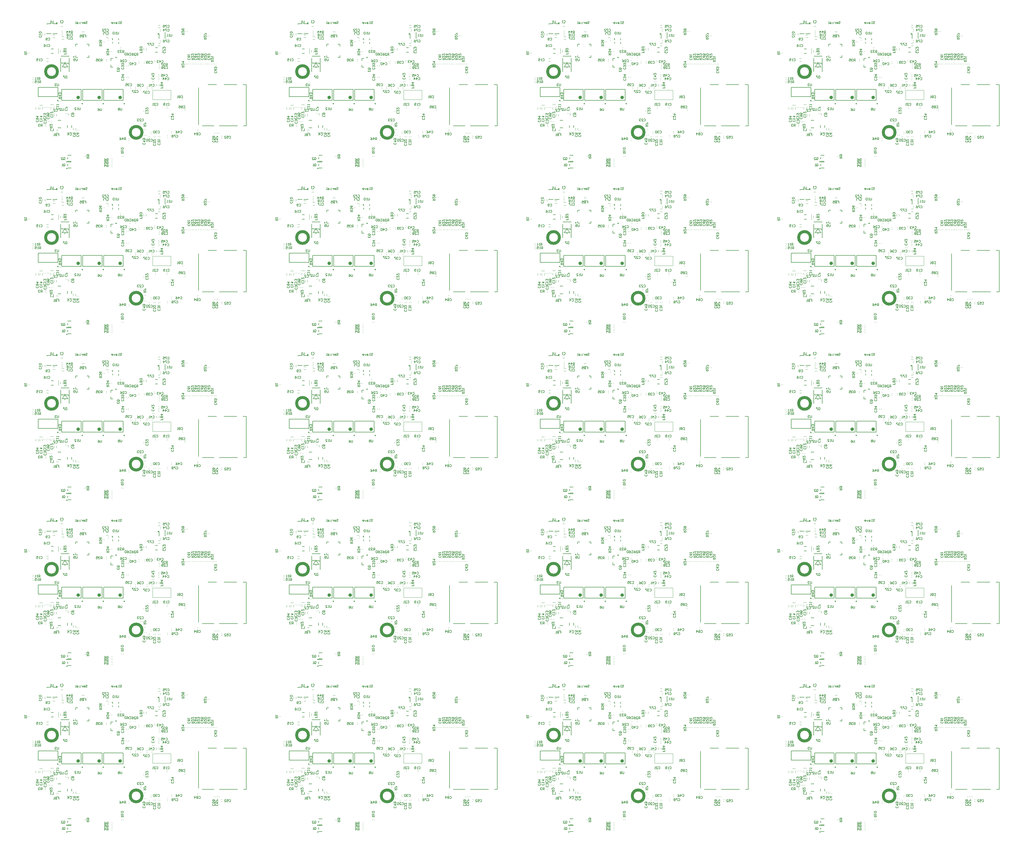
<source format=gbo>
G04 Layer_Color=32896*
%FSLAX24Y24*%
%MOIN*%
G70*
G01*
G75*
%ADD49C,0.0100*%
%ADD97C,0.0098*%
%ADD99C,0.0394*%
%ADD101C,0.0039*%
%ADD102C,0.0079*%
%ADD103C,0.0050*%
%ADD183C,0.0236*%
D49*
X31728Y30121D02*
G03*
X31728Y30121I-39J0D01*
G01*
X25540Y29479D02*
G03*
X25540Y29479I-22J0D01*
G01*
X19535Y13052D02*
G03*
X19535Y13052I-39J0D01*
G01*
Y12152D02*
G03*
X19535Y12152I-39J0D01*
G01*
X65228Y30121D02*
G03*
X65228Y30121I-39J0D01*
G01*
X59040Y29479D02*
G03*
X59040Y29479I-22J0D01*
G01*
X53035Y13052D02*
G03*
X53035Y13052I-39J0D01*
G01*
Y12152D02*
G03*
X53035Y12152I-39J0D01*
G01*
X98728Y30121D02*
G03*
X98728Y30121I-39J0D01*
G01*
X92540Y29479D02*
G03*
X92540Y29479I-22J0D01*
G01*
X86535Y13052D02*
G03*
X86535Y13052I-39J0D01*
G01*
Y12152D02*
G03*
X86535Y12152I-39J0D01*
G01*
X132228Y30121D02*
G03*
X132228Y30121I-39J0D01*
G01*
X126040Y29479D02*
G03*
X126040Y29479I-22J0D01*
G01*
X120035Y13052D02*
G03*
X120035Y13052I-39J0D01*
G01*
Y12152D02*
G03*
X120035Y12152I-39J0D01*
G01*
X31728Y52271D02*
G03*
X31728Y52271I-39J0D01*
G01*
X25540Y51629D02*
G03*
X25540Y51629I-22J0D01*
G01*
X19535Y35202D02*
G03*
X19535Y35202I-39J0D01*
G01*
Y34302D02*
G03*
X19535Y34302I-39J0D01*
G01*
X65228Y52271D02*
G03*
X65228Y52271I-39J0D01*
G01*
X59040Y51629D02*
G03*
X59040Y51629I-22J0D01*
G01*
X53035Y35202D02*
G03*
X53035Y35202I-39J0D01*
G01*
Y34302D02*
G03*
X53035Y34302I-39J0D01*
G01*
X98728Y52271D02*
G03*
X98728Y52271I-39J0D01*
G01*
X92540Y51629D02*
G03*
X92540Y51629I-22J0D01*
G01*
X86535Y35202D02*
G03*
X86535Y35202I-39J0D01*
G01*
Y34302D02*
G03*
X86535Y34302I-39J0D01*
G01*
X132228Y52271D02*
G03*
X132228Y52271I-39J0D01*
G01*
X126040Y51629D02*
G03*
X126040Y51629I-22J0D01*
G01*
X120035Y35202D02*
G03*
X120035Y35202I-39J0D01*
G01*
Y34302D02*
G03*
X120035Y34302I-39J0D01*
G01*
X31728Y74421D02*
G03*
X31728Y74421I-39J0D01*
G01*
X25540Y73779D02*
G03*
X25540Y73779I-22J0D01*
G01*
X19535Y57352D02*
G03*
X19535Y57352I-39J0D01*
G01*
Y56452D02*
G03*
X19535Y56452I-39J0D01*
G01*
X65228Y74421D02*
G03*
X65228Y74421I-39J0D01*
G01*
X59040Y73779D02*
G03*
X59040Y73779I-22J0D01*
G01*
X53035Y57352D02*
G03*
X53035Y57352I-39J0D01*
G01*
Y56452D02*
G03*
X53035Y56452I-39J0D01*
G01*
X98728Y74421D02*
G03*
X98728Y74421I-39J0D01*
G01*
X92540Y73779D02*
G03*
X92540Y73779I-22J0D01*
G01*
X86535Y57352D02*
G03*
X86535Y57352I-39J0D01*
G01*
Y56452D02*
G03*
X86535Y56452I-39J0D01*
G01*
X132228Y74421D02*
G03*
X132228Y74421I-39J0D01*
G01*
X126040Y73779D02*
G03*
X126040Y73779I-22J0D01*
G01*
X120035Y57352D02*
G03*
X120035Y57352I-39J0D01*
G01*
Y56452D02*
G03*
X120035Y56452I-39J0D01*
G01*
X31728Y96571D02*
G03*
X31728Y96571I-39J0D01*
G01*
X25540Y95929D02*
G03*
X25540Y95929I-22J0D01*
G01*
X19535Y79502D02*
G03*
X19535Y79502I-39J0D01*
G01*
Y78602D02*
G03*
X19535Y78602I-39J0D01*
G01*
X65228Y96571D02*
G03*
X65228Y96571I-39J0D01*
G01*
X59040Y95929D02*
G03*
X59040Y95929I-22J0D01*
G01*
X53035Y79502D02*
G03*
X53035Y79502I-39J0D01*
G01*
Y78602D02*
G03*
X53035Y78602I-39J0D01*
G01*
X98728Y96571D02*
G03*
X98728Y96571I-39J0D01*
G01*
X92540Y95929D02*
G03*
X92540Y95929I-22J0D01*
G01*
X86535Y79502D02*
G03*
X86535Y79502I-39J0D01*
G01*
Y78602D02*
G03*
X86535Y78602I-39J0D01*
G01*
X132228Y96571D02*
G03*
X132228Y96571I-39J0D01*
G01*
X126040Y95929D02*
G03*
X126040Y95929I-22J0D01*
G01*
X120035Y79502D02*
G03*
X120035Y79502I-39J0D01*
G01*
Y78602D02*
G03*
X120035Y78602I-39J0D01*
G01*
X31728Y118721D02*
G03*
X31728Y118721I-39J0D01*
G01*
X25540Y118079D02*
G03*
X25540Y118079I-22J0D01*
G01*
X19535Y101652D02*
G03*
X19535Y101652I-39J0D01*
G01*
Y100752D02*
G03*
X19535Y100752I-39J0D01*
G01*
X65228Y118721D02*
G03*
X65228Y118721I-39J0D01*
G01*
X59040Y118079D02*
G03*
X59040Y118079I-22J0D01*
G01*
X53035Y101652D02*
G03*
X53035Y101652I-39J0D01*
G01*
Y100752D02*
G03*
X53035Y100752I-39J0D01*
G01*
X98728Y118721D02*
G03*
X98728Y118721I-39J0D01*
G01*
X92540Y118079D02*
G03*
X92540Y118079I-22J0D01*
G01*
X86535Y101652D02*
G03*
X86535Y101652I-39J0D01*
G01*
Y100752D02*
G03*
X86535Y100752I-39J0D01*
G01*
X132228Y118721D02*
G03*
X132228Y118721I-39J0D01*
G01*
X126040Y118079D02*
G03*
X126040Y118079I-22J0D01*
G01*
X120035Y101652D02*
G03*
X120035Y101652I-39J0D01*
G01*
Y100752D02*
G03*
X120035Y100752I-39J0D01*
G01*
D97*
X20467Y27057D02*
G03*
X20467Y27057I-49J0D01*
G01*
X18209Y31574D02*
G03*
X18209Y31574I-59J0D01*
G01*
X21606Y20813D02*
G03*
X21606Y20813I-49J0D01*
G01*
X27206D02*
G03*
X27206Y20813I-49J0D01*
G01*
X24406D02*
G03*
X24406Y20813I-49J0D01*
G01*
X18329Y21222D02*
G03*
X18329Y21222I-49J0D01*
G01*
X26113Y26983D02*
G03*
X26113Y26983I-49J0D01*
G01*
X53967Y27057D02*
G03*
X53967Y27057I-49J0D01*
G01*
X51709Y31574D02*
G03*
X51709Y31574I-59J0D01*
G01*
X55106Y20813D02*
G03*
X55106Y20813I-49J0D01*
G01*
X60706D02*
G03*
X60706Y20813I-49J0D01*
G01*
X57906D02*
G03*
X57906Y20813I-49J0D01*
G01*
X51829Y21222D02*
G03*
X51829Y21222I-49J0D01*
G01*
X59613Y26983D02*
G03*
X59613Y26983I-49J0D01*
G01*
X87467Y27057D02*
G03*
X87467Y27057I-49J0D01*
G01*
X85209Y31574D02*
G03*
X85209Y31574I-59J0D01*
G01*
X88606Y20813D02*
G03*
X88606Y20813I-49J0D01*
G01*
X94206D02*
G03*
X94206Y20813I-49J0D01*
G01*
X91406D02*
G03*
X91406Y20813I-49J0D01*
G01*
X85329Y21222D02*
G03*
X85329Y21222I-49J0D01*
G01*
X93113Y26983D02*
G03*
X93113Y26983I-49J0D01*
G01*
X120967Y27057D02*
G03*
X120967Y27057I-49J0D01*
G01*
X118709Y31574D02*
G03*
X118709Y31574I-59J0D01*
G01*
X122106Y20813D02*
G03*
X122106Y20813I-49J0D01*
G01*
X127706D02*
G03*
X127706Y20813I-49J0D01*
G01*
X124906D02*
G03*
X124906Y20813I-49J0D01*
G01*
X118829Y21222D02*
G03*
X118829Y21222I-49J0D01*
G01*
X126613Y26983D02*
G03*
X126613Y26983I-49J0D01*
G01*
X20467Y49207D02*
G03*
X20467Y49207I-49J0D01*
G01*
X18209Y53724D02*
G03*
X18209Y53724I-59J0D01*
G01*
X21606Y42963D02*
G03*
X21606Y42963I-49J0D01*
G01*
X27206D02*
G03*
X27206Y42963I-49J0D01*
G01*
X24406D02*
G03*
X24406Y42963I-49J0D01*
G01*
X18329Y43372D02*
G03*
X18329Y43372I-49J0D01*
G01*
X26113Y49133D02*
G03*
X26113Y49133I-49J0D01*
G01*
X53967Y49207D02*
G03*
X53967Y49207I-49J0D01*
G01*
X51709Y53724D02*
G03*
X51709Y53724I-59J0D01*
G01*
X55106Y42963D02*
G03*
X55106Y42963I-49J0D01*
G01*
X60706D02*
G03*
X60706Y42963I-49J0D01*
G01*
X57906D02*
G03*
X57906Y42963I-49J0D01*
G01*
X51829Y43372D02*
G03*
X51829Y43372I-49J0D01*
G01*
X59613Y49133D02*
G03*
X59613Y49133I-49J0D01*
G01*
X87467Y49207D02*
G03*
X87467Y49207I-49J0D01*
G01*
X85209Y53724D02*
G03*
X85209Y53724I-59J0D01*
G01*
X88606Y42963D02*
G03*
X88606Y42963I-49J0D01*
G01*
X94206D02*
G03*
X94206Y42963I-49J0D01*
G01*
X91406D02*
G03*
X91406Y42963I-49J0D01*
G01*
X85329Y43372D02*
G03*
X85329Y43372I-49J0D01*
G01*
X93113Y49133D02*
G03*
X93113Y49133I-49J0D01*
G01*
X120967Y49207D02*
G03*
X120967Y49207I-49J0D01*
G01*
X118709Y53724D02*
G03*
X118709Y53724I-59J0D01*
G01*
X122106Y42963D02*
G03*
X122106Y42963I-49J0D01*
G01*
X127706D02*
G03*
X127706Y42963I-49J0D01*
G01*
X124906D02*
G03*
X124906Y42963I-49J0D01*
G01*
X118829Y43372D02*
G03*
X118829Y43372I-49J0D01*
G01*
X126613Y49133D02*
G03*
X126613Y49133I-49J0D01*
G01*
X20467Y71357D02*
G03*
X20467Y71357I-49J0D01*
G01*
X18209Y75874D02*
G03*
X18209Y75874I-59J0D01*
G01*
X21606Y65113D02*
G03*
X21606Y65113I-49J0D01*
G01*
X27206D02*
G03*
X27206Y65113I-49J0D01*
G01*
X24406D02*
G03*
X24406Y65113I-49J0D01*
G01*
X18329Y65522D02*
G03*
X18329Y65522I-49J0D01*
G01*
X26113Y71283D02*
G03*
X26113Y71283I-49J0D01*
G01*
X53967Y71357D02*
G03*
X53967Y71357I-49J0D01*
G01*
X51709Y75874D02*
G03*
X51709Y75874I-59J0D01*
G01*
X55106Y65113D02*
G03*
X55106Y65113I-49J0D01*
G01*
X60706D02*
G03*
X60706Y65113I-49J0D01*
G01*
X57906D02*
G03*
X57906Y65113I-49J0D01*
G01*
X51829Y65522D02*
G03*
X51829Y65522I-49J0D01*
G01*
X59613Y71283D02*
G03*
X59613Y71283I-49J0D01*
G01*
X87467Y71357D02*
G03*
X87467Y71357I-49J0D01*
G01*
X85209Y75874D02*
G03*
X85209Y75874I-59J0D01*
G01*
X88606Y65113D02*
G03*
X88606Y65113I-49J0D01*
G01*
X94206D02*
G03*
X94206Y65113I-49J0D01*
G01*
X91406D02*
G03*
X91406Y65113I-49J0D01*
G01*
X85329Y65522D02*
G03*
X85329Y65522I-49J0D01*
G01*
X93113Y71283D02*
G03*
X93113Y71283I-49J0D01*
G01*
X120967Y71357D02*
G03*
X120967Y71357I-49J0D01*
G01*
X118709Y75874D02*
G03*
X118709Y75874I-59J0D01*
G01*
X122106Y65113D02*
G03*
X122106Y65113I-49J0D01*
G01*
X127706D02*
G03*
X127706Y65113I-49J0D01*
G01*
X124906D02*
G03*
X124906Y65113I-49J0D01*
G01*
X118829Y65522D02*
G03*
X118829Y65522I-49J0D01*
G01*
X126613Y71283D02*
G03*
X126613Y71283I-49J0D01*
G01*
X20467Y93507D02*
G03*
X20467Y93507I-49J0D01*
G01*
X18209Y98024D02*
G03*
X18209Y98024I-59J0D01*
G01*
X21606Y87263D02*
G03*
X21606Y87263I-49J0D01*
G01*
X27206D02*
G03*
X27206Y87263I-49J0D01*
G01*
X24406D02*
G03*
X24406Y87263I-49J0D01*
G01*
X18329Y87672D02*
G03*
X18329Y87672I-49J0D01*
G01*
X26113Y93433D02*
G03*
X26113Y93433I-49J0D01*
G01*
X53967Y93507D02*
G03*
X53967Y93507I-49J0D01*
G01*
X51709Y98024D02*
G03*
X51709Y98024I-59J0D01*
G01*
X55106Y87263D02*
G03*
X55106Y87263I-49J0D01*
G01*
X60706D02*
G03*
X60706Y87263I-49J0D01*
G01*
X57906D02*
G03*
X57906Y87263I-49J0D01*
G01*
X51829Y87672D02*
G03*
X51829Y87672I-49J0D01*
G01*
X59613Y93433D02*
G03*
X59613Y93433I-49J0D01*
G01*
X87467Y93507D02*
G03*
X87467Y93507I-49J0D01*
G01*
X85209Y98024D02*
G03*
X85209Y98024I-59J0D01*
G01*
X88606Y87263D02*
G03*
X88606Y87263I-49J0D01*
G01*
X94206D02*
G03*
X94206Y87263I-49J0D01*
G01*
X91406D02*
G03*
X91406Y87263I-49J0D01*
G01*
X85329Y87672D02*
G03*
X85329Y87672I-49J0D01*
G01*
X93113Y93433D02*
G03*
X93113Y93433I-49J0D01*
G01*
X120967Y93507D02*
G03*
X120967Y93507I-49J0D01*
G01*
X118709Y98024D02*
G03*
X118709Y98024I-59J0D01*
G01*
X122106Y87263D02*
G03*
X122106Y87263I-49J0D01*
G01*
X127706D02*
G03*
X127706Y87263I-49J0D01*
G01*
X124906D02*
G03*
X124906Y87263I-49J0D01*
G01*
X118829Y87672D02*
G03*
X118829Y87672I-49J0D01*
G01*
X126613Y93433D02*
G03*
X126613Y93433I-49J0D01*
G01*
X20467Y115657D02*
G03*
X20467Y115657I-49J0D01*
G01*
X18209Y120174D02*
G03*
X18209Y120174I-59J0D01*
G01*
X21606Y109413D02*
G03*
X21606Y109413I-49J0D01*
G01*
X27206D02*
G03*
X27206Y109413I-49J0D01*
G01*
X24406D02*
G03*
X24406Y109413I-49J0D01*
G01*
X18329Y109822D02*
G03*
X18329Y109822I-49J0D01*
G01*
X26113Y115583D02*
G03*
X26113Y115583I-49J0D01*
G01*
X53967Y115657D02*
G03*
X53967Y115657I-49J0D01*
G01*
X51709Y120174D02*
G03*
X51709Y120174I-59J0D01*
G01*
X55106Y109413D02*
G03*
X55106Y109413I-49J0D01*
G01*
X60706D02*
G03*
X60706Y109413I-49J0D01*
G01*
X57906D02*
G03*
X57906Y109413I-49J0D01*
G01*
X51829Y109822D02*
G03*
X51829Y109822I-49J0D01*
G01*
X59613Y115583D02*
G03*
X59613Y115583I-49J0D01*
G01*
X87467Y115657D02*
G03*
X87467Y115657I-49J0D01*
G01*
X85209Y120174D02*
G03*
X85209Y120174I-59J0D01*
G01*
X88606Y109413D02*
G03*
X88606Y109413I-49J0D01*
G01*
X94206D02*
G03*
X94206Y109413I-49J0D01*
G01*
X91406D02*
G03*
X91406Y109413I-49J0D01*
G01*
X85329Y109822D02*
G03*
X85329Y109822I-49J0D01*
G01*
X93113Y115583D02*
G03*
X93113Y115583I-49J0D01*
G01*
X120967Y115657D02*
G03*
X120967Y115657I-49J0D01*
G01*
X118709Y120174D02*
G03*
X118709Y120174I-59J0D01*
G01*
X122106Y109413D02*
G03*
X122106Y109413I-49J0D01*
G01*
X127706D02*
G03*
X127706Y109413I-49J0D01*
G01*
X124906D02*
G03*
X124906Y109413I-49J0D01*
G01*
X118829Y109822D02*
G03*
X118829Y109822I-49J0D01*
G01*
X126613Y115583D02*
G03*
X126613Y115583I-49J0D01*
G01*
D99*
X29528Y16978D02*
G03*
X29528Y16978I-787J0D01*
G01*
X18233Y25089D02*
G03*
X18233Y25089I-787J0D01*
G01*
X63028Y16978D02*
G03*
X63028Y16978I-787J0D01*
G01*
X51733Y25089D02*
G03*
X51733Y25089I-787J0D01*
G01*
X96528Y16978D02*
G03*
X96528Y16978I-787J0D01*
G01*
X85233Y25089D02*
G03*
X85233Y25089I-787J0D01*
G01*
X130028Y16978D02*
G03*
X130028Y16978I-787J0D01*
G01*
X118733Y25089D02*
G03*
X118733Y25089I-787J0D01*
G01*
X29528Y39128D02*
G03*
X29528Y39128I-787J0D01*
G01*
X18233Y47239D02*
G03*
X18233Y47239I-787J0D01*
G01*
X63028Y39128D02*
G03*
X63028Y39128I-787J0D01*
G01*
X51733Y47239D02*
G03*
X51733Y47239I-787J0D01*
G01*
X96528Y39128D02*
G03*
X96528Y39128I-787J0D01*
G01*
X85233Y47239D02*
G03*
X85233Y47239I-787J0D01*
G01*
X130028Y39128D02*
G03*
X130028Y39128I-787J0D01*
G01*
X118733Y47239D02*
G03*
X118733Y47239I-787J0D01*
G01*
X29528Y61278D02*
G03*
X29528Y61278I-787J0D01*
G01*
X18233Y69389D02*
G03*
X18233Y69389I-787J0D01*
G01*
X63028Y61278D02*
G03*
X63028Y61278I-787J0D01*
G01*
X51733Y69389D02*
G03*
X51733Y69389I-787J0D01*
G01*
X96528Y61278D02*
G03*
X96528Y61278I-787J0D01*
G01*
X85233Y69389D02*
G03*
X85233Y69389I-787J0D01*
G01*
X130028Y61278D02*
G03*
X130028Y61278I-787J0D01*
G01*
X118733Y69389D02*
G03*
X118733Y69389I-787J0D01*
G01*
X29528Y83428D02*
G03*
X29528Y83428I-787J0D01*
G01*
X18233Y91539D02*
G03*
X18233Y91539I-787J0D01*
G01*
X63028Y83428D02*
G03*
X63028Y83428I-787J0D01*
G01*
X51733Y91539D02*
G03*
X51733Y91539I-787J0D01*
G01*
X96528Y83428D02*
G03*
X96528Y83428I-787J0D01*
G01*
X85233Y91539D02*
G03*
X85233Y91539I-787J0D01*
G01*
X130028Y83428D02*
G03*
X130028Y83428I-787J0D01*
G01*
X118733Y91539D02*
G03*
X118733Y91539I-787J0D01*
G01*
X29528Y105578D02*
G03*
X29528Y105578I-787J0D01*
G01*
X18233Y113689D02*
G03*
X18233Y113689I-787J0D01*
G01*
X63028Y105578D02*
G03*
X63028Y105578I-787J0D01*
G01*
X51733Y113689D02*
G03*
X51733Y113689I-787J0D01*
G01*
X96528Y105578D02*
G03*
X96528Y105578I-787J0D01*
G01*
X85233Y113689D02*
G03*
X85233Y113689I-787J0D01*
G01*
X130028Y105578D02*
G03*
X130028Y105578I-787J0D01*
G01*
X118733Y113689D02*
G03*
X118733Y113689I-787J0D01*
G01*
D101*
X19167Y18823D02*
G03*
X19167Y18823I-20J0D01*
G01*
X30811Y23032D02*
X30889D01*
X30811Y22816D02*
X30889D01*
X30930Y21344D02*
X33370D01*
X30930D02*
Y22604D01*
X33370D01*
Y21344D02*
Y22604D01*
X27741Y16182D02*
X27819D01*
X27741Y15966D02*
X27819D01*
X21058Y17235D02*
Y17313D01*
X20842Y17235D02*
Y17313D01*
X18811Y30316D02*
X18889D01*
X18811Y30532D02*
X18889D01*
X31761Y25916D02*
X31839D01*
X31761Y26132D02*
X31839D01*
X24508Y29035D02*
Y29113D01*
X24292Y29035D02*
Y29113D01*
X24711Y26516D02*
X24789D01*
X24711Y26732D02*
X24789D01*
X25458Y27735D02*
Y27813D01*
X25242Y27735D02*
Y27813D01*
X26611Y28282D02*
X26689D01*
X26611Y28066D02*
X26689D01*
X35342Y30435D02*
Y30513D01*
X35558Y30435D02*
Y30513D01*
X38292Y29835D02*
Y29913D01*
X38508Y29835D02*
Y29913D01*
X28561Y27182D02*
X28639D01*
X28561Y26966D02*
X28639D01*
X35292Y26085D02*
Y26163D01*
X35508Y26085D02*
Y26163D01*
X37042Y26085D02*
Y26163D01*
X37258Y26085D02*
Y26163D01*
X36192Y26085D02*
Y26163D01*
X36408Y26085D02*
Y26163D01*
X38792Y26085D02*
Y26163D01*
X39008Y26085D02*
Y26163D01*
X37942Y26085D02*
Y26163D01*
X38158Y26085D02*
Y26163D01*
X14911Y23832D02*
X14989D01*
X14911Y23616D02*
X14989D01*
X14911Y24282D02*
X14989D01*
X14911Y24066D02*
X14989D01*
X26792Y13735D02*
Y13813D01*
X27008Y13735D02*
Y13813D01*
X21792Y13735D02*
Y13813D01*
X22008Y13735D02*
Y13813D01*
X30008Y17335D02*
Y17413D01*
X29792Y17335D02*
Y17413D01*
X25461Y13216D02*
X25539D01*
X25461Y13432D02*
X25539D01*
X25461Y13032D02*
X25539D01*
X25461Y12816D02*
X25539D01*
X25461Y12632D02*
X25539D01*
X25461Y12416D02*
X25539D01*
X16611Y18032D02*
X16689D01*
X16611Y17816D02*
X16689D01*
X17242Y18385D02*
Y18463D01*
X17458Y18385D02*
Y18463D01*
X14508Y27535D02*
Y27613D01*
X14292Y27535D02*
Y27613D01*
X21512Y30401D02*
X21788D01*
X21512Y30057D02*
X21788D01*
X31473Y23136D02*
Y23412D01*
X31817Y23136D02*
Y23412D01*
X29723Y27936D02*
Y28212D01*
X30067Y27936D02*
Y28212D01*
X18977Y27686D02*
Y27962D01*
X18633Y27686D02*
Y27962D01*
X18062Y16947D02*
X18338D01*
X18062Y17291D02*
X18338D01*
X35211Y20132D02*
X35289D01*
X35211Y19916D02*
X35289D01*
X36911Y17332D02*
X36989D01*
X36911Y17116D02*
X36989D01*
X34861Y21482D02*
X34939D01*
X34861Y21266D02*
X34939D01*
X32861Y16364D02*
X32939D01*
X32861Y16580D02*
X32939D01*
X31662Y28547D02*
X31938D01*
X31662Y28891D02*
X31938D01*
X31911Y29282D02*
X31989D01*
X31911Y29066D02*
X31989D01*
X31662Y30947D02*
X31938D01*
X31662Y31291D02*
X31938D01*
X31911Y30732D02*
X31989D01*
X31911Y30516D02*
X31989D01*
X32267Y27620D02*
Y28331D01*
X24712Y29647D02*
X24988D01*
X24712Y29991D02*
X24988D01*
X24961Y29482D02*
X25039D01*
X24961Y29266D02*
X25039D01*
X37658Y26085D02*
Y26163D01*
X37442Y26085D02*
Y26163D01*
X36808Y26085D02*
Y26163D01*
X36592Y26085D02*
Y26163D01*
X39408Y26085D02*
Y26163D01*
X39192Y26085D02*
Y26163D01*
X38558Y26085D02*
Y26163D01*
X38342Y26085D02*
Y26163D01*
X35908Y26085D02*
Y26163D01*
X35692Y26085D02*
Y26163D01*
X27861Y27182D02*
X27939D01*
X27861Y26966D02*
X27939D01*
X29842Y16585D02*
Y16663D01*
X30058Y16585D02*
Y16663D01*
X33411Y16914D02*
X33489D01*
X33411Y17130D02*
X33489D01*
X31711Y24466D02*
X31789D01*
X31711Y24682D02*
X31789D01*
X31711Y24016D02*
X31789D01*
X31711Y24232D02*
X31789D01*
X31161Y26416D02*
X31239D01*
X31161Y26632D02*
X31239D01*
X31121Y23699D02*
Y23778D01*
X30904Y23699D02*
Y23778D01*
X29061Y26216D02*
X29139D01*
X29061Y26432D02*
X29139D01*
X29761D02*
X29839D01*
X29761Y26216D02*
X29839D01*
X30146Y23020D02*
X30225D01*
X30146Y22803D02*
X30225D01*
X29261Y22816D02*
X29339D01*
X29261Y23032D02*
X29339D01*
X27961Y22816D02*
X28039D01*
X27961Y23032D02*
X28039D01*
X27696Y24289D02*
Y24368D01*
X27479Y24289D02*
Y24368D01*
X27696Y25864D02*
Y25943D01*
X27479Y25864D02*
Y25943D01*
X31092Y16383D02*
Y16461D01*
X31308Y16383D02*
Y16461D01*
X31692Y16383D02*
Y16461D01*
X31908Y16383D02*
Y16461D01*
X30661Y17030D02*
X30739D01*
X30661Y16814D02*
X30739D01*
X31761Y25516D02*
X31839D01*
X31761Y25732D02*
X31839D01*
X28611Y23032D02*
X28689D01*
X28611Y22816D02*
X28689D01*
X27761Y26582D02*
X27839D01*
X27761Y26366D02*
X27839D01*
X33142Y19085D02*
Y19163D01*
X33358Y19085D02*
Y19163D01*
X29311Y18332D02*
X29389D01*
X29311Y18116D02*
X29389D01*
X29908Y19785D02*
Y19863D01*
X29692Y19785D02*
Y19863D01*
X31262Y20216D02*
X31341D01*
X31262Y20432D02*
X31341D01*
X30411Y16430D02*
X30489D01*
X30411Y16214D02*
X30489D01*
X32811Y20432D02*
X32889D01*
X32811Y20216D02*
X32889D01*
X18811Y29916D02*
X18889D01*
X18811Y30132D02*
X18889D01*
X18812Y29751D02*
X19088D01*
X18812Y29407D02*
X19088D01*
X18367Y27470D02*
Y28181D01*
X16762Y26497D02*
X17038D01*
X16762Y26841D02*
X17038D01*
X16227Y20036D02*
Y20312D01*
X15883Y20036D02*
Y20312D01*
X15850Y20624D02*
X16250D01*
X16442Y20285D02*
Y20363D01*
X16658Y20285D02*
Y20363D01*
X17677Y20086D02*
Y20362D01*
X17333Y20086D02*
Y20362D01*
X17300Y20674D02*
X17700D01*
X17842Y20335D02*
Y20413D01*
X18058Y20335D02*
Y20413D01*
X16577Y29936D02*
Y30212D01*
X16233Y29936D02*
Y30212D01*
X17612Y29647D02*
X17888D01*
X17612Y29991D02*
X17888D01*
X20027Y19236D02*
Y19512D01*
X19683Y19236D02*
Y19512D01*
X19292Y19485D02*
Y19563D01*
X19508Y19485D02*
Y19563D01*
X20323Y17286D02*
Y17562D01*
X20667Y17286D02*
Y17562D01*
X19496Y16957D02*
X20207D01*
X16842Y18385D02*
Y18463D01*
X17058Y18385D02*
Y18463D01*
X17773Y19136D02*
Y19412D01*
X18117Y19136D02*
Y19412D01*
X18662Y31501D02*
X18938D01*
X18662Y31157D02*
X18938D01*
X15333Y20036D02*
Y20312D01*
X15677Y20036D02*
Y20312D01*
X17108Y20285D02*
Y20363D01*
X16892Y20285D02*
Y20363D01*
X18608Y21085D02*
Y21163D01*
X18392Y21085D02*
Y21163D01*
X39592Y16835D02*
Y16913D01*
X39808Y16835D02*
Y16913D01*
X39192Y16835D02*
Y16913D01*
X39408Y16835D02*
Y16913D01*
X40111Y16482D02*
X40189D01*
X40111Y16266D02*
X40189D01*
X52667Y18823D02*
G03*
X52667Y18823I-20J0D01*
G01*
X64311Y23032D02*
X64389D01*
X64311Y22816D02*
X64389D01*
X64430Y21344D02*
X66870D01*
X64430D02*
Y22604D01*
X66870D01*
Y21344D02*
Y22604D01*
X61241Y16182D02*
X61319D01*
X61241Y15966D02*
X61319D01*
X54558Y17235D02*
Y17313D01*
X54342Y17235D02*
Y17313D01*
X52311Y30316D02*
X52389D01*
X52311Y30532D02*
X52389D01*
X65261Y25916D02*
X65339D01*
X65261Y26132D02*
X65339D01*
X58008Y29035D02*
Y29113D01*
X57792Y29035D02*
Y29113D01*
X58211Y26516D02*
X58289D01*
X58211Y26732D02*
X58289D01*
X58958Y27735D02*
Y27813D01*
X58742Y27735D02*
Y27813D01*
X60111Y28282D02*
X60189D01*
X60111Y28066D02*
X60189D01*
X68842Y30435D02*
Y30513D01*
X69058Y30435D02*
Y30513D01*
X71792Y29835D02*
Y29913D01*
X72008Y29835D02*
Y29913D01*
X62061Y27182D02*
X62139D01*
X62061Y26966D02*
X62139D01*
X68792Y26085D02*
Y26163D01*
X69008Y26085D02*
Y26163D01*
X70542Y26085D02*
Y26163D01*
X70758Y26085D02*
Y26163D01*
X69692Y26085D02*
Y26163D01*
X69908Y26085D02*
Y26163D01*
X72292Y26085D02*
Y26163D01*
X72508Y26085D02*
Y26163D01*
X71442Y26085D02*
Y26163D01*
X71658Y26085D02*
Y26163D01*
X48411Y23832D02*
X48489D01*
X48411Y23616D02*
X48489D01*
X48411Y24282D02*
X48489D01*
X48411Y24066D02*
X48489D01*
X60292Y13735D02*
Y13813D01*
X60508Y13735D02*
Y13813D01*
X55292Y13735D02*
Y13813D01*
X55508Y13735D02*
Y13813D01*
X63508Y17335D02*
Y17413D01*
X63292Y17335D02*
Y17413D01*
X58961Y13216D02*
X59039D01*
X58961Y13432D02*
X59039D01*
X58961Y13032D02*
X59039D01*
X58961Y12816D02*
X59039D01*
X58961Y12632D02*
X59039D01*
X58961Y12416D02*
X59039D01*
X50111Y18032D02*
X50189D01*
X50111Y17816D02*
X50189D01*
X50742Y18385D02*
Y18463D01*
X50958Y18385D02*
Y18463D01*
X48008Y27535D02*
Y27613D01*
X47792Y27535D02*
Y27613D01*
X55012Y30401D02*
X55288D01*
X55012Y30057D02*
X55288D01*
X64973Y23136D02*
Y23412D01*
X65317Y23136D02*
Y23412D01*
X63223Y27936D02*
Y28212D01*
X63567Y27936D02*
Y28212D01*
X52477Y27686D02*
Y27962D01*
X52133Y27686D02*
Y27962D01*
X51562Y16947D02*
X51838D01*
X51562Y17291D02*
X51838D01*
X68711Y20132D02*
X68789D01*
X68711Y19916D02*
X68789D01*
X70411Y17332D02*
X70489D01*
X70411Y17116D02*
X70489D01*
X68361Y21482D02*
X68439D01*
X68361Y21266D02*
X68439D01*
X66361Y16364D02*
X66439D01*
X66361Y16580D02*
X66439D01*
X65162Y28547D02*
X65438D01*
X65162Y28891D02*
X65438D01*
X65411Y29282D02*
X65489D01*
X65411Y29066D02*
X65489D01*
X65162Y30947D02*
X65438D01*
X65162Y31291D02*
X65438D01*
X65411Y30732D02*
X65489D01*
X65411Y30516D02*
X65489D01*
X65767Y27620D02*
Y28331D01*
X58212Y29647D02*
X58488D01*
X58212Y29991D02*
X58488D01*
X58461Y29482D02*
X58539D01*
X58461Y29266D02*
X58539D01*
X71158Y26085D02*
Y26163D01*
X70942Y26085D02*
Y26163D01*
X70308Y26085D02*
Y26163D01*
X70092Y26085D02*
Y26163D01*
X72908Y26085D02*
Y26163D01*
X72692Y26085D02*
Y26163D01*
X72058Y26085D02*
Y26163D01*
X71842Y26085D02*
Y26163D01*
X69408Y26085D02*
Y26163D01*
X69192Y26085D02*
Y26163D01*
X61361Y27182D02*
X61439D01*
X61361Y26966D02*
X61439D01*
X63342Y16585D02*
Y16663D01*
X63558Y16585D02*
Y16663D01*
X66911Y16914D02*
X66989D01*
X66911Y17130D02*
X66989D01*
X65211Y24466D02*
X65289D01*
X65211Y24682D02*
X65289D01*
X65211Y24016D02*
X65289D01*
X65211Y24232D02*
X65289D01*
X64661Y26416D02*
X64739D01*
X64661Y26632D02*
X64739D01*
X64621Y23699D02*
Y23778D01*
X64404Y23699D02*
Y23778D01*
X62561Y26216D02*
X62639D01*
X62561Y26432D02*
X62639D01*
X63261D02*
X63339D01*
X63261Y26216D02*
X63339D01*
X63646Y23020D02*
X63725D01*
X63646Y22803D02*
X63725D01*
X62761Y22816D02*
X62839D01*
X62761Y23032D02*
X62839D01*
X61461Y22816D02*
X61539D01*
X61461Y23032D02*
X61539D01*
X61196Y24289D02*
Y24368D01*
X60979Y24289D02*
Y24368D01*
X61196Y25864D02*
Y25943D01*
X60979Y25864D02*
Y25943D01*
X64592Y16383D02*
Y16461D01*
X64808Y16383D02*
Y16461D01*
X65192Y16383D02*
Y16461D01*
X65408Y16383D02*
Y16461D01*
X64161Y17030D02*
X64239D01*
X64161Y16814D02*
X64239D01*
X65261Y25516D02*
X65339D01*
X65261Y25732D02*
X65339D01*
X62111Y23032D02*
X62189D01*
X62111Y22816D02*
X62189D01*
X61261Y26582D02*
X61339D01*
X61261Y26366D02*
X61339D01*
X66642Y19085D02*
Y19163D01*
X66858Y19085D02*
Y19163D01*
X62811Y18332D02*
X62889D01*
X62811Y18116D02*
X62889D01*
X63408Y19785D02*
Y19863D01*
X63192Y19785D02*
Y19863D01*
X64762Y20216D02*
X64841D01*
X64762Y20432D02*
X64841D01*
X63911Y16430D02*
X63989D01*
X63911Y16214D02*
X63989D01*
X66311Y20432D02*
X66389D01*
X66311Y20216D02*
X66389D01*
X52311Y29916D02*
X52389D01*
X52311Y30132D02*
X52389D01*
X52312Y29751D02*
X52588D01*
X52312Y29407D02*
X52588D01*
X51867Y27470D02*
Y28181D01*
X50262Y26497D02*
X50538D01*
X50262Y26841D02*
X50538D01*
X49727Y20036D02*
Y20312D01*
X49383Y20036D02*
Y20312D01*
X49350Y20624D02*
X49750D01*
X49942Y20285D02*
Y20363D01*
X50158Y20285D02*
Y20363D01*
X51177Y20086D02*
Y20362D01*
X50833Y20086D02*
Y20362D01*
X50800Y20674D02*
X51200D01*
X51342Y20335D02*
Y20413D01*
X51558Y20335D02*
Y20413D01*
X50077Y29936D02*
Y30212D01*
X49733Y29936D02*
Y30212D01*
X51112Y29647D02*
X51388D01*
X51112Y29991D02*
X51388D01*
X53527Y19236D02*
Y19512D01*
X53183Y19236D02*
Y19512D01*
X52792Y19485D02*
Y19563D01*
X53008Y19485D02*
Y19563D01*
X53823Y17286D02*
Y17562D01*
X54167Y17286D02*
Y17562D01*
X52996Y16957D02*
X53707D01*
X50342Y18385D02*
Y18463D01*
X50558Y18385D02*
Y18463D01*
X51273Y19136D02*
Y19412D01*
X51617Y19136D02*
Y19412D01*
X52162Y31501D02*
X52438D01*
X52162Y31157D02*
X52438D01*
X48833Y20036D02*
Y20312D01*
X49177Y20036D02*
Y20312D01*
X50608Y20285D02*
Y20363D01*
X50392Y20285D02*
Y20363D01*
X52108Y21085D02*
Y21163D01*
X51892Y21085D02*
Y21163D01*
X73092Y16835D02*
Y16913D01*
X73308Y16835D02*
Y16913D01*
X72692Y16835D02*
Y16913D01*
X72908Y16835D02*
Y16913D01*
X73611Y16482D02*
X73689D01*
X73611Y16266D02*
X73689D01*
X86167Y18823D02*
G03*
X86167Y18823I-20J0D01*
G01*
X97811Y23032D02*
X97889D01*
X97811Y22816D02*
X97889D01*
X97930Y21344D02*
X100370D01*
X97930D02*
Y22604D01*
X100370D01*
Y21344D02*
Y22604D01*
X94741Y16182D02*
X94819D01*
X94741Y15966D02*
X94819D01*
X88058Y17235D02*
Y17313D01*
X87842Y17235D02*
Y17313D01*
X85811Y30316D02*
X85889D01*
X85811Y30532D02*
X85889D01*
X98761Y25916D02*
X98839D01*
X98761Y26132D02*
X98839D01*
X91508Y29035D02*
Y29113D01*
X91292Y29035D02*
Y29113D01*
X91711Y26516D02*
X91789D01*
X91711Y26732D02*
X91789D01*
X92458Y27735D02*
Y27813D01*
X92242Y27735D02*
Y27813D01*
X93611Y28282D02*
X93689D01*
X93611Y28066D02*
X93689D01*
X102342Y30435D02*
Y30513D01*
X102558Y30435D02*
Y30513D01*
X105292Y29835D02*
Y29913D01*
X105508Y29835D02*
Y29913D01*
X95561Y27182D02*
X95639D01*
X95561Y26966D02*
X95639D01*
X102292Y26085D02*
Y26163D01*
X102508Y26085D02*
Y26163D01*
X104042Y26085D02*
Y26163D01*
X104258Y26085D02*
Y26163D01*
X103192Y26085D02*
Y26163D01*
X103408Y26085D02*
Y26163D01*
X105792Y26085D02*
Y26163D01*
X106008Y26085D02*
Y26163D01*
X104942Y26085D02*
Y26163D01*
X105158Y26085D02*
Y26163D01*
X81911Y23832D02*
X81989D01*
X81911Y23616D02*
X81989D01*
X81911Y24282D02*
X81989D01*
X81911Y24066D02*
X81989D01*
X93792Y13735D02*
Y13813D01*
X94008Y13735D02*
Y13813D01*
X88792Y13735D02*
Y13813D01*
X89008Y13735D02*
Y13813D01*
X97008Y17335D02*
Y17413D01*
X96792Y17335D02*
Y17413D01*
X92461Y13216D02*
X92539D01*
X92461Y13432D02*
X92539D01*
X92461Y13032D02*
X92539D01*
X92461Y12816D02*
X92539D01*
X92461Y12632D02*
X92539D01*
X92461Y12416D02*
X92539D01*
X83611Y18032D02*
X83689D01*
X83611Y17816D02*
X83689D01*
X84242Y18385D02*
Y18463D01*
X84458Y18385D02*
Y18463D01*
X81508Y27535D02*
Y27613D01*
X81292Y27535D02*
Y27613D01*
X88512Y30401D02*
X88788D01*
X88512Y30057D02*
X88788D01*
X98473Y23136D02*
Y23412D01*
X98817Y23136D02*
Y23412D01*
X96723Y27936D02*
Y28212D01*
X97067Y27936D02*
Y28212D01*
X85977Y27686D02*
Y27962D01*
X85633Y27686D02*
Y27962D01*
X85062Y16947D02*
X85338D01*
X85062Y17291D02*
X85338D01*
X102211Y20132D02*
X102289D01*
X102211Y19916D02*
X102289D01*
X103911Y17332D02*
X103989D01*
X103911Y17116D02*
X103989D01*
X101861Y21482D02*
X101939D01*
X101861Y21266D02*
X101939D01*
X99861Y16364D02*
X99939D01*
X99861Y16580D02*
X99939D01*
X98662Y28547D02*
X98938D01*
X98662Y28891D02*
X98938D01*
X98911Y29282D02*
X98989D01*
X98911Y29066D02*
X98989D01*
X98662Y30947D02*
X98938D01*
X98662Y31291D02*
X98938D01*
X98911Y30732D02*
X98989D01*
X98911Y30516D02*
X98989D01*
X99267Y27620D02*
Y28331D01*
X91712Y29647D02*
X91988D01*
X91712Y29991D02*
X91988D01*
X91961Y29482D02*
X92039D01*
X91961Y29266D02*
X92039D01*
X104658Y26085D02*
Y26163D01*
X104442Y26085D02*
Y26163D01*
X103808Y26085D02*
Y26163D01*
X103592Y26085D02*
Y26163D01*
X106408Y26085D02*
Y26163D01*
X106192Y26085D02*
Y26163D01*
X105558Y26085D02*
Y26163D01*
X105342Y26085D02*
Y26163D01*
X102908Y26085D02*
Y26163D01*
X102692Y26085D02*
Y26163D01*
X94861Y27182D02*
X94939D01*
X94861Y26966D02*
X94939D01*
X96842Y16585D02*
Y16663D01*
X97058Y16585D02*
Y16663D01*
X100411Y16914D02*
X100489D01*
X100411Y17130D02*
X100489D01*
X98711Y24466D02*
X98789D01*
X98711Y24682D02*
X98789D01*
X98711Y24016D02*
X98789D01*
X98711Y24232D02*
X98789D01*
X98161Y26416D02*
X98239D01*
X98161Y26632D02*
X98239D01*
X98121Y23699D02*
Y23778D01*
X97904Y23699D02*
Y23778D01*
X96061Y26216D02*
X96139D01*
X96061Y26432D02*
X96139D01*
X96761D02*
X96839D01*
X96761Y26216D02*
X96839D01*
X97146Y23020D02*
X97225D01*
X97146Y22803D02*
X97225D01*
X96261Y22816D02*
X96339D01*
X96261Y23032D02*
X96339D01*
X94961Y22816D02*
X95039D01*
X94961Y23032D02*
X95039D01*
X94696Y24289D02*
Y24368D01*
X94479Y24289D02*
Y24368D01*
X94696Y25864D02*
Y25943D01*
X94479Y25864D02*
Y25943D01*
X98092Y16383D02*
Y16461D01*
X98308Y16383D02*
Y16461D01*
X98692Y16383D02*
Y16461D01*
X98908Y16383D02*
Y16461D01*
X97661Y17030D02*
X97739D01*
X97661Y16814D02*
X97739D01*
X98761Y25516D02*
X98839D01*
X98761Y25732D02*
X98839D01*
X95611Y23032D02*
X95689D01*
X95611Y22816D02*
X95689D01*
X94761Y26582D02*
X94839D01*
X94761Y26366D02*
X94839D01*
X100142Y19085D02*
Y19163D01*
X100358Y19085D02*
Y19163D01*
X96311Y18332D02*
X96389D01*
X96311Y18116D02*
X96389D01*
X96908Y19785D02*
Y19863D01*
X96692Y19785D02*
Y19863D01*
X98262Y20216D02*
X98341D01*
X98262Y20432D02*
X98341D01*
X97411Y16430D02*
X97489D01*
X97411Y16214D02*
X97489D01*
X99811Y20432D02*
X99889D01*
X99811Y20216D02*
X99889D01*
X85811Y29916D02*
X85889D01*
X85811Y30132D02*
X85889D01*
X85812Y29751D02*
X86088D01*
X85812Y29407D02*
X86088D01*
X85367Y27470D02*
Y28181D01*
X83762Y26497D02*
X84038D01*
X83762Y26841D02*
X84038D01*
X83227Y20036D02*
Y20312D01*
X82883Y20036D02*
Y20312D01*
X82850Y20624D02*
X83250D01*
X83442Y20285D02*
Y20363D01*
X83658Y20285D02*
Y20363D01*
X84677Y20086D02*
Y20362D01*
X84333Y20086D02*
Y20362D01*
X84300Y20674D02*
X84700D01*
X84842Y20335D02*
Y20413D01*
X85058Y20335D02*
Y20413D01*
X83577Y29936D02*
Y30212D01*
X83233Y29936D02*
Y30212D01*
X84612Y29647D02*
X84888D01*
X84612Y29991D02*
X84888D01*
X87027Y19236D02*
Y19512D01*
X86683Y19236D02*
Y19512D01*
X86292Y19485D02*
Y19563D01*
X86508Y19485D02*
Y19563D01*
X87323Y17286D02*
Y17562D01*
X87667Y17286D02*
Y17562D01*
X86496Y16957D02*
X87207D01*
X83842Y18385D02*
Y18463D01*
X84058Y18385D02*
Y18463D01*
X84773Y19136D02*
Y19412D01*
X85117Y19136D02*
Y19412D01*
X85662Y31501D02*
X85938D01*
X85662Y31157D02*
X85938D01*
X82333Y20036D02*
Y20312D01*
X82677Y20036D02*
Y20312D01*
X84108Y20285D02*
Y20363D01*
X83892Y20285D02*
Y20363D01*
X85608Y21085D02*
Y21163D01*
X85392Y21085D02*
Y21163D01*
X106592Y16835D02*
Y16913D01*
X106808Y16835D02*
Y16913D01*
X106192Y16835D02*
Y16913D01*
X106408Y16835D02*
Y16913D01*
X107111Y16482D02*
X107189D01*
X107111Y16266D02*
X107189D01*
X119667Y18823D02*
G03*
X119667Y18823I-20J0D01*
G01*
X131311Y23032D02*
X131389D01*
X131311Y22816D02*
X131389D01*
X131430Y21344D02*
X133870D01*
X131430D02*
Y22604D01*
X133870D01*
Y21344D02*
Y22604D01*
X128241Y16182D02*
X128319D01*
X128241Y15966D02*
X128319D01*
X121558Y17235D02*
Y17313D01*
X121342Y17235D02*
Y17313D01*
X119311Y30316D02*
X119389D01*
X119311Y30532D02*
X119389D01*
X132261Y25916D02*
X132339D01*
X132261Y26132D02*
X132339D01*
X125008Y29035D02*
Y29113D01*
X124792Y29035D02*
Y29113D01*
X125211Y26516D02*
X125289D01*
X125211Y26732D02*
X125289D01*
X125958Y27735D02*
Y27813D01*
X125742Y27735D02*
Y27813D01*
X127111Y28282D02*
X127189D01*
X127111Y28066D02*
X127189D01*
X135842Y30435D02*
Y30513D01*
X136058Y30435D02*
Y30513D01*
X138792Y29835D02*
Y29913D01*
X139008Y29835D02*
Y29913D01*
X129061Y27182D02*
X129139D01*
X129061Y26966D02*
X129139D01*
X135792Y26085D02*
Y26163D01*
X136008Y26085D02*
Y26163D01*
X137542Y26085D02*
Y26163D01*
X137758Y26085D02*
Y26163D01*
X136692Y26085D02*
Y26163D01*
X136908Y26085D02*
Y26163D01*
X139292Y26085D02*
Y26163D01*
X139508Y26085D02*
Y26163D01*
X138442Y26085D02*
Y26163D01*
X138658Y26085D02*
Y26163D01*
X115411Y23832D02*
X115489D01*
X115411Y23616D02*
X115489D01*
X115411Y24282D02*
X115489D01*
X115411Y24066D02*
X115489D01*
X127292Y13735D02*
Y13813D01*
X127508Y13735D02*
Y13813D01*
X122292Y13735D02*
Y13813D01*
X122508Y13735D02*
Y13813D01*
X130508Y17335D02*
Y17413D01*
X130292Y17335D02*
Y17413D01*
X125961Y13216D02*
X126039D01*
X125961Y13432D02*
X126039D01*
X125961Y13032D02*
X126039D01*
X125961Y12816D02*
X126039D01*
X125961Y12632D02*
X126039D01*
X125961Y12416D02*
X126039D01*
X117111Y18032D02*
X117189D01*
X117111Y17816D02*
X117189D01*
X117742Y18385D02*
Y18463D01*
X117958Y18385D02*
Y18463D01*
X115008Y27535D02*
Y27613D01*
X114792Y27535D02*
Y27613D01*
X122012Y30401D02*
X122288D01*
X122012Y30057D02*
X122288D01*
X131973Y23136D02*
Y23412D01*
X132317Y23136D02*
Y23412D01*
X130223Y27936D02*
Y28212D01*
X130567Y27936D02*
Y28212D01*
X119477Y27686D02*
Y27962D01*
X119133Y27686D02*
Y27962D01*
X118562Y16947D02*
X118838D01*
X118562Y17291D02*
X118838D01*
X135711Y20132D02*
X135789D01*
X135711Y19916D02*
X135789D01*
X137411Y17332D02*
X137489D01*
X137411Y17116D02*
X137489D01*
X135361Y21482D02*
X135439D01*
X135361Y21266D02*
X135439D01*
X133361Y16364D02*
X133439D01*
X133361Y16580D02*
X133439D01*
X132162Y28547D02*
X132438D01*
X132162Y28891D02*
X132438D01*
X132411Y29282D02*
X132489D01*
X132411Y29066D02*
X132489D01*
X132162Y30947D02*
X132438D01*
X132162Y31291D02*
X132438D01*
X132411Y30732D02*
X132489D01*
X132411Y30516D02*
X132489D01*
X132767Y27620D02*
Y28331D01*
X125212Y29647D02*
X125488D01*
X125212Y29991D02*
X125488D01*
X125461Y29482D02*
X125539D01*
X125461Y29266D02*
X125539D01*
X138158Y26085D02*
Y26163D01*
X137942Y26085D02*
Y26163D01*
X137308Y26085D02*
Y26163D01*
X137092Y26085D02*
Y26163D01*
X139908Y26085D02*
Y26163D01*
X139692Y26085D02*
Y26163D01*
X139058Y26085D02*
Y26163D01*
X138842Y26085D02*
Y26163D01*
X136408Y26085D02*
Y26163D01*
X136192Y26085D02*
Y26163D01*
X128361Y27182D02*
X128439D01*
X128361Y26966D02*
X128439D01*
X130342Y16585D02*
Y16663D01*
X130558Y16585D02*
Y16663D01*
X133911Y16914D02*
X133989D01*
X133911Y17130D02*
X133989D01*
X132211Y24466D02*
X132289D01*
X132211Y24682D02*
X132289D01*
X132211Y24016D02*
X132289D01*
X132211Y24232D02*
X132289D01*
X131661Y26416D02*
X131739D01*
X131661Y26632D02*
X131739D01*
X131621Y23699D02*
Y23778D01*
X131404Y23699D02*
Y23778D01*
X129561Y26216D02*
X129639D01*
X129561Y26432D02*
X129639D01*
X130261D02*
X130339D01*
X130261Y26216D02*
X130339D01*
X130646Y23020D02*
X130725D01*
X130646Y22803D02*
X130725D01*
X129761Y22816D02*
X129839D01*
X129761Y23032D02*
X129839D01*
X128461Y22816D02*
X128539D01*
X128461Y23032D02*
X128539D01*
X128196Y24289D02*
Y24368D01*
X127979Y24289D02*
Y24368D01*
X128196Y25864D02*
Y25943D01*
X127979Y25864D02*
Y25943D01*
X131592Y16383D02*
Y16461D01*
X131808Y16383D02*
Y16461D01*
X132192Y16383D02*
Y16461D01*
X132408Y16383D02*
Y16461D01*
X131161Y17030D02*
X131239D01*
X131161Y16814D02*
X131239D01*
X132261Y25516D02*
X132339D01*
X132261Y25732D02*
X132339D01*
X129111Y23032D02*
X129189D01*
X129111Y22816D02*
X129189D01*
X128261Y26582D02*
X128339D01*
X128261Y26366D02*
X128339D01*
X133642Y19085D02*
Y19163D01*
X133858Y19085D02*
Y19163D01*
X129811Y18332D02*
X129889D01*
X129811Y18116D02*
X129889D01*
X130408Y19785D02*
Y19863D01*
X130192Y19785D02*
Y19863D01*
X131762Y20216D02*
X131841D01*
X131762Y20432D02*
X131841D01*
X130911Y16430D02*
X130989D01*
X130911Y16214D02*
X130989D01*
X133311Y20432D02*
X133389D01*
X133311Y20216D02*
X133389D01*
X119311Y29916D02*
X119389D01*
X119311Y30132D02*
X119389D01*
X119312Y29751D02*
X119588D01*
X119312Y29407D02*
X119588D01*
X118867Y27470D02*
Y28181D01*
X117262Y26497D02*
X117538D01*
X117262Y26841D02*
X117538D01*
X116727Y20036D02*
Y20312D01*
X116383Y20036D02*
Y20312D01*
X116350Y20624D02*
X116750D01*
X116942Y20285D02*
Y20363D01*
X117158Y20285D02*
Y20363D01*
X118177Y20086D02*
Y20362D01*
X117833Y20086D02*
Y20362D01*
X117800Y20674D02*
X118200D01*
X118342Y20335D02*
Y20413D01*
X118558Y20335D02*
Y20413D01*
X117077Y29936D02*
Y30212D01*
X116733Y29936D02*
Y30212D01*
X118112Y29647D02*
X118388D01*
X118112Y29991D02*
X118388D01*
X120527Y19236D02*
Y19512D01*
X120183Y19236D02*
Y19512D01*
X119792Y19485D02*
Y19563D01*
X120008Y19485D02*
Y19563D01*
X120823Y17286D02*
Y17562D01*
X121167Y17286D02*
Y17562D01*
X119996Y16957D02*
X120707D01*
X117342Y18385D02*
Y18463D01*
X117558Y18385D02*
Y18463D01*
X118273Y19136D02*
Y19412D01*
X118617Y19136D02*
Y19412D01*
X119162Y31501D02*
X119438D01*
X119162Y31157D02*
X119438D01*
X115833Y20036D02*
Y20312D01*
X116177Y20036D02*
Y20312D01*
X117608Y20285D02*
Y20363D01*
X117392Y20285D02*
Y20363D01*
X119108Y21085D02*
Y21163D01*
X118892Y21085D02*
Y21163D01*
X140092Y16835D02*
Y16913D01*
X140308Y16835D02*
Y16913D01*
X139692Y16835D02*
Y16913D01*
X139908Y16835D02*
Y16913D01*
X140611Y16482D02*
X140689D01*
X140611Y16266D02*
X140689D01*
X19167Y40973D02*
G03*
X19167Y40973I-20J0D01*
G01*
X30811Y45182D02*
X30889D01*
X30811Y44966D02*
X30889D01*
X30930Y43494D02*
X33370D01*
X30930D02*
Y44754D01*
X33370D01*
Y43494D02*
Y44754D01*
X27741Y38332D02*
X27819D01*
X27741Y38116D02*
X27819D01*
X21058Y39385D02*
Y39463D01*
X20842Y39385D02*
Y39463D01*
X18811Y52466D02*
X18889D01*
X18811Y52682D02*
X18889D01*
X31761Y48066D02*
X31839D01*
X31761Y48282D02*
X31839D01*
X24508Y51185D02*
Y51263D01*
X24292Y51185D02*
Y51263D01*
X24711Y48666D02*
X24789D01*
X24711Y48882D02*
X24789D01*
X25458Y49885D02*
Y49963D01*
X25242Y49885D02*
Y49963D01*
X26611Y50432D02*
X26689D01*
X26611Y50216D02*
X26689D01*
X35342Y52585D02*
Y52663D01*
X35558Y52585D02*
Y52663D01*
X38292Y51985D02*
Y52063D01*
X38508Y51985D02*
Y52063D01*
X28561Y49332D02*
X28639D01*
X28561Y49116D02*
X28639D01*
X35292Y48235D02*
Y48313D01*
X35508Y48235D02*
Y48313D01*
X37042Y48235D02*
Y48313D01*
X37258Y48235D02*
Y48313D01*
X36192Y48235D02*
Y48313D01*
X36408Y48235D02*
Y48313D01*
X38792Y48235D02*
Y48313D01*
X39008Y48235D02*
Y48313D01*
X37942Y48235D02*
Y48313D01*
X38158Y48235D02*
Y48313D01*
X14911Y45982D02*
X14989D01*
X14911Y45766D02*
X14989D01*
X14911Y46432D02*
X14989D01*
X14911Y46216D02*
X14989D01*
X26792Y35885D02*
Y35963D01*
X27008Y35885D02*
Y35963D01*
X21792Y35885D02*
Y35963D01*
X22008Y35885D02*
Y35963D01*
X30008Y39485D02*
Y39563D01*
X29792Y39485D02*
Y39563D01*
X25461Y35366D02*
X25539D01*
X25461Y35582D02*
X25539D01*
X25461Y35182D02*
X25539D01*
X25461Y34966D02*
X25539D01*
X25461Y34782D02*
X25539D01*
X25461Y34566D02*
X25539D01*
X16611Y40182D02*
X16689D01*
X16611Y39966D02*
X16689D01*
X17242Y40535D02*
Y40613D01*
X17458Y40535D02*
Y40613D01*
X14508Y49685D02*
Y49763D01*
X14292Y49685D02*
Y49763D01*
X21512Y52551D02*
X21788D01*
X21512Y52207D02*
X21788D01*
X31473Y45286D02*
Y45562D01*
X31817Y45286D02*
Y45562D01*
X29723Y50086D02*
Y50362D01*
X30067Y50086D02*
Y50362D01*
X18977Y49836D02*
Y50112D01*
X18633Y49836D02*
Y50112D01*
X18062Y39097D02*
X18338D01*
X18062Y39441D02*
X18338D01*
X35211Y42282D02*
X35289D01*
X35211Y42066D02*
X35289D01*
X36911Y39482D02*
X36989D01*
X36911Y39266D02*
X36989D01*
X34861Y43632D02*
X34939D01*
X34861Y43416D02*
X34939D01*
X32861Y38514D02*
X32939D01*
X32861Y38730D02*
X32939D01*
X31662Y50697D02*
X31938D01*
X31662Y51041D02*
X31938D01*
X31911Y51432D02*
X31989D01*
X31911Y51216D02*
X31989D01*
X31662Y53097D02*
X31938D01*
X31662Y53441D02*
X31938D01*
X31911Y52882D02*
X31989D01*
X31911Y52666D02*
X31989D01*
X32267Y49770D02*
Y50481D01*
X24712Y51797D02*
X24988D01*
X24712Y52141D02*
X24988D01*
X24961Y51632D02*
X25039D01*
X24961Y51416D02*
X25039D01*
X37658Y48235D02*
Y48313D01*
X37442Y48235D02*
Y48313D01*
X36808Y48235D02*
Y48313D01*
X36592Y48235D02*
Y48313D01*
X39408Y48235D02*
Y48313D01*
X39192Y48235D02*
Y48313D01*
X38558Y48235D02*
Y48313D01*
X38342Y48235D02*
Y48313D01*
X35908Y48235D02*
Y48313D01*
X35692Y48235D02*
Y48313D01*
X27861Y49332D02*
X27939D01*
X27861Y49116D02*
X27939D01*
X29842Y38735D02*
Y38813D01*
X30058Y38735D02*
Y38813D01*
X33411Y39064D02*
X33489D01*
X33411Y39280D02*
X33489D01*
X31711Y46616D02*
X31789D01*
X31711Y46832D02*
X31789D01*
X31711Y46166D02*
X31789D01*
X31711Y46382D02*
X31789D01*
X31161Y48566D02*
X31239D01*
X31161Y48782D02*
X31239D01*
X31121Y45849D02*
Y45928D01*
X30904Y45849D02*
Y45928D01*
X29061Y48366D02*
X29139D01*
X29061Y48582D02*
X29139D01*
X29761D02*
X29839D01*
X29761Y48366D02*
X29839D01*
X30146Y45170D02*
X30225D01*
X30146Y44953D02*
X30225D01*
X29261Y44966D02*
X29339D01*
X29261Y45182D02*
X29339D01*
X27961Y44966D02*
X28039D01*
X27961Y45182D02*
X28039D01*
X27696Y46439D02*
Y46518D01*
X27479Y46439D02*
Y46518D01*
X27696Y48014D02*
Y48093D01*
X27479Y48014D02*
Y48093D01*
X31092Y38533D02*
Y38611D01*
X31308Y38533D02*
Y38611D01*
X31692Y38533D02*
Y38611D01*
X31908Y38533D02*
Y38611D01*
X30661Y39180D02*
X30739D01*
X30661Y38964D02*
X30739D01*
X31761Y47666D02*
X31839D01*
X31761Y47882D02*
X31839D01*
X28611Y45182D02*
X28689D01*
X28611Y44966D02*
X28689D01*
X27761Y48732D02*
X27839D01*
X27761Y48516D02*
X27839D01*
X33142Y41235D02*
Y41313D01*
X33358Y41235D02*
Y41313D01*
X29311Y40482D02*
X29389D01*
X29311Y40266D02*
X29389D01*
X29908Y41935D02*
Y42013D01*
X29692Y41935D02*
Y42013D01*
X31262Y42366D02*
X31341D01*
X31262Y42582D02*
X31341D01*
X30411Y38580D02*
X30489D01*
X30411Y38364D02*
X30489D01*
X32811Y42582D02*
X32889D01*
X32811Y42366D02*
X32889D01*
X18811Y52066D02*
X18889D01*
X18811Y52282D02*
X18889D01*
X18812Y51901D02*
X19088D01*
X18812Y51557D02*
X19088D01*
X18367Y49620D02*
Y50331D01*
X16762Y48647D02*
X17038D01*
X16762Y48991D02*
X17038D01*
X16227Y42186D02*
Y42462D01*
X15883Y42186D02*
Y42462D01*
X15850Y42774D02*
X16250D01*
X16442Y42435D02*
Y42513D01*
X16658Y42435D02*
Y42513D01*
X17677Y42236D02*
Y42512D01*
X17333Y42236D02*
Y42512D01*
X17300Y42824D02*
X17700D01*
X17842Y42485D02*
Y42563D01*
X18058Y42485D02*
Y42563D01*
X16577Y52086D02*
Y52362D01*
X16233Y52086D02*
Y52362D01*
X17612Y51797D02*
X17888D01*
X17612Y52141D02*
X17888D01*
X20027Y41386D02*
Y41662D01*
X19683Y41386D02*
Y41662D01*
X19292Y41635D02*
Y41713D01*
X19508Y41635D02*
Y41713D01*
X20323Y39436D02*
Y39712D01*
X20667Y39436D02*
Y39712D01*
X19496Y39107D02*
X20207D01*
X16842Y40535D02*
Y40613D01*
X17058Y40535D02*
Y40613D01*
X17773Y41286D02*
Y41562D01*
X18117Y41286D02*
Y41562D01*
X18662Y53651D02*
X18938D01*
X18662Y53307D02*
X18938D01*
X15333Y42186D02*
Y42462D01*
X15677Y42186D02*
Y42462D01*
X17108Y42435D02*
Y42513D01*
X16892Y42435D02*
Y42513D01*
X18608Y43235D02*
Y43313D01*
X18392Y43235D02*
Y43313D01*
X39592Y38985D02*
Y39063D01*
X39808Y38985D02*
Y39063D01*
X39192Y38985D02*
Y39063D01*
X39408Y38985D02*
Y39063D01*
X40111Y38632D02*
X40189D01*
X40111Y38416D02*
X40189D01*
X52667Y40973D02*
G03*
X52667Y40973I-20J0D01*
G01*
X64311Y45182D02*
X64389D01*
X64311Y44966D02*
X64389D01*
X64430Y43494D02*
X66870D01*
X64430D02*
Y44754D01*
X66870D01*
Y43494D02*
Y44754D01*
X61241Y38332D02*
X61319D01*
X61241Y38116D02*
X61319D01*
X54558Y39385D02*
Y39463D01*
X54342Y39385D02*
Y39463D01*
X52311Y52466D02*
X52389D01*
X52311Y52682D02*
X52389D01*
X65261Y48066D02*
X65339D01*
X65261Y48282D02*
X65339D01*
X58008Y51185D02*
Y51263D01*
X57792Y51185D02*
Y51263D01*
X58211Y48666D02*
X58289D01*
X58211Y48882D02*
X58289D01*
X58958Y49885D02*
Y49963D01*
X58742Y49885D02*
Y49963D01*
X60111Y50432D02*
X60189D01*
X60111Y50216D02*
X60189D01*
X68842Y52585D02*
Y52663D01*
X69058Y52585D02*
Y52663D01*
X71792Y51985D02*
Y52063D01*
X72008Y51985D02*
Y52063D01*
X62061Y49332D02*
X62139D01*
X62061Y49116D02*
X62139D01*
X68792Y48235D02*
Y48313D01*
X69008Y48235D02*
Y48313D01*
X70542Y48235D02*
Y48313D01*
X70758Y48235D02*
Y48313D01*
X69692Y48235D02*
Y48313D01*
X69908Y48235D02*
Y48313D01*
X72292Y48235D02*
Y48313D01*
X72508Y48235D02*
Y48313D01*
X71442Y48235D02*
Y48313D01*
X71658Y48235D02*
Y48313D01*
X48411Y45982D02*
X48489D01*
X48411Y45766D02*
X48489D01*
X48411Y46432D02*
X48489D01*
X48411Y46216D02*
X48489D01*
X60292Y35885D02*
Y35963D01*
X60508Y35885D02*
Y35963D01*
X55292Y35885D02*
Y35963D01*
X55508Y35885D02*
Y35963D01*
X63508Y39485D02*
Y39563D01*
X63292Y39485D02*
Y39563D01*
X58961Y35366D02*
X59039D01*
X58961Y35582D02*
X59039D01*
X58961Y35182D02*
X59039D01*
X58961Y34966D02*
X59039D01*
X58961Y34782D02*
X59039D01*
X58961Y34566D02*
X59039D01*
X50111Y40182D02*
X50189D01*
X50111Y39966D02*
X50189D01*
X50742Y40535D02*
Y40613D01*
X50958Y40535D02*
Y40613D01*
X48008Y49685D02*
Y49763D01*
X47792Y49685D02*
Y49763D01*
X55012Y52551D02*
X55288D01*
X55012Y52207D02*
X55288D01*
X64973Y45286D02*
Y45562D01*
X65317Y45286D02*
Y45562D01*
X63223Y50086D02*
Y50362D01*
X63567Y50086D02*
Y50362D01*
X52477Y49836D02*
Y50112D01*
X52133Y49836D02*
Y50112D01*
X51562Y39097D02*
X51838D01*
X51562Y39441D02*
X51838D01*
X68711Y42282D02*
X68789D01*
X68711Y42066D02*
X68789D01*
X70411Y39482D02*
X70489D01*
X70411Y39266D02*
X70489D01*
X68361Y43632D02*
X68439D01*
X68361Y43416D02*
X68439D01*
X66361Y38514D02*
X66439D01*
X66361Y38730D02*
X66439D01*
X65162Y50697D02*
X65438D01*
X65162Y51041D02*
X65438D01*
X65411Y51432D02*
X65489D01*
X65411Y51216D02*
X65489D01*
X65162Y53097D02*
X65438D01*
X65162Y53441D02*
X65438D01*
X65411Y52882D02*
X65489D01*
X65411Y52666D02*
X65489D01*
X65767Y49770D02*
Y50481D01*
X58212Y51797D02*
X58488D01*
X58212Y52141D02*
X58488D01*
X58461Y51632D02*
X58539D01*
X58461Y51416D02*
X58539D01*
X71158Y48235D02*
Y48313D01*
X70942Y48235D02*
Y48313D01*
X70308Y48235D02*
Y48313D01*
X70092Y48235D02*
Y48313D01*
X72908Y48235D02*
Y48313D01*
X72692Y48235D02*
Y48313D01*
X72058Y48235D02*
Y48313D01*
X71842Y48235D02*
Y48313D01*
X69408Y48235D02*
Y48313D01*
X69192Y48235D02*
Y48313D01*
X61361Y49332D02*
X61439D01*
X61361Y49116D02*
X61439D01*
X63342Y38735D02*
Y38813D01*
X63558Y38735D02*
Y38813D01*
X66911Y39064D02*
X66989D01*
X66911Y39280D02*
X66989D01*
X65211Y46616D02*
X65289D01*
X65211Y46832D02*
X65289D01*
X65211Y46166D02*
X65289D01*
X65211Y46382D02*
X65289D01*
X64661Y48566D02*
X64739D01*
X64661Y48782D02*
X64739D01*
X64621Y45849D02*
Y45928D01*
X64404Y45849D02*
Y45928D01*
X62561Y48366D02*
X62639D01*
X62561Y48582D02*
X62639D01*
X63261D02*
X63339D01*
X63261Y48366D02*
X63339D01*
X63646Y45170D02*
X63725D01*
X63646Y44953D02*
X63725D01*
X62761Y44966D02*
X62839D01*
X62761Y45182D02*
X62839D01*
X61461Y44966D02*
X61539D01*
X61461Y45182D02*
X61539D01*
X61196Y46439D02*
Y46518D01*
X60979Y46439D02*
Y46518D01*
X61196Y48014D02*
Y48093D01*
X60979Y48014D02*
Y48093D01*
X64592Y38533D02*
Y38611D01*
X64808Y38533D02*
Y38611D01*
X65192Y38533D02*
Y38611D01*
X65408Y38533D02*
Y38611D01*
X64161Y39180D02*
X64239D01*
X64161Y38964D02*
X64239D01*
X65261Y47666D02*
X65339D01*
X65261Y47882D02*
X65339D01*
X62111Y45182D02*
X62189D01*
X62111Y44966D02*
X62189D01*
X61261Y48732D02*
X61339D01*
X61261Y48516D02*
X61339D01*
X66642Y41235D02*
Y41313D01*
X66858Y41235D02*
Y41313D01*
X62811Y40482D02*
X62889D01*
X62811Y40266D02*
X62889D01*
X63408Y41935D02*
Y42013D01*
X63192Y41935D02*
Y42013D01*
X64762Y42366D02*
X64841D01*
X64762Y42582D02*
X64841D01*
X63911Y38580D02*
X63989D01*
X63911Y38364D02*
X63989D01*
X66311Y42582D02*
X66389D01*
X66311Y42366D02*
X66389D01*
X52311Y52066D02*
X52389D01*
X52311Y52282D02*
X52389D01*
X52312Y51901D02*
X52588D01*
X52312Y51557D02*
X52588D01*
X51867Y49620D02*
Y50331D01*
X50262Y48647D02*
X50538D01*
X50262Y48991D02*
X50538D01*
X49727Y42186D02*
Y42462D01*
X49383Y42186D02*
Y42462D01*
X49350Y42774D02*
X49750D01*
X49942Y42435D02*
Y42513D01*
X50158Y42435D02*
Y42513D01*
X51177Y42236D02*
Y42512D01*
X50833Y42236D02*
Y42512D01*
X50800Y42824D02*
X51200D01*
X51342Y42485D02*
Y42563D01*
X51558Y42485D02*
Y42563D01*
X50077Y52086D02*
Y52362D01*
X49733Y52086D02*
Y52362D01*
X51112Y51797D02*
X51388D01*
X51112Y52141D02*
X51388D01*
X53527Y41386D02*
Y41662D01*
X53183Y41386D02*
Y41662D01*
X52792Y41635D02*
Y41713D01*
X53008Y41635D02*
Y41713D01*
X53823Y39436D02*
Y39712D01*
X54167Y39436D02*
Y39712D01*
X52996Y39107D02*
X53707D01*
X50342Y40535D02*
Y40613D01*
X50558Y40535D02*
Y40613D01*
X51273Y41286D02*
Y41562D01*
X51617Y41286D02*
Y41562D01*
X52162Y53651D02*
X52438D01*
X52162Y53307D02*
X52438D01*
X48833Y42186D02*
Y42462D01*
X49177Y42186D02*
Y42462D01*
X50608Y42435D02*
Y42513D01*
X50392Y42435D02*
Y42513D01*
X52108Y43235D02*
Y43313D01*
X51892Y43235D02*
Y43313D01*
X73092Y38985D02*
Y39063D01*
X73308Y38985D02*
Y39063D01*
X72692Y38985D02*
Y39063D01*
X72908Y38985D02*
Y39063D01*
X73611Y38632D02*
X73689D01*
X73611Y38416D02*
X73689D01*
X86167Y40973D02*
G03*
X86167Y40973I-20J0D01*
G01*
X97811Y45182D02*
X97889D01*
X97811Y44966D02*
X97889D01*
X97930Y43494D02*
X100370D01*
X97930D02*
Y44754D01*
X100370D01*
Y43494D02*
Y44754D01*
X94741Y38332D02*
X94819D01*
X94741Y38116D02*
X94819D01*
X88058Y39385D02*
Y39463D01*
X87842Y39385D02*
Y39463D01*
X85811Y52466D02*
X85889D01*
X85811Y52682D02*
X85889D01*
X98761Y48066D02*
X98839D01*
X98761Y48282D02*
X98839D01*
X91508Y51185D02*
Y51263D01*
X91292Y51185D02*
Y51263D01*
X91711Y48666D02*
X91789D01*
X91711Y48882D02*
X91789D01*
X92458Y49885D02*
Y49963D01*
X92242Y49885D02*
Y49963D01*
X93611Y50432D02*
X93689D01*
X93611Y50216D02*
X93689D01*
X102342Y52585D02*
Y52663D01*
X102558Y52585D02*
Y52663D01*
X105292Y51985D02*
Y52063D01*
X105508Y51985D02*
Y52063D01*
X95561Y49332D02*
X95639D01*
X95561Y49116D02*
X95639D01*
X102292Y48235D02*
Y48313D01*
X102508Y48235D02*
Y48313D01*
X104042Y48235D02*
Y48313D01*
X104258Y48235D02*
Y48313D01*
X103192Y48235D02*
Y48313D01*
X103408Y48235D02*
Y48313D01*
X105792Y48235D02*
Y48313D01*
X106008Y48235D02*
Y48313D01*
X104942Y48235D02*
Y48313D01*
X105158Y48235D02*
Y48313D01*
X81911Y45982D02*
X81989D01*
X81911Y45766D02*
X81989D01*
X81911Y46432D02*
X81989D01*
X81911Y46216D02*
X81989D01*
X93792Y35885D02*
Y35963D01*
X94008Y35885D02*
Y35963D01*
X88792Y35885D02*
Y35963D01*
X89008Y35885D02*
Y35963D01*
X97008Y39485D02*
Y39563D01*
X96792Y39485D02*
Y39563D01*
X92461Y35366D02*
X92539D01*
X92461Y35582D02*
X92539D01*
X92461Y35182D02*
X92539D01*
X92461Y34966D02*
X92539D01*
X92461Y34782D02*
X92539D01*
X92461Y34566D02*
X92539D01*
X83611Y40182D02*
X83689D01*
X83611Y39966D02*
X83689D01*
X84242Y40535D02*
Y40613D01*
X84458Y40535D02*
Y40613D01*
X81508Y49685D02*
Y49763D01*
X81292Y49685D02*
Y49763D01*
X88512Y52551D02*
X88788D01*
X88512Y52207D02*
X88788D01*
X98473Y45286D02*
Y45562D01*
X98817Y45286D02*
Y45562D01*
X96723Y50086D02*
Y50362D01*
X97067Y50086D02*
Y50362D01*
X85977Y49836D02*
Y50112D01*
X85633Y49836D02*
Y50112D01*
X85062Y39097D02*
X85338D01*
X85062Y39441D02*
X85338D01*
X102211Y42282D02*
X102289D01*
X102211Y42066D02*
X102289D01*
X103911Y39482D02*
X103989D01*
X103911Y39266D02*
X103989D01*
X101861Y43632D02*
X101939D01*
X101861Y43416D02*
X101939D01*
X99861Y38514D02*
X99939D01*
X99861Y38730D02*
X99939D01*
X98662Y50697D02*
X98938D01*
X98662Y51041D02*
X98938D01*
X98911Y51432D02*
X98989D01*
X98911Y51216D02*
X98989D01*
X98662Y53097D02*
X98938D01*
X98662Y53441D02*
X98938D01*
X98911Y52882D02*
X98989D01*
X98911Y52666D02*
X98989D01*
X99267Y49770D02*
Y50481D01*
X91712Y51797D02*
X91988D01*
X91712Y52141D02*
X91988D01*
X91961Y51632D02*
X92039D01*
X91961Y51416D02*
X92039D01*
X104658Y48235D02*
Y48313D01*
X104442Y48235D02*
Y48313D01*
X103808Y48235D02*
Y48313D01*
X103592Y48235D02*
Y48313D01*
X106408Y48235D02*
Y48313D01*
X106192Y48235D02*
Y48313D01*
X105558Y48235D02*
Y48313D01*
X105342Y48235D02*
Y48313D01*
X102908Y48235D02*
Y48313D01*
X102692Y48235D02*
Y48313D01*
X94861Y49332D02*
X94939D01*
X94861Y49116D02*
X94939D01*
X96842Y38735D02*
Y38813D01*
X97058Y38735D02*
Y38813D01*
X100411Y39064D02*
X100489D01*
X100411Y39280D02*
X100489D01*
X98711Y46616D02*
X98789D01*
X98711Y46832D02*
X98789D01*
X98711Y46166D02*
X98789D01*
X98711Y46382D02*
X98789D01*
X98161Y48566D02*
X98239D01*
X98161Y48782D02*
X98239D01*
X98121Y45849D02*
Y45928D01*
X97904Y45849D02*
Y45928D01*
X96061Y48366D02*
X96139D01*
X96061Y48582D02*
X96139D01*
X96761D02*
X96839D01*
X96761Y48366D02*
X96839D01*
X97146Y45170D02*
X97225D01*
X97146Y44953D02*
X97225D01*
X96261Y44966D02*
X96339D01*
X96261Y45182D02*
X96339D01*
X94961Y44966D02*
X95039D01*
X94961Y45182D02*
X95039D01*
X94696Y46439D02*
Y46518D01*
X94479Y46439D02*
Y46518D01*
X94696Y48014D02*
Y48093D01*
X94479Y48014D02*
Y48093D01*
X98092Y38533D02*
Y38611D01*
X98308Y38533D02*
Y38611D01*
X98692Y38533D02*
Y38611D01*
X98908Y38533D02*
Y38611D01*
X97661Y39180D02*
X97739D01*
X97661Y38964D02*
X97739D01*
X98761Y47666D02*
X98839D01*
X98761Y47882D02*
X98839D01*
X95611Y45182D02*
X95689D01*
X95611Y44966D02*
X95689D01*
X94761Y48732D02*
X94839D01*
X94761Y48516D02*
X94839D01*
X100142Y41235D02*
Y41313D01*
X100358Y41235D02*
Y41313D01*
X96311Y40482D02*
X96389D01*
X96311Y40266D02*
X96389D01*
X96908Y41935D02*
Y42013D01*
X96692Y41935D02*
Y42013D01*
X98262Y42366D02*
X98341D01*
X98262Y42582D02*
X98341D01*
X97411Y38580D02*
X97489D01*
X97411Y38364D02*
X97489D01*
X99811Y42582D02*
X99889D01*
X99811Y42366D02*
X99889D01*
X85811Y52066D02*
X85889D01*
X85811Y52282D02*
X85889D01*
X85812Y51901D02*
X86088D01*
X85812Y51557D02*
X86088D01*
X85367Y49620D02*
Y50331D01*
X83762Y48647D02*
X84038D01*
X83762Y48991D02*
X84038D01*
X83227Y42186D02*
Y42462D01*
X82883Y42186D02*
Y42462D01*
X82850Y42774D02*
X83250D01*
X83442Y42435D02*
Y42513D01*
X83658Y42435D02*
Y42513D01*
X84677Y42236D02*
Y42512D01*
X84333Y42236D02*
Y42512D01*
X84300Y42824D02*
X84700D01*
X84842Y42485D02*
Y42563D01*
X85058Y42485D02*
Y42563D01*
X83577Y52086D02*
Y52362D01*
X83233Y52086D02*
Y52362D01*
X84612Y51797D02*
X84888D01*
X84612Y52141D02*
X84888D01*
X87027Y41386D02*
Y41662D01*
X86683Y41386D02*
Y41662D01*
X86292Y41635D02*
Y41713D01*
X86508Y41635D02*
Y41713D01*
X87323Y39436D02*
Y39712D01*
X87667Y39436D02*
Y39712D01*
X86496Y39107D02*
X87207D01*
X83842Y40535D02*
Y40613D01*
X84058Y40535D02*
Y40613D01*
X84773Y41286D02*
Y41562D01*
X85117Y41286D02*
Y41562D01*
X85662Y53651D02*
X85938D01*
X85662Y53307D02*
X85938D01*
X82333Y42186D02*
Y42462D01*
X82677Y42186D02*
Y42462D01*
X84108Y42435D02*
Y42513D01*
X83892Y42435D02*
Y42513D01*
X85608Y43235D02*
Y43313D01*
X85392Y43235D02*
Y43313D01*
X106592Y38985D02*
Y39063D01*
X106808Y38985D02*
Y39063D01*
X106192Y38985D02*
Y39063D01*
X106408Y38985D02*
Y39063D01*
X107111Y38632D02*
X107189D01*
X107111Y38416D02*
X107189D01*
X119667Y40973D02*
G03*
X119667Y40973I-20J0D01*
G01*
X131311Y45182D02*
X131389D01*
X131311Y44966D02*
X131389D01*
X131430Y43494D02*
X133870D01*
X131430D02*
Y44754D01*
X133870D01*
Y43494D02*
Y44754D01*
X128241Y38332D02*
X128319D01*
X128241Y38116D02*
X128319D01*
X121558Y39385D02*
Y39463D01*
X121342Y39385D02*
Y39463D01*
X119311Y52466D02*
X119389D01*
X119311Y52682D02*
X119389D01*
X132261Y48066D02*
X132339D01*
X132261Y48282D02*
X132339D01*
X125008Y51185D02*
Y51263D01*
X124792Y51185D02*
Y51263D01*
X125211Y48666D02*
X125289D01*
X125211Y48882D02*
X125289D01*
X125958Y49885D02*
Y49963D01*
X125742Y49885D02*
Y49963D01*
X127111Y50432D02*
X127189D01*
X127111Y50216D02*
X127189D01*
X135842Y52585D02*
Y52663D01*
X136058Y52585D02*
Y52663D01*
X138792Y51985D02*
Y52063D01*
X139008Y51985D02*
Y52063D01*
X129061Y49332D02*
X129139D01*
X129061Y49116D02*
X129139D01*
X135792Y48235D02*
Y48313D01*
X136008Y48235D02*
Y48313D01*
X137542Y48235D02*
Y48313D01*
X137758Y48235D02*
Y48313D01*
X136692Y48235D02*
Y48313D01*
X136908Y48235D02*
Y48313D01*
X139292Y48235D02*
Y48313D01*
X139508Y48235D02*
Y48313D01*
X138442Y48235D02*
Y48313D01*
X138658Y48235D02*
Y48313D01*
X115411Y45982D02*
X115489D01*
X115411Y45766D02*
X115489D01*
X115411Y46432D02*
X115489D01*
X115411Y46216D02*
X115489D01*
X127292Y35885D02*
Y35963D01*
X127508Y35885D02*
Y35963D01*
X122292Y35885D02*
Y35963D01*
X122508Y35885D02*
Y35963D01*
X130508Y39485D02*
Y39563D01*
X130292Y39485D02*
Y39563D01*
X125961Y35366D02*
X126039D01*
X125961Y35582D02*
X126039D01*
X125961Y35182D02*
X126039D01*
X125961Y34966D02*
X126039D01*
X125961Y34782D02*
X126039D01*
X125961Y34566D02*
X126039D01*
X117111Y40182D02*
X117189D01*
X117111Y39966D02*
X117189D01*
X117742Y40535D02*
Y40613D01*
X117958Y40535D02*
Y40613D01*
X115008Y49685D02*
Y49763D01*
X114792Y49685D02*
Y49763D01*
X122012Y52551D02*
X122288D01*
X122012Y52207D02*
X122288D01*
X131973Y45286D02*
Y45562D01*
X132317Y45286D02*
Y45562D01*
X130223Y50086D02*
Y50362D01*
X130567Y50086D02*
Y50362D01*
X119477Y49836D02*
Y50112D01*
X119133Y49836D02*
Y50112D01*
X118562Y39097D02*
X118838D01*
X118562Y39441D02*
X118838D01*
X135711Y42282D02*
X135789D01*
X135711Y42066D02*
X135789D01*
X137411Y39482D02*
X137489D01*
X137411Y39266D02*
X137489D01*
X135361Y43632D02*
X135439D01*
X135361Y43416D02*
X135439D01*
X133361Y38514D02*
X133439D01*
X133361Y38730D02*
X133439D01*
X132162Y50697D02*
X132438D01*
X132162Y51041D02*
X132438D01*
X132411Y51432D02*
X132489D01*
X132411Y51216D02*
X132489D01*
X132162Y53097D02*
X132438D01*
X132162Y53441D02*
X132438D01*
X132411Y52882D02*
X132489D01*
X132411Y52666D02*
X132489D01*
X132767Y49770D02*
Y50481D01*
X125212Y51797D02*
X125488D01*
X125212Y52141D02*
X125488D01*
X125461Y51632D02*
X125539D01*
X125461Y51416D02*
X125539D01*
X138158Y48235D02*
Y48313D01*
X137942Y48235D02*
Y48313D01*
X137308Y48235D02*
Y48313D01*
X137092Y48235D02*
Y48313D01*
X139908Y48235D02*
Y48313D01*
X139692Y48235D02*
Y48313D01*
X139058Y48235D02*
Y48313D01*
X138842Y48235D02*
Y48313D01*
X136408Y48235D02*
Y48313D01*
X136192Y48235D02*
Y48313D01*
X128361Y49332D02*
X128439D01*
X128361Y49116D02*
X128439D01*
X130342Y38735D02*
Y38813D01*
X130558Y38735D02*
Y38813D01*
X133911Y39064D02*
X133989D01*
X133911Y39280D02*
X133989D01*
X132211Y46616D02*
X132289D01*
X132211Y46832D02*
X132289D01*
X132211Y46166D02*
X132289D01*
X132211Y46382D02*
X132289D01*
X131661Y48566D02*
X131739D01*
X131661Y48782D02*
X131739D01*
X131621Y45849D02*
Y45928D01*
X131404Y45849D02*
Y45928D01*
X129561Y48366D02*
X129639D01*
X129561Y48582D02*
X129639D01*
X130261D02*
X130339D01*
X130261Y48366D02*
X130339D01*
X130646Y45170D02*
X130725D01*
X130646Y44953D02*
X130725D01*
X129761Y44966D02*
X129839D01*
X129761Y45182D02*
X129839D01*
X128461Y44966D02*
X128539D01*
X128461Y45182D02*
X128539D01*
X128196Y46439D02*
Y46518D01*
X127979Y46439D02*
Y46518D01*
X128196Y48014D02*
Y48093D01*
X127979Y48014D02*
Y48093D01*
X131592Y38533D02*
Y38611D01*
X131808Y38533D02*
Y38611D01*
X132192Y38533D02*
Y38611D01*
X132408Y38533D02*
Y38611D01*
X131161Y39180D02*
X131239D01*
X131161Y38964D02*
X131239D01*
X132261Y47666D02*
X132339D01*
X132261Y47882D02*
X132339D01*
X129111Y45182D02*
X129189D01*
X129111Y44966D02*
X129189D01*
X128261Y48732D02*
X128339D01*
X128261Y48516D02*
X128339D01*
X133642Y41235D02*
Y41313D01*
X133858Y41235D02*
Y41313D01*
X129811Y40482D02*
X129889D01*
X129811Y40266D02*
X129889D01*
X130408Y41935D02*
Y42013D01*
X130192Y41935D02*
Y42013D01*
X131762Y42366D02*
X131841D01*
X131762Y42582D02*
X131841D01*
X130911Y38580D02*
X130989D01*
X130911Y38364D02*
X130989D01*
X133311Y42582D02*
X133389D01*
X133311Y42366D02*
X133389D01*
X119311Y52066D02*
X119389D01*
X119311Y52282D02*
X119389D01*
X119312Y51901D02*
X119588D01*
X119312Y51557D02*
X119588D01*
X118867Y49620D02*
Y50331D01*
X117262Y48647D02*
X117538D01*
X117262Y48991D02*
X117538D01*
X116727Y42186D02*
Y42462D01*
X116383Y42186D02*
Y42462D01*
X116350Y42774D02*
X116750D01*
X116942Y42435D02*
Y42513D01*
X117158Y42435D02*
Y42513D01*
X118177Y42236D02*
Y42512D01*
X117833Y42236D02*
Y42512D01*
X117800Y42824D02*
X118200D01*
X118342Y42485D02*
Y42563D01*
X118558Y42485D02*
Y42563D01*
X117077Y52086D02*
Y52362D01*
X116733Y52086D02*
Y52362D01*
X118112Y51797D02*
X118388D01*
X118112Y52141D02*
X118388D01*
X120527Y41386D02*
Y41662D01*
X120183Y41386D02*
Y41662D01*
X119792Y41635D02*
Y41713D01*
X120008Y41635D02*
Y41713D01*
X120823Y39436D02*
Y39712D01*
X121167Y39436D02*
Y39712D01*
X119996Y39107D02*
X120707D01*
X117342Y40535D02*
Y40613D01*
X117558Y40535D02*
Y40613D01*
X118273Y41286D02*
Y41562D01*
X118617Y41286D02*
Y41562D01*
X119162Y53651D02*
X119438D01*
X119162Y53307D02*
X119438D01*
X115833Y42186D02*
Y42462D01*
X116177Y42186D02*
Y42462D01*
X117608Y42435D02*
Y42513D01*
X117392Y42435D02*
Y42513D01*
X119108Y43235D02*
Y43313D01*
X118892Y43235D02*
Y43313D01*
X140092Y38985D02*
Y39063D01*
X140308Y38985D02*
Y39063D01*
X139692Y38985D02*
Y39063D01*
X139908Y38985D02*
Y39063D01*
X140611Y38632D02*
X140689D01*
X140611Y38416D02*
X140689D01*
X19167Y63123D02*
G03*
X19167Y63123I-20J0D01*
G01*
X30811Y67332D02*
X30889D01*
X30811Y67116D02*
X30889D01*
X30930Y65644D02*
X33370D01*
X30930D02*
Y66904D01*
X33370D01*
Y65644D02*
Y66904D01*
X27741Y60482D02*
X27819D01*
X27741Y60266D02*
X27819D01*
X21058Y61535D02*
Y61613D01*
X20842Y61535D02*
Y61613D01*
X18811Y74616D02*
X18889D01*
X18811Y74832D02*
X18889D01*
X31761Y70216D02*
X31839D01*
X31761Y70432D02*
X31839D01*
X24508Y73335D02*
Y73413D01*
X24292Y73335D02*
Y73413D01*
X24711Y70816D02*
X24789D01*
X24711Y71032D02*
X24789D01*
X25458Y72035D02*
Y72113D01*
X25242Y72035D02*
Y72113D01*
X26611Y72582D02*
X26689D01*
X26611Y72366D02*
X26689D01*
X35342Y74735D02*
Y74813D01*
X35558Y74735D02*
Y74813D01*
X38292Y74135D02*
Y74213D01*
X38508Y74135D02*
Y74213D01*
X28561Y71482D02*
X28639D01*
X28561Y71266D02*
X28639D01*
X35292Y70385D02*
Y70463D01*
X35508Y70385D02*
Y70463D01*
X37042Y70385D02*
Y70463D01*
X37258Y70385D02*
Y70463D01*
X36192Y70385D02*
Y70463D01*
X36408Y70385D02*
Y70463D01*
X38792Y70385D02*
Y70463D01*
X39008Y70385D02*
Y70463D01*
X37942Y70385D02*
Y70463D01*
X38158Y70385D02*
Y70463D01*
X14911Y68132D02*
X14989D01*
X14911Y67916D02*
X14989D01*
X14911Y68582D02*
X14989D01*
X14911Y68366D02*
X14989D01*
X26792Y58035D02*
Y58113D01*
X27008Y58035D02*
Y58113D01*
X21792Y58035D02*
Y58113D01*
X22008Y58035D02*
Y58113D01*
X30008Y61635D02*
Y61713D01*
X29792Y61635D02*
Y61713D01*
X25461Y57516D02*
X25539D01*
X25461Y57732D02*
X25539D01*
X25461Y57332D02*
X25539D01*
X25461Y57116D02*
X25539D01*
X25461Y56932D02*
X25539D01*
X25461Y56716D02*
X25539D01*
X16611Y62332D02*
X16689D01*
X16611Y62116D02*
X16689D01*
X17242Y62685D02*
Y62763D01*
X17458Y62685D02*
Y62763D01*
X14508Y71835D02*
Y71913D01*
X14292Y71835D02*
Y71913D01*
X21512Y74701D02*
X21788D01*
X21512Y74357D02*
X21788D01*
X31473Y67436D02*
Y67712D01*
X31817Y67436D02*
Y67712D01*
X29723Y72236D02*
Y72512D01*
X30067Y72236D02*
Y72512D01*
X18977Y71986D02*
Y72262D01*
X18633Y71986D02*
Y72262D01*
X18062Y61247D02*
X18338D01*
X18062Y61591D02*
X18338D01*
X35211Y64432D02*
X35289D01*
X35211Y64216D02*
X35289D01*
X36911Y61632D02*
X36989D01*
X36911Y61416D02*
X36989D01*
X34861Y65782D02*
X34939D01*
X34861Y65566D02*
X34939D01*
X32861Y60664D02*
X32939D01*
X32861Y60880D02*
X32939D01*
X31662Y72847D02*
X31938D01*
X31662Y73191D02*
X31938D01*
X31911Y73582D02*
X31989D01*
X31911Y73366D02*
X31989D01*
X31662Y75247D02*
X31938D01*
X31662Y75591D02*
X31938D01*
X31911Y75032D02*
X31989D01*
X31911Y74816D02*
X31989D01*
X32267Y71920D02*
Y72631D01*
X24712Y73947D02*
X24988D01*
X24712Y74291D02*
X24988D01*
X24961Y73782D02*
X25039D01*
X24961Y73566D02*
X25039D01*
X37658Y70385D02*
Y70463D01*
X37442Y70385D02*
Y70463D01*
X36808Y70385D02*
Y70463D01*
X36592Y70385D02*
Y70463D01*
X39408Y70385D02*
Y70463D01*
X39192Y70385D02*
Y70463D01*
X38558Y70385D02*
Y70463D01*
X38342Y70385D02*
Y70463D01*
X35908Y70385D02*
Y70463D01*
X35692Y70385D02*
Y70463D01*
X27861Y71482D02*
X27939D01*
X27861Y71266D02*
X27939D01*
X29842Y60885D02*
Y60963D01*
X30058Y60885D02*
Y60963D01*
X33411Y61214D02*
X33489D01*
X33411Y61430D02*
X33489D01*
X31711Y68766D02*
X31789D01*
X31711Y68982D02*
X31789D01*
X31711Y68316D02*
X31789D01*
X31711Y68532D02*
X31789D01*
X31161Y70716D02*
X31239D01*
X31161Y70932D02*
X31239D01*
X31121Y67999D02*
Y68078D01*
X30904Y67999D02*
Y68078D01*
X29061Y70516D02*
X29139D01*
X29061Y70732D02*
X29139D01*
X29761D02*
X29839D01*
X29761Y70516D02*
X29839D01*
X30146Y67320D02*
X30225D01*
X30146Y67103D02*
X30225D01*
X29261Y67116D02*
X29339D01*
X29261Y67332D02*
X29339D01*
X27961Y67116D02*
X28039D01*
X27961Y67332D02*
X28039D01*
X27696Y68589D02*
Y68668D01*
X27479Y68589D02*
Y68668D01*
X27696Y70164D02*
Y70243D01*
X27479Y70164D02*
Y70243D01*
X31092Y60683D02*
Y60761D01*
X31308Y60683D02*
Y60761D01*
X31692Y60683D02*
Y60761D01*
X31908Y60683D02*
Y60761D01*
X30661Y61330D02*
X30739D01*
X30661Y61114D02*
X30739D01*
X31761Y69816D02*
X31839D01*
X31761Y70032D02*
X31839D01*
X28611Y67332D02*
X28689D01*
X28611Y67116D02*
X28689D01*
X27761Y70882D02*
X27839D01*
X27761Y70666D02*
X27839D01*
X33142Y63385D02*
Y63463D01*
X33358Y63385D02*
Y63463D01*
X29311Y62632D02*
X29389D01*
X29311Y62416D02*
X29389D01*
X29908Y64085D02*
Y64163D01*
X29692Y64085D02*
Y64163D01*
X31262Y64516D02*
X31341D01*
X31262Y64732D02*
X31341D01*
X30411Y60730D02*
X30489D01*
X30411Y60514D02*
X30489D01*
X32811Y64732D02*
X32889D01*
X32811Y64516D02*
X32889D01*
X18811Y74216D02*
X18889D01*
X18811Y74432D02*
X18889D01*
X18812Y74051D02*
X19088D01*
X18812Y73707D02*
X19088D01*
X18367Y71770D02*
Y72481D01*
X16762Y70797D02*
X17038D01*
X16762Y71141D02*
X17038D01*
X16227Y64336D02*
Y64612D01*
X15883Y64336D02*
Y64612D01*
X15850Y64924D02*
X16250D01*
X16442Y64585D02*
Y64663D01*
X16658Y64585D02*
Y64663D01*
X17677Y64386D02*
Y64662D01*
X17333Y64386D02*
Y64662D01*
X17300Y64974D02*
X17700D01*
X17842Y64635D02*
Y64713D01*
X18058Y64635D02*
Y64713D01*
X16577Y74236D02*
Y74512D01*
X16233Y74236D02*
Y74512D01*
X17612Y73947D02*
X17888D01*
X17612Y74291D02*
X17888D01*
X20027Y63536D02*
Y63812D01*
X19683Y63536D02*
Y63812D01*
X19292Y63785D02*
Y63863D01*
X19508Y63785D02*
Y63863D01*
X20323Y61586D02*
Y61862D01*
X20667Y61586D02*
Y61862D01*
X19496Y61257D02*
X20207D01*
X16842Y62685D02*
Y62763D01*
X17058Y62685D02*
Y62763D01*
X17773Y63436D02*
Y63712D01*
X18117Y63436D02*
Y63712D01*
X18662Y75801D02*
X18938D01*
X18662Y75457D02*
X18938D01*
X15333Y64336D02*
Y64612D01*
X15677Y64336D02*
Y64612D01*
X17108Y64585D02*
Y64663D01*
X16892Y64585D02*
Y64663D01*
X18608Y65385D02*
Y65463D01*
X18392Y65385D02*
Y65463D01*
X39592Y61135D02*
Y61213D01*
X39808Y61135D02*
Y61213D01*
X39192Y61135D02*
Y61213D01*
X39408Y61135D02*
Y61213D01*
X40111Y60782D02*
X40189D01*
X40111Y60566D02*
X40189D01*
X52667Y63123D02*
G03*
X52667Y63123I-20J0D01*
G01*
X64311Y67332D02*
X64389D01*
X64311Y67116D02*
X64389D01*
X64430Y65644D02*
X66870D01*
X64430D02*
Y66904D01*
X66870D01*
Y65644D02*
Y66904D01*
X61241Y60482D02*
X61319D01*
X61241Y60266D02*
X61319D01*
X54558Y61535D02*
Y61613D01*
X54342Y61535D02*
Y61613D01*
X52311Y74616D02*
X52389D01*
X52311Y74832D02*
X52389D01*
X65261Y70216D02*
X65339D01*
X65261Y70432D02*
X65339D01*
X58008Y73335D02*
Y73413D01*
X57792Y73335D02*
Y73413D01*
X58211Y70816D02*
X58289D01*
X58211Y71032D02*
X58289D01*
X58958Y72035D02*
Y72113D01*
X58742Y72035D02*
Y72113D01*
X60111Y72582D02*
X60189D01*
X60111Y72366D02*
X60189D01*
X68842Y74735D02*
Y74813D01*
X69058Y74735D02*
Y74813D01*
X71792Y74135D02*
Y74213D01*
X72008Y74135D02*
Y74213D01*
X62061Y71482D02*
X62139D01*
X62061Y71266D02*
X62139D01*
X68792Y70385D02*
Y70463D01*
X69008Y70385D02*
Y70463D01*
X70542Y70385D02*
Y70463D01*
X70758Y70385D02*
Y70463D01*
X69692Y70385D02*
Y70463D01*
X69908Y70385D02*
Y70463D01*
X72292Y70385D02*
Y70463D01*
X72508Y70385D02*
Y70463D01*
X71442Y70385D02*
Y70463D01*
X71658Y70385D02*
Y70463D01*
X48411Y68132D02*
X48489D01*
X48411Y67916D02*
X48489D01*
X48411Y68582D02*
X48489D01*
X48411Y68366D02*
X48489D01*
X60292Y58035D02*
Y58113D01*
X60508Y58035D02*
Y58113D01*
X55292Y58035D02*
Y58113D01*
X55508Y58035D02*
Y58113D01*
X63508Y61635D02*
Y61713D01*
X63292Y61635D02*
Y61713D01*
X58961Y57516D02*
X59039D01*
X58961Y57732D02*
X59039D01*
X58961Y57332D02*
X59039D01*
X58961Y57116D02*
X59039D01*
X58961Y56932D02*
X59039D01*
X58961Y56716D02*
X59039D01*
X50111Y62332D02*
X50189D01*
X50111Y62116D02*
X50189D01*
X50742Y62685D02*
Y62763D01*
X50958Y62685D02*
Y62763D01*
X48008Y71835D02*
Y71913D01*
X47792Y71835D02*
Y71913D01*
X55012Y74701D02*
X55288D01*
X55012Y74357D02*
X55288D01*
X64973Y67436D02*
Y67712D01*
X65317Y67436D02*
Y67712D01*
X63223Y72236D02*
Y72512D01*
X63567Y72236D02*
Y72512D01*
X52477Y71986D02*
Y72262D01*
X52133Y71986D02*
Y72262D01*
X51562Y61247D02*
X51838D01*
X51562Y61591D02*
X51838D01*
X68711Y64432D02*
X68789D01*
X68711Y64216D02*
X68789D01*
X70411Y61632D02*
X70489D01*
X70411Y61416D02*
X70489D01*
X68361Y65782D02*
X68439D01*
X68361Y65566D02*
X68439D01*
X66361Y60664D02*
X66439D01*
X66361Y60880D02*
X66439D01*
X65162Y72847D02*
X65438D01*
X65162Y73191D02*
X65438D01*
X65411Y73582D02*
X65489D01*
X65411Y73366D02*
X65489D01*
X65162Y75247D02*
X65438D01*
X65162Y75591D02*
X65438D01*
X65411Y75032D02*
X65489D01*
X65411Y74816D02*
X65489D01*
X65767Y71920D02*
Y72631D01*
X58212Y73947D02*
X58488D01*
X58212Y74291D02*
X58488D01*
X58461Y73782D02*
X58539D01*
X58461Y73566D02*
X58539D01*
X71158Y70385D02*
Y70463D01*
X70942Y70385D02*
Y70463D01*
X70308Y70385D02*
Y70463D01*
X70092Y70385D02*
Y70463D01*
X72908Y70385D02*
Y70463D01*
X72692Y70385D02*
Y70463D01*
X72058Y70385D02*
Y70463D01*
X71842Y70385D02*
Y70463D01*
X69408Y70385D02*
Y70463D01*
X69192Y70385D02*
Y70463D01*
X61361Y71482D02*
X61439D01*
X61361Y71266D02*
X61439D01*
X63342Y60885D02*
Y60963D01*
X63558Y60885D02*
Y60963D01*
X66911Y61214D02*
X66989D01*
X66911Y61430D02*
X66989D01*
X65211Y68766D02*
X65289D01*
X65211Y68982D02*
X65289D01*
X65211Y68316D02*
X65289D01*
X65211Y68532D02*
X65289D01*
X64661Y70716D02*
X64739D01*
X64661Y70932D02*
X64739D01*
X64621Y67999D02*
Y68078D01*
X64404Y67999D02*
Y68078D01*
X62561Y70516D02*
X62639D01*
X62561Y70732D02*
X62639D01*
X63261D02*
X63339D01*
X63261Y70516D02*
X63339D01*
X63646Y67320D02*
X63725D01*
X63646Y67103D02*
X63725D01*
X62761Y67116D02*
X62839D01*
X62761Y67332D02*
X62839D01*
X61461Y67116D02*
X61539D01*
X61461Y67332D02*
X61539D01*
X61196Y68589D02*
Y68668D01*
X60979Y68589D02*
Y68668D01*
X61196Y70164D02*
Y70243D01*
X60979Y70164D02*
Y70243D01*
X64592Y60683D02*
Y60761D01*
X64808Y60683D02*
Y60761D01*
X65192Y60683D02*
Y60761D01*
X65408Y60683D02*
Y60761D01*
X64161Y61330D02*
X64239D01*
X64161Y61114D02*
X64239D01*
X65261Y69816D02*
X65339D01*
X65261Y70032D02*
X65339D01*
X62111Y67332D02*
X62189D01*
X62111Y67116D02*
X62189D01*
X61261Y70882D02*
X61339D01*
X61261Y70666D02*
X61339D01*
X66642Y63385D02*
Y63463D01*
X66858Y63385D02*
Y63463D01*
X62811Y62632D02*
X62889D01*
X62811Y62416D02*
X62889D01*
X63408Y64085D02*
Y64163D01*
X63192Y64085D02*
Y64163D01*
X64762Y64516D02*
X64841D01*
X64762Y64732D02*
X64841D01*
X63911Y60730D02*
X63989D01*
X63911Y60514D02*
X63989D01*
X66311Y64732D02*
X66389D01*
X66311Y64516D02*
X66389D01*
X52311Y74216D02*
X52389D01*
X52311Y74432D02*
X52389D01*
X52312Y74051D02*
X52588D01*
X52312Y73707D02*
X52588D01*
X51867Y71770D02*
Y72481D01*
X50262Y70797D02*
X50538D01*
X50262Y71141D02*
X50538D01*
X49727Y64336D02*
Y64612D01*
X49383Y64336D02*
Y64612D01*
X49350Y64924D02*
X49750D01*
X49942Y64585D02*
Y64663D01*
X50158Y64585D02*
Y64663D01*
X51177Y64386D02*
Y64662D01*
X50833Y64386D02*
Y64662D01*
X50800Y64974D02*
X51200D01*
X51342Y64635D02*
Y64713D01*
X51558Y64635D02*
Y64713D01*
X50077Y74236D02*
Y74512D01*
X49733Y74236D02*
Y74512D01*
X51112Y73947D02*
X51388D01*
X51112Y74291D02*
X51388D01*
X53527Y63536D02*
Y63812D01*
X53183Y63536D02*
Y63812D01*
X52792Y63785D02*
Y63863D01*
X53008Y63785D02*
Y63863D01*
X53823Y61586D02*
Y61862D01*
X54167Y61586D02*
Y61862D01*
X52996Y61257D02*
X53707D01*
X50342Y62685D02*
Y62763D01*
X50558Y62685D02*
Y62763D01*
X51273Y63436D02*
Y63712D01*
X51617Y63436D02*
Y63712D01*
X52162Y75801D02*
X52438D01*
X52162Y75457D02*
X52438D01*
X48833Y64336D02*
Y64612D01*
X49177Y64336D02*
Y64612D01*
X50608Y64585D02*
Y64663D01*
X50392Y64585D02*
Y64663D01*
X52108Y65385D02*
Y65463D01*
X51892Y65385D02*
Y65463D01*
X73092Y61135D02*
Y61213D01*
X73308Y61135D02*
Y61213D01*
X72692Y61135D02*
Y61213D01*
X72908Y61135D02*
Y61213D01*
X73611Y60782D02*
X73689D01*
X73611Y60566D02*
X73689D01*
X86167Y63123D02*
G03*
X86167Y63123I-20J0D01*
G01*
X97811Y67332D02*
X97889D01*
X97811Y67116D02*
X97889D01*
X97930Y65644D02*
X100370D01*
X97930D02*
Y66904D01*
X100370D01*
Y65644D02*
Y66904D01*
X94741Y60482D02*
X94819D01*
X94741Y60266D02*
X94819D01*
X88058Y61535D02*
Y61613D01*
X87842Y61535D02*
Y61613D01*
X85811Y74616D02*
X85889D01*
X85811Y74832D02*
X85889D01*
X98761Y70216D02*
X98839D01*
X98761Y70432D02*
X98839D01*
X91508Y73335D02*
Y73413D01*
X91292Y73335D02*
Y73413D01*
X91711Y70816D02*
X91789D01*
X91711Y71032D02*
X91789D01*
X92458Y72035D02*
Y72113D01*
X92242Y72035D02*
Y72113D01*
X93611Y72582D02*
X93689D01*
X93611Y72366D02*
X93689D01*
X102342Y74735D02*
Y74813D01*
X102558Y74735D02*
Y74813D01*
X105292Y74135D02*
Y74213D01*
X105508Y74135D02*
Y74213D01*
X95561Y71482D02*
X95639D01*
X95561Y71266D02*
X95639D01*
X102292Y70385D02*
Y70463D01*
X102508Y70385D02*
Y70463D01*
X104042Y70385D02*
Y70463D01*
X104258Y70385D02*
Y70463D01*
X103192Y70385D02*
Y70463D01*
X103408Y70385D02*
Y70463D01*
X105792Y70385D02*
Y70463D01*
X106008Y70385D02*
Y70463D01*
X104942Y70385D02*
Y70463D01*
X105158Y70385D02*
Y70463D01*
X81911Y68132D02*
X81989D01*
X81911Y67916D02*
X81989D01*
X81911Y68582D02*
X81989D01*
X81911Y68366D02*
X81989D01*
X93792Y58035D02*
Y58113D01*
X94008Y58035D02*
Y58113D01*
X88792Y58035D02*
Y58113D01*
X89008Y58035D02*
Y58113D01*
X97008Y61635D02*
Y61713D01*
X96792Y61635D02*
Y61713D01*
X92461Y57516D02*
X92539D01*
X92461Y57732D02*
X92539D01*
X92461Y57332D02*
X92539D01*
X92461Y57116D02*
X92539D01*
X92461Y56932D02*
X92539D01*
X92461Y56716D02*
X92539D01*
X83611Y62332D02*
X83689D01*
X83611Y62116D02*
X83689D01*
X84242Y62685D02*
Y62763D01*
X84458Y62685D02*
Y62763D01*
X81508Y71835D02*
Y71913D01*
X81292Y71835D02*
Y71913D01*
X88512Y74701D02*
X88788D01*
X88512Y74357D02*
X88788D01*
X98473Y67436D02*
Y67712D01*
X98817Y67436D02*
Y67712D01*
X96723Y72236D02*
Y72512D01*
X97067Y72236D02*
Y72512D01*
X85977Y71986D02*
Y72262D01*
X85633Y71986D02*
Y72262D01*
X85062Y61247D02*
X85338D01*
X85062Y61591D02*
X85338D01*
X102211Y64432D02*
X102289D01*
X102211Y64216D02*
X102289D01*
X103911Y61632D02*
X103989D01*
X103911Y61416D02*
X103989D01*
X101861Y65782D02*
X101939D01*
X101861Y65566D02*
X101939D01*
X99861Y60664D02*
X99939D01*
X99861Y60880D02*
X99939D01*
X98662Y72847D02*
X98938D01*
X98662Y73191D02*
X98938D01*
X98911Y73582D02*
X98989D01*
X98911Y73366D02*
X98989D01*
X98662Y75247D02*
X98938D01*
X98662Y75591D02*
X98938D01*
X98911Y75032D02*
X98989D01*
X98911Y74816D02*
X98989D01*
X99267Y71920D02*
Y72631D01*
X91712Y73947D02*
X91988D01*
X91712Y74291D02*
X91988D01*
X91961Y73782D02*
X92039D01*
X91961Y73566D02*
X92039D01*
X104658Y70385D02*
Y70463D01*
X104442Y70385D02*
Y70463D01*
X103808Y70385D02*
Y70463D01*
X103592Y70385D02*
Y70463D01*
X106408Y70385D02*
Y70463D01*
X106192Y70385D02*
Y70463D01*
X105558Y70385D02*
Y70463D01*
X105342Y70385D02*
Y70463D01*
X102908Y70385D02*
Y70463D01*
X102692Y70385D02*
Y70463D01*
X94861Y71482D02*
X94939D01*
X94861Y71266D02*
X94939D01*
X96842Y60885D02*
Y60963D01*
X97058Y60885D02*
Y60963D01*
X100411Y61214D02*
X100489D01*
X100411Y61430D02*
X100489D01*
X98711Y68766D02*
X98789D01*
X98711Y68982D02*
X98789D01*
X98711Y68316D02*
X98789D01*
X98711Y68532D02*
X98789D01*
X98161Y70716D02*
X98239D01*
X98161Y70932D02*
X98239D01*
X98121Y67999D02*
Y68078D01*
X97904Y67999D02*
Y68078D01*
X96061Y70516D02*
X96139D01*
X96061Y70732D02*
X96139D01*
X96761D02*
X96839D01*
X96761Y70516D02*
X96839D01*
X97146Y67320D02*
X97225D01*
X97146Y67103D02*
X97225D01*
X96261Y67116D02*
X96339D01*
X96261Y67332D02*
X96339D01*
X94961Y67116D02*
X95039D01*
X94961Y67332D02*
X95039D01*
X94696Y68589D02*
Y68668D01*
X94479Y68589D02*
Y68668D01*
X94696Y70164D02*
Y70243D01*
X94479Y70164D02*
Y70243D01*
X98092Y60683D02*
Y60761D01*
X98308Y60683D02*
Y60761D01*
X98692Y60683D02*
Y60761D01*
X98908Y60683D02*
Y60761D01*
X97661Y61330D02*
X97739D01*
X97661Y61114D02*
X97739D01*
X98761Y69816D02*
X98839D01*
X98761Y70032D02*
X98839D01*
X95611Y67332D02*
X95689D01*
X95611Y67116D02*
X95689D01*
X94761Y70882D02*
X94839D01*
X94761Y70666D02*
X94839D01*
X100142Y63385D02*
Y63463D01*
X100358Y63385D02*
Y63463D01*
X96311Y62632D02*
X96389D01*
X96311Y62416D02*
X96389D01*
X96908Y64085D02*
Y64163D01*
X96692Y64085D02*
Y64163D01*
X98262Y64516D02*
X98341D01*
X98262Y64732D02*
X98341D01*
X97411Y60730D02*
X97489D01*
X97411Y60514D02*
X97489D01*
X99811Y64732D02*
X99889D01*
X99811Y64516D02*
X99889D01*
X85811Y74216D02*
X85889D01*
X85811Y74432D02*
X85889D01*
X85812Y74051D02*
X86088D01*
X85812Y73707D02*
X86088D01*
X85367Y71770D02*
Y72481D01*
X83762Y70797D02*
X84038D01*
X83762Y71141D02*
X84038D01*
X83227Y64336D02*
Y64612D01*
X82883Y64336D02*
Y64612D01*
X82850Y64924D02*
X83250D01*
X83442Y64585D02*
Y64663D01*
X83658Y64585D02*
Y64663D01*
X84677Y64386D02*
Y64662D01*
X84333Y64386D02*
Y64662D01*
X84300Y64974D02*
X84700D01*
X84842Y64635D02*
Y64713D01*
X85058Y64635D02*
Y64713D01*
X83577Y74236D02*
Y74512D01*
X83233Y74236D02*
Y74512D01*
X84612Y73947D02*
X84888D01*
X84612Y74291D02*
X84888D01*
X87027Y63536D02*
Y63812D01*
X86683Y63536D02*
Y63812D01*
X86292Y63785D02*
Y63863D01*
X86508Y63785D02*
Y63863D01*
X87323Y61586D02*
Y61862D01*
X87667Y61586D02*
Y61862D01*
X86496Y61257D02*
X87207D01*
X83842Y62685D02*
Y62763D01*
X84058Y62685D02*
Y62763D01*
X84773Y63436D02*
Y63712D01*
X85117Y63436D02*
Y63712D01*
X85662Y75801D02*
X85938D01*
X85662Y75457D02*
X85938D01*
X82333Y64336D02*
Y64612D01*
X82677Y64336D02*
Y64612D01*
X84108Y64585D02*
Y64663D01*
X83892Y64585D02*
Y64663D01*
X85608Y65385D02*
Y65463D01*
X85392Y65385D02*
Y65463D01*
X106592Y61135D02*
Y61213D01*
X106808Y61135D02*
Y61213D01*
X106192Y61135D02*
Y61213D01*
X106408Y61135D02*
Y61213D01*
X107111Y60782D02*
X107189D01*
X107111Y60566D02*
X107189D01*
X119667Y63123D02*
G03*
X119667Y63123I-20J0D01*
G01*
X131311Y67332D02*
X131389D01*
X131311Y67116D02*
X131389D01*
X131430Y65644D02*
X133870D01*
X131430D02*
Y66904D01*
X133870D01*
Y65644D02*
Y66904D01*
X128241Y60482D02*
X128319D01*
X128241Y60266D02*
X128319D01*
X121558Y61535D02*
Y61613D01*
X121342Y61535D02*
Y61613D01*
X119311Y74616D02*
X119389D01*
X119311Y74832D02*
X119389D01*
X132261Y70216D02*
X132339D01*
X132261Y70432D02*
X132339D01*
X125008Y73335D02*
Y73413D01*
X124792Y73335D02*
Y73413D01*
X125211Y70816D02*
X125289D01*
X125211Y71032D02*
X125289D01*
X125958Y72035D02*
Y72113D01*
X125742Y72035D02*
Y72113D01*
X127111Y72582D02*
X127189D01*
X127111Y72366D02*
X127189D01*
X135842Y74735D02*
Y74813D01*
X136058Y74735D02*
Y74813D01*
X138792Y74135D02*
Y74213D01*
X139008Y74135D02*
Y74213D01*
X129061Y71482D02*
X129139D01*
X129061Y71266D02*
X129139D01*
X135792Y70385D02*
Y70463D01*
X136008Y70385D02*
Y70463D01*
X137542Y70385D02*
Y70463D01*
X137758Y70385D02*
Y70463D01*
X136692Y70385D02*
Y70463D01*
X136908Y70385D02*
Y70463D01*
X139292Y70385D02*
Y70463D01*
X139508Y70385D02*
Y70463D01*
X138442Y70385D02*
Y70463D01*
X138658Y70385D02*
Y70463D01*
X115411Y68132D02*
X115489D01*
X115411Y67916D02*
X115489D01*
X115411Y68582D02*
X115489D01*
X115411Y68366D02*
X115489D01*
X127292Y58035D02*
Y58113D01*
X127508Y58035D02*
Y58113D01*
X122292Y58035D02*
Y58113D01*
X122508Y58035D02*
Y58113D01*
X130508Y61635D02*
Y61713D01*
X130292Y61635D02*
Y61713D01*
X125961Y57516D02*
X126039D01*
X125961Y57732D02*
X126039D01*
X125961Y57332D02*
X126039D01*
X125961Y57116D02*
X126039D01*
X125961Y56932D02*
X126039D01*
X125961Y56716D02*
X126039D01*
X117111Y62332D02*
X117189D01*
X117111Y62116D02*
X117189D01*
X117742Y62685D02*
Y62763D01*
X117958Y62685D02*
Y62763D01*
X115008Y71835D02*
Y71913D01*
X114792Y71835D02*
Y71913D01*
X122012Y74701D02*
X122288D01*
X122012Y74357D02*
X122288D01*
X131973Y67436D02*
Y67712D01*
X132317Y67436D02*
Y67712D01*
X130223Y72236D02*
Y72512D01*
X130567Y72236D02*
Y72512D01*
X119477Y71986D02*
Y72262D01*
X119133Y71986D02*
Y72262D01*
X118562Y61247D02*
X118838D01*
X118562Y61591D02*
X118838D01*
X135711Y64432D02*
X135789D01*
X135711Y64216D02*
X135789D01*
X137411Y61632D02*
X137489D01*
X137411Y61416D02*
X137489D01*
X135361Y65782D02*
X135439D01*
X135361Y65566D02*
X135439D01*
X133361Y60664D02*
X133439D01*
X133361Y60880D02*
X133439D01*
X132162Y72847D02*
X132438D01*
X132162Y73191D02*
X132438D01*
X132411Y73582D02*
X132489D01*
X132411Y73366D02*
X132489D01*
X132162Y75247D02*
X132438D01*
X132162Y75591D02*
X132438D01*
X132411Y75032D02*
X132489D01*
X132411Y74816D02*
X132489D01*
X132767Y71920D02*
Y72631D01*
X125212Y73947D02*
X125488D01*
X125212Y74291D02*
X125488D01*
X125461Y73782D02*
X125539D01*
X125461Y73566D02*
X125539D01*
X138158Y70385D02*
Y70463D01*
X137942Y70385D02*
Y70463D01*
X137308Y70385D02*
Y70463D01*
X137092Y70385D02*
Y70463D01*
X139908Y70385D02*
Y70463D01*
X139692Y70385D02*
Y70463D01*
X139058Y70385D02*
Y70463D01*
X138842Y70385D02*
Y70463D01*
X136408Y70385D02*
Y70463D01*
X136192Y70385D02*
Y70463D01*
X128361Y71482D02*
X128439D01*
X128361Y71266D02*
X128439D01*
X130342Y60885D02*
Y60963D01*
X130558Y60885D02*
Y60963D01*
X133911Y61214D02*
X133989D01*
X133911Y61430D02*
X133989D01*
X132211Y68766D02*
X132289D01*
X132211Y68982D02*
X132289D01*
X132211Y68316D02*
X132289D01*
X132211Y68532D02*
X132289D01*
X131661Y70716D02*
X131739D01*
X131661Y70932D02*
X131739D01*
X131621Y67999D02*
Y68078D01*
X131404Y67999D02*
Y68078D01*
X129561Y70516D02*
X129639D01*
X129561Y70732D02*
X129639D01*
X130261D02*
X130339D01*
X130261Y70516D02*
X130339D01*
X130646Y67320D02*
X130725D01*
X130646Y67103D02*
X130725D01*
X129761Y67116D02*
X129839D01*
X129761Y67332D02*
X129839D01*
X128461Y67116D02*
X128539D01*
X128461Y67332D02*
X128539D01*
X128196Y68589D02*
Y68668D01*
X127979Y68589D02*
Y68668D01*
X128196Y70164D02*
Y70243D01*
X127979Y70164D02*
Y70243D01*
X131592Y60683D02*
Y60761D01*
X131808Y60683D02*
Y60761D01*
X132192Y60683D02*
Y60761D01*
X132408Y60683D02*
Y60761D01*
X131161Y61330D02*
X131239D01*
X131161Y61114D02*
X131239D01*
X132261Y69816D02*
X132339D01*
X132261Y70032D02*
X132339D01*
X129111Y67332D02*
X129189D01*
X129111Y67116D02*
X129189D01*
X128261Y70882D02*
X128339D01*
X128261Y70666D02*
X128339D01*
X133642Y63385D02*
Y63463D01*
X133858Y63385D02*
Y63463D01*
X129811Y62632D02*
X129889D01*
X129811Y62416D02*
X129889D01*
X130408Y64085D02*
Y64163D01*
X130192Y64085D02*
Y64163D01*
X131762Y64516D02*
X131841D01*
X131762Y64732D02*
X131841D01*
X130911Y60730D02*
X130989D01*
X130911Y60514D02*
X130989D01*
X133311Y64732D02*
X133389D01*
X133311Y64516D02*
X133389D01*
X119311Y74216D02*
X119389D01*
X119311Y74432D02*
X119389D01*
X119312Y74051D02*
X119588D01*
X119312Y73707D02*
X119588D01*
X118867Y71770D02*
Y72481D01*
X117262Y70797D02*
X117538D01*
X117262Y71141D02*
X117538D01*
X116727Y64336D02*
Y64612D01*
X116383Y64336D02*
Y64612D01*
X116350Y64924D02*
X116750D01*
X116942Y64585D02*
Y64663D01*
X117158Y64585D02*
Y64663D01*
X118177Y64386D02*
Y64662D01*
X117833Y64386D02*
Y64662D01*
X117800Y64974D02*
X118200D01*
X118342Y64635D02*
Y64713D01*
X118558Y64635D02*
Y64713D01*
X117077Y74236D02*
Y74512D01*
X116733Y74236D02*
Y74512D01*
X118112Y73947D02*
X118388D01*
X118112Y74291D02*
X118388D01*
X120527Y63536D02*
Y63812D01*
X120183Y63536D02*
Y63812D01*
X119792Y63785D02*
Y63863D01*
X120008Y63785D02*
Y63863D01*
X120823Y61586D02*
Y61862D01*
X121167Y61586D02*
Y61862D01*
X119996Y61257D02*
X120707D01*
X117342Y62685D02*
Y62763D01*
X117558Y62685D02*
Y62763D01*
X118273Y63436D02*
Y63712D01*
X118617Y63436D02*
Y63712D01*
X119162Y75801D02*
X119438D01*
X119162Y75457D02*
X119438D01*
X115833Y64336D02*
Y64612D01*
X116177Y64336D02*
Y64612D01*
X117608Y64585D02*
Y64663D01*
X117392Y64585D02*
Y64663D01*
X119108Y65385D02*
Y65463D01*
X118892Y65385D02*
Y65463D01*
X140092Y61135D02*
Y61213D01*
X140308Y61135D02*
Y61213D01*
X139692Y61135D02*
Y61213D01*
X139908Y61135D02*
Y61213D01*
X140611Y60782D02*
X140689D01*
X140611Y60566D02*
X140689D01*
X19167Y85273D02*
G03*
X19167Y85273I-20J0D01*
G01*
X30811Y89482D02*
X30889D01*
X30811Y89266D02*
X30889D01*
X30930Y87794D02*
X33370D01*
X30930D02*
Y89054D01*
X33370D01*
Y87794D02*
Y89054D01*
X27741Y82632D02*
X27819D01*
X27741Y82416D02*
X27819D01*
X21058Y83685D02*
Y83763D01*
X20842Y83685D02*
Y83763D01*
X18811Y96766D02*
X18889D01*
X18811Y96982D02*
X18889D01*
X31761Y92366D02*
X31839D01*
X31761Y92582D02*
X31839D01*
X24508Y95485D02*
Y95563D01*
X24292Y95485D02*
Y95563D01*
X24711Y92966D02*
X24789D01*
X24711Y93182D02*
X24789D01*
X25458Y94185D02*
Y94263D01*
X25242Y94185D02*
Y94263D01*
X26611Y94732D02*
X26689D01*
X26611Y94516D02*
X26689D01*
X35342Y96885D02*
Y96963D01*
X35558Y96885D02*
Y96963D01*
X38292Y96285D02*
Y96363D01*
X38508Y96285D02*
Y96363D01*
X28561Y93632D02*
X28639D01*
X28561Y93416D02*
X28639D01*
X35292Y92535D02*
Y92613D01*
X35508Y92535D02*
Y92613D01*
X37042Y92535D02*
Y92613D01*
X37258Y92535D02*
Y92613D01*
X36192Y92535D02*
Y92613D01*
X36408Y92535D02*
Y92613D01*
X38792Y92535D02*
Y92613D01*
X39008Y92535D02*
Y92613D01*
X37942Y92535D02*
Y92613D01*
X38158Y92535D02*
Y92613D01*
X14911Y90282D02*
X14989D01*
X14911Y90066D02*
X14989D01*
X14911Y90732D02*
X14989D01*
X14911Y90516D02*
X14989D01*
X26792Y80185D02*
Y80263D01*
X27008Y80185D02*
Y80263D01*
X21792Y80185D02*
Y80263D01*
X22008Y80185D02*
Y80263D01*
X30008Y83785D02*
Y83863D01*
X29792Y83785D02*
Y83863D01*
X25461Y79666D02*
X25539D01*
X25461Y79882D02*
X25539D01*
X25461Y79482D02*
X25539D01*
X25461Y79266D02*
X25539D01*
X25461Y79082D02*
X25539D01*
X25461Y78866D02*
X25539D01*
X16611Y84482D02*
X16689D01*
X16611Y84266D02*
X16689D01*
X17242Y84835D02*
Y84913D01*
X17458Y84835D02*
Y84913D01*
X14508Y93985D02*
Y94063D01*
X14292Y93985D02*
Y94063D01*
X21512Y96851D02*
X21788D01*
X21512Y96507D02*
X21788D01*
X31473Y89586D02*
Y89862D01*
X31817Y89586D02*
Y89862D01*
X29723Y94386D02*
Y94662D01*
X30067Y94386D02*
Y94662D01*
X18977Y94136D02*
Y94412D01*
X18633Y94136D02*
Y94412D01*
X18062Y83397D02*
X18338D01*
X18062Y83741D02*
X18338D01*
X35211Y86582D02*
X35289D01*
X35211Y86366D02*
X35289D01*
X36911Y83782D02*
X36989D01*
X36911Y83566D02*
X36989D01*
X34861Y87932D02*
X34939D01*
X34861Y87716D02*
X34939D01*
X32861Y82814D02*
X32939D01*
X32861Y83030D02*
X32939D01*
X31662Y94997D02*
X31938D01*
X31662Y95341D02*
X31938D01*
X31911Y95732D02*
X31989D01*
X31911Y95516D02*
X31989D01*
X31662Y97397D02*
X31938D01*
X31662Y97741D02*
X31938D01*
X31911Y97182D02*
X31989D01*
X31911Y96966D02*
X31989D01*
X32267Y94070D02*
Y94781D01*
X24712Y96097D02*
X24988D01*
X24712Y96441D02*
X24988D01*
X24961Y95932D02*
X25039D01*
X24961Y95716D02*
X25039D01*
X37658Y92535D02*
Y92613D01*
X37442Y92535D02*
Y92613D01*
X36808Y92535D02*
Y92613D01*
X36592Y92535D02*
Y92613D01*
X39408Y92535D02*
Y92613D01*
X39192Y92535D02*
Y92613D01*
X38558Y92535D02*
Y92613D01*
X38342Y92535D02*
Y92613D01*
X35908Y92535D02*
Y92613D01*
X35692Y92535D02*
Y92613D01*
X27861Y93632D02*
X27939D01*
X27861Y93416D02*
X27939D01*
X29842Y83035D02*
Y83113D01*
X30058Y83035D02*
Y83113D01*
X33411Y83364D02*
X33489D01*
X33411Y83580D02*
X33489D01*
X31711Y90916D02*
X31789D01*
X31711Y91132D02*
X31789D01*
X31711Y90466D02*
X31789D01*
X31711Y90682D02*
X31789D01*
X31161Y92866D02*
X31239D01*
X31161Y93082D02*
X31239D01*
X31121Y90149D02*
Y90228D01*
X30904Y90149D02*
Y90228D01*
X29061Y92666D02*
X29139D01*
X29061Y92882D02*
X29139D01*
X29761D02*
X29839D01*
X29761Y92666D02*
X29839D01*
X30146Y89470D02*
X30225D01*
X30146Y89253D02*
X30225D01*
X29261Y89266D02*
X29339D01*
X29261Y89482D02*
X29339D01*
X27961Y89266D02*
X28039D01*
X27961Y89482D02*
X28039D01*
X27696Y90739D02*
Y90818D01*
X27479Y90739D02*
Y90818D01*
X27696Y92314D02*
Y92393D01*
X27479Y92314D02*
Y92393D01*
X31092Y82833D02*
Y82911D01*
X31308Y82833D02*
Y82911D01*
X31692Y82833D02*
Y82911D01*
X31908Y82833D02*
Y82911D01*
X30661Y83480D02*
X30739D01*
X30661Y83264D02*
X30739D01*
X31761Y91966D02*
X31839D01*
X31761Y92182D02*
X31839D01*
X28611Y89482D02*
X28689D01*
X28611Y89266D02*
X28689D01*
X27761Y93032D02*
X27839D01*
X27761Y92816D02*
X27839D01*
X33142Y85535D02*
Y85613D01*
X33358Y85535D02*
Y85613D01*
X29311Y84782D02*
X29389D01*
X29311Y84566D02*
X29389D01*
X29908Y86235D02*
Y86313D01*
X29692Y86235D02*
Y86313D01*
X31262Y86666D02*
X31341D01*
X31262Y86882D02*
X31341D01*
X30411Y82880D02*
X30489D01*
X30411Y82664D02*
X30489D01*
X32811Y86882D02*
X32889D01*
X32811Y86666D02*
X32889D01*
X18811Y96366D02*
X18889D01*
X18811Y96582D02*
X18889D01*
X18812Y96201D02*
X19088D01*
X18812Y95857D02*
X19088D01*
X18367Y93920D02*
Y94631D01*
X16762Y92947D02*
X17038D01*
X16762Y93291D02*
X17038D01*
X16227Y86486D02*
Y86762D01*
X15883Y86486D02*
Y86762D01*
X15850Y87074D02*
X16250D01*
X16442Y86735D02*
Y86813D01*
X16658Y86735D02*
Y86813D01*
X17677Y86536D02*
Y86812D01*
X17333Y86536D02*
Y86812D01*
X17300Y87124D02*
X17700D01*
X17842Y86785D02*
Y86863D01*
X18058Y86785D02*
Y86863D01*
X16577Y96386D02*
Y96662D01*
X16233Y96386D02*
Y96662D01*
X17612Y96097D02*
X17888D01*
X17612Y96441D02*
X17888D01*
X20027Y85686D02*
Y85962D01*
X19683Y85686D02*
Y85962D01*
X19292Y85935D02*
Y86013D01*
X19508Y85935D02*
Y86013D01*
X20323Y83736D02*
Y84012D01*
X20667Y83736D02*
Y84012D01*
X19496Y83407D02*
X20207D01*
X16842Y84835D02*
Y84913D01*
X17058Y84835D02*
Y84913D01*
X17773Y85586D02*
Y85862D01*
X18117Y85586D02*
Y85862D01*
X18662Y97951D02*
X18938D01*
X18662Y97607D02*
X18938D01*
X15333Y86486D02*
Y86762D01*
X15677Y86486D02*
Y86762D01*
X17108Y86735D02*
Y86813D01*
X16892Y86735D02*
Y86813D01*
X18608Y87535D02*
Y87613D01*
X18392Y87535D02*
Y87613D01*
X39592Y83285D02*
Y83363D01*
X39808Y83285D02*
Y83363D01*
X39192Y83285D02*
Y83363D01*
X39408Y83285D02*
Y83363D01*
X40111Y82932D02*
X40189D01*
X40111Y82716D02*
X40189D01*
X52667Y85273D02*
G03*
X52667Y85273I-20J0D01*
G01*
X64311Y89482D02*
X64389D01*
X64311Y89266D02*
X64389D01*
X64430Y87794D02*
X66870D01*
X64430D02*
Y89054D01*
X66870D01*
Y87794D02*
Y89054D01*
X61241Y82632D02*
X61319D01*
X61241Y82416D02*
X61319D01*
X54558Y83685D02*
Y83763D01*
X54342Y83685D02*
Y83763D01*
X52311Y96766D02*
X52389D01*
X52311Y96982D02*
X52389D01*
X65261Y92366D02*
X65339D01*
X65261Y92582D02*
X65339D01*
X58008Y95485D02*
Y95563D01*
X57792Y95485D02*
Y95563D01*
X58211Y92966D02*
X58289D01*
X58211Y93182D02*
X58289D01*
X58958Y94185D02*
Y94263D01*
X58742Y94185D02*
Y94263D01*
X60111Y94732D02*
X60189D01*
X60111Y94516D02*
X60189D01*
X68842Y96885D02*
Y96963D01*
X69058Y96885D02*
Y96963D01*
X71792Y96285D02*
Y96363D01*
X72008Y96285D02*
Y96363D01*
X62061Y93632D02*
X62139D01*
X62061Y93416D02*
X62139D01*
X68792Y92535D02*
Y92613D01*
X69008Y92535D02*
Y92613D01*
X70542Y92535D02*
Y92613D01*
X70758Y92535D02*
Y92613D01*
X69692Y92535D02*
Y92613D01*
X69908Y92535D02*
Y92613D01*
X72292Y92535D02*
Y92613D01*
X72508Y92535D02*
Y92613D01*
X71442Y92535D02*
Y92613D01*
X71658Y92535D02*
Y92613D01*
X48411Y90282D02*
X48489D01*
X48411Y90066D02*
X48489D01*
X48411Y90732D02*
X48489D01*
X48411Y90516D02*
X48489D01*
X60292Y80185D02*
Y80263D01*
X60508Y80185D02*
Y80263D01*
X55292Y80185D02*
Y80263D01*
X55508Y80185D02*
Y80263D01*
X63508Y83785D02*
Y83863D01*
X63292Y83785D02*
Y83863D01*
X58961Y79666D02*
X59039D01*
X58961Y79882D02*
X59039D01*
X58961Y79482D02*
X59039D01*
X58961Y79266D02*
X59039D01*
X58961Y79082D02*
X59039D01*
X58961Y78866D02*
X59039D01*
X50111Y84482D02*
X50189D01*
X50111Y84266D02*
X50189D01*
X50742Y84835D02*
Y84913D01*
X50958Y84835D02*
Y84913D01*
X48008Y93985D02*
Y94063D01*
X47792Y93985D02*
Y94063D01*
X55012Y96851D02*
X55288D01*
X55012Y96507D02*
X55288D01*
X64973Y89586D02*
Y89862D01*
X65317Y89586D02*
Y89862D01*
X63223Y94386D02*
Y94662D01*
X63567Y94386D02*
Y94662D01*
X52477Y94136D02*
Y94412D01*
X52133Y94136D02*
Y94412D01*
X51562Y83397D02*
X51838D01*
X51562Y83741D02*
X51838D01*
X68711Y86582D02*
X68789D01*
X68711Y86366D02*
X68789D01*
X70411Y83782D02*
X70489D01*
X70411Y83566D02*
X70489D01*
X68361Y87932D02*
X68439D01*
X68361Y87716D02*
X68439D01*
X66361Y82814D02*
X66439D01*
X66361Y83030D02*
X66439D01*
X65162Y94997D02*
X65438D01*
X65162Y95341D02*
X65438D01*
X65411Y95732D02*
X65489D01*
X65411Y95516D02*
X65489D01*
X65162Y97397D02*
X65438D01*
X65162Y97741D02*
X65438D01*
X65411Y97182D02*
X65489D01*
X65411Y96966D02*
X65489D01*
X65767Y94070D02*
Y94781D01*
X58212Y96097D02*
X58488D01*
X58212Y96441D02*
X58488D01*
X58461Y95932D02*
X58539D01*
X58461Y95716D02*
X58539D01*
X71158Y92535D02*
Y92613D01*
X70942Y92535D02*
Y92613D01*
X70308Y92535D02*
Y92613D01*
X70092Y92535D02*
Y92613D01*
X72908Y92535D02*
Y92613D01*
X72692Y92535D02*
Y92613D01*
X72058Y92535D02*
Y92613D01*
X71842Y92535D02*
Y92613D01*
X69408Y92535D02*
Y92613D01*
X69192Y92535D02*
Y92613D01*
X61361Y93632D02*
X61439D01*
X61361Y93416D02*
X61439D01*
X63342Y83035D02*
Y83113D01*
X63558Y83035D02*
Y83113D01*
X66911Y83364D02*
X66989D01*
X66911Y83580D02*
X66989D01*
X65211Y90916D02*
X65289D01*
X65211Y91132D02*
X65289D01*
X65211Y90466D02*
X65289D01*
X65211Y90682D02*
X65289D01*
X64661Y92866D02*
X64739D01*
X64661Y93082D02*
X64739D01*
X64621Y90149D02*
Y90228D01*
X64404Y90149D02*
Y90228D01*
X62561Y92666D02*
X62639D01*
X62561Y92882D02*
X62639D01*
X63261D02*
X63339D01*
X63261Y92666D02*
X63339D01*
X63646Y89470D02*
X63725D01*
X63646Y89253D02*
X63725D01*
X62761Y89266D02*
X62839D01*
X62761Y89482D02*
X62839D01*
X61461Y89266D02*
X61539D01*
X61461Y89482D02*
X61539D01*
X61196Y90739D02*
Y90818D01*
X60979Y90739D02*
Y90818D01*
X61196Y92314D02*
Y92393D01*
X60979Y92314D02*
Y92393D01*
X64592Y82833D02*
Y82911D01*
X64808Y82833D02*
Y82911D01*
X65192Y82833D02*
Y82911D01*
X65408Y82833D02*
Y82911D01*
X64161Y83480D02*
X64239D01*
X64161Y83264D02*
X64239D01*
X65261Y91966D02*
X65339D01*
X65261Y92182D02*
X65339D01*
X62111Y89482D02*
X62189D01*
X62111Y89266D02*
X62189D01*
X61261Y93032D02*
X61339D01*
X61261Y92816D02*
X61339D01*
X66642Y85535D02*
Y85613D01*
X66858Y85535D02*
Y85613D01*
X62811Y84782D02*
X62889D01*
X62811Y84566D02*
X62889D01*
X63408Y86235D02*
Y86313D01*
X63192Y86235D02*
Y86313D01*
X64762Y86666D02*
X64841D01*
X64762Y86882D02*
X64841D01*
X63911Y82880D02*
X63989D01*
X63911Y82664D02*
X63989D01*
X66311Y86882D02*
X66389D01*
X66311Y86666D02*
X66389D01*
X52311Y96366D02*
X52389D01*
X52311Y96582D02*
X52389D01*
X52312Y96201D02*
X52588D01*
X52312Y95857D02*
X52588D01*
X51867Y93920D02*
Y94631D01*
X50262Y92947D02*
X50538D01*
X50262Y93291D02*
X50538D01*
X49727Y86486D02*
Y86762D01*
X49383Y86486D02*
Y86762D01*
X49350Y87074D02*
X49750D01*
X49942Y86735D02*
Y86813D01*
X50158Y86735D02*
Y86813D01*
X51177Y86536D02*
Y86812D01*
X50833Y86536D02*
Y86812D01*
X50800Y87124D02*
X51200D01*
X51342Y86785D02*
Y86863D01*
X51558Y86785D02*
Y86863D01*
X50077Y96386D02*
Y96662D01*
X49733Y96386D02*
Y96662D01*
X51112Y96097D02*
X51388D01*
X51112Y96441D02*
X51388D01*
X53527Y85686D02*
Y85962D01*
X53183Y85686D02*
Y85962D01*
X52792Y85935D02*
Y86013D01*
X53008Y85935D02*
Y86013D01*
X53823Y83736D02*
Y84012D01*
X54167Y83736D02*
Y84012D01*
X52996Y83407D02*
X53707D01*
X50342Y84835D02*
Y84913D01*
X50558Y84835D02*
Y84913D01*
X51273Y85586D02*
Y85862D01*
X51617Y85586D02*
Y85862D01*
X52162Y97951D02*
X52438D01*
X52162Y97607D02*
X52438D01*
X48833Y86486D02*
Y86762D01*
X49177Y86486D02*
Y86762D01*
X50608Y86735D02*
Y86813D01*
X50392Y86735D02*
Y86813D01*
X52108Y87535D02*
Y87613D01*
X51892Y87535D02*
Y87613D01*
X73092Y83285D02*
Y83363D01*
X73308Y83285D02*
Y83363D01*
X72692Y83285D02*
Y83363D01*
X72908Y83285D02*
Y83363D01*
X73611Y82932D02*
X73689D01*
X73611Y82716D02*
X73689D01*
X86167Y85273D02*
G03*
X86167Y85273I-20J0D01*
G01*
X97811Y89482D02*
X97889D01*
X97811Y89266D02*
X97889D01*
X97930Y87794D02*
X100370D01*
X97930D02*
Y89054D01*
X100370D01*
Y87794D02*
Y89054D01*
X94741Y82632D02*
X94819D01*
X94741Y82416D02*
X94819D01*
X88058Y83685D02*
Y83763D01*
X87842Y83685D02*
Y83763D01*
X85811Y96766D02*
X85889D01*
X85811Y96982D02*
X85889D01*
X98761Y92366D02*
X98839D01*
X98761Y92582D02*
X98839D01*
X91508Y95485D02*
Y95563D01*
X91292Y95485D02*
Y95563D01*
X91711Y92966D02*
X91789D01*
X91711Y93182D02*
X91789D01*
X92458Y94185D02*
Y94263D01*
X92242Y94185D02*
Y94263D01*
X93611Y94732D02*
X93689D01*
X93611Y94516D02*
X93689D01*
X102342Y96885D02*
Y96963D01*
X102558Y96885D02*
Y96963D01*
X105292Y96285D02*
Y96363D01*
X105508Y96285D02*
Y96363D01*
X95561Y93632D02*
X95639D01*
X95561Y93416D02*
X95639D01*
X102292Y92535D02*
Y92613D01*
X102508Y92535D02*
Y92613D01*
X104042Y92535D02*
Y92613D01*
X104258Y92535D02*
Y92613D01*
X103192Y92535D02*
Y92613D01*
X103408Y92535D02*
Y92613D01*
X105792Y92535D02*
Y92613D01*
X106008Y92535D02*
Y92613D01*
X104942Y92535D02*
Y92613D01*
X105158Y92535D02*
Y92613D01*
X81911Y90282D02*
X81989D01*
X81911Y90066D02*
X81989D01*
X81911Y90732D02*
X81989D01*
X81911Y90516D02*
X81989D01*
X93792Y80185D02*
Y80263D01*
X94008Y80185D02*
Y80263D01*
X88792Y80185D02*
Y80263D01*
X89008Y80185D02*
Y80263D01*
X97008Y83785D02*
Y83863D01*
X96792Y83785D02*
Y83863D01*
X92461Y79666D02*
X92539D01*
X92461Y79882D02*
X92539D01*
X92461Y79482D02*
X92539D01*
X92461Y79266D02*
X92539D01*
X92461Y79082D02*
X92539D01*
X92461Y78866D02*
X92539D01*
X83611Y84482D02*
X83689D01*
X83611Y84266D02*
X83689D01*
X84242Y84835D02*
Y84913D01*
X84458Y84835D02*
Y84913D01*
X81508Y93985D02*
Y94063D01*
X81292Y93985D02*
Y94063D01*
X88512Y96851D02*
X88788D01*
X88512Y96507D02*
X88788D01*
X98473Y89586D02*
Y89862D01*
X98817Y89586D02*
Y89862D01*
X96723Y94386D02*
Y94662D01*
X97067Y94386D02*
Y94662D01*
X85977Y94136D02*
Y94412D01*
X85633Y94136D02*
Y94412D01*
X85062Y83397D02*
X85338D01*
X85062Y83741D02*
X85338D01*
X102211Y86582D02*
X102289D01*
X102211Y86366D02*
X102289D01*
X103911Y83782D02*
X103989D01*
X103911Y83566D02*
X103989D01*
X101861Y87932D02*
X101939D01*
X101861Y87716D02*
X101939D01*
X99861Y82814D02*
X99939D01*
X99861Y83030D02*
X99939D01*
X98662Y94997D02*
X98938D01*
X98662Y95341D02*
X98938D01*
X98911Y95732D02*
X98989D01*
X98911Y95516D02*
X98989D01*
X98662Y97397D02*
X98938D01*
X98662Y97741D02*
X98938D01*
X98911Y97182D02*
X98989D01*
X98911Y96966D02*
X98989D01*
X99267Y94070D02*
Y94781D01*
X91712Y96097D02*
X91988D01*
X91712Y96441D02*
X91988D01*
X91961Y95932D02*
X92039D01*
X91961Y95716D02*
X92039D01*
X104658Y92535D02*
Y92613D01*
X104442Y92535D02*
Y92613D01*
X103808Y92535D02*
Y92613D01*
X103592Y92535D02*
Y92613D01*
X106408Y92535D02*
Y92613D01*
X106192Y92535D02*
Y92613D01*
X105558Y92535D02*
Y92613D01*
X105342Y92535D02*
Y92613D01*
X102908Y92535D02*
Y92613D01*
X102692Y92535D02*
Y92613D01*
X94861Y93632D02*
X94939D01*
X94861Y93416D02*
X94939D01*
X96842Y83035D02*
Y83113D01*
X97058Y83035D02*
Y83113D01*
X100411Y83364D02*
X100489D01*
X100411Y83580D02*
X100489D01*
X98711Y90916D02*
X98789D01*
X98711Y91132D02*
X98789D01*
X98711Y90466D02*
X98789D01*
X98711Y90682D02*
X98789D01*
X98161Y92866D02*
X98239D01*
X98161Y93082D02*
X98239D01*
X98121Y90149D02*
Y90228D01*
X97904Y90149D02*
Y90228D01*
X96061Y92666D02*
X96139D01*
X96061Y92882D02*
X96139D01*
X96761D02*
X96839D01*
X96761Y92666D02*
X96839D01*
X97146Y89470D02*
X97225D01*
X97146Y89253D02*
X97225D01*
X96261Y89266D02*
X96339D01*
X96261Y89482D02*
X96339D01*
X94961Y89266D02*
X95039D01*
X94961Y89482D02*
X95039D01*
X94696Y90739D02*
Y90818D01*
X94479Y90739D02*
Y90818D01*
X94696Y92314D02*
Y92393D01*
X94479Y92314D02*
Y92393D01*
X98092Y82833D02*
Y82911D01*
X98308Y82833D02*
Y82911D01*
X98692Y82833D02*
Y82911D01*
X98908Y82833D02*
Y82911D01*
X97661Y83480D02*
X97739D01*
X97661Y83264D02*
X97739D01*
X98761Y91966D02*
X98839D01*
X98761Y92182D02*
X98839D01*
X95611Y89482D02*
X95689D01*
X95611Y89266D02*
X95689D01*
X94761Y93032D02*
X94839D01*
X94761Y92816D02*
X94839D01*
X100142Y85535D02*
Y85613D01*
X100358Y85535D02*
Y85613D01*
X96311Y84782D02*
X96389D01*
X96311Y84566D02*
X96389D01*
X96908Y86235D02*
Y86313D01*
X96692Y86235D02*
Y86313D01*
X98262Y86666D02*
X98341D01*
X98262Y86882D02*
X98341D01*
X97411Y82880D02*
X97489D01*
X97411Y82664D02*
X97489D01*
X99811Y86882D02*
X99889D01*
X99811Y86666D02*
X99889D01*
X85811Y96366D02*
X85889D01*
X85811Y96582D02*
X85889D01*
X85812Y96201D02*
X86088D01*
X85812Y95857D02*
X86088D01*
X85367Y93920D02*
Y94631D01*
X83762Y92947D02*
X84038D01*
X83762Y93291D02*
X84038D01*
X83227Y86486D02*
Y86762D01*
X82883Y86486D02*
Y86762D01*
X82850Y87074D02*
X83250D01*
X83442Y86735D02*
Y86813D01*
X83658Y86735D02*
Y86813D01*
X84677Y86536D02*
Y86812D01*
X84333Y86536D02*
Y86812D01*
X84300Y87124D02*
X84700D01*
X84842Y86785D02*
Y86863D01*
X85058Y86785D02*
Y86863D01*
X83577Y96386D02*
Y96662D01*
X83233Y96386D02*
Y96662D01*
X84612Y96097D02*
X84888D01*
X84612Y96441D02*
X84888D01*
X87027Y85686D02*
Y85962D01*
X86683Y85686D02*
Y85962D01*
X86292Y85935D02*
Y86013D01*
X86508Y85935D02*
Y86013D01*
X87323Y83736D02*
Y84012D01*
X87667Y83736D02*
Y84012D01*
X86496Y83407D02*
X87207D01*
X83842Y84835D02*
Y84913D01*
X84058Y84835D02*
Y84913D01*
X84773Y85586D02*
Y85862D01*
X85117Y85586D02*
Y85862D01*
X85662Y97951D02*
X85938D01*
X85662Y97607D02*
X85938D01*
X82333Y86486D02*
Y86762D01*
X82677Y86486D02*
Y86762D01*
X84108Y86735D02*
Y86813D01*
X83892Y86735D02*
Y86813D01*
X85608Y87535D02*
Y87613D01*
X85392Y87535D02*
Y87613D01*
X106592Y83285D02*
Y83363D01*
X106808Y83285D02*
Y83363D01*
X106192Y83285D02*
Y83363D01*
X106408Y83285D02*
Y83363D01*
X107111Y82932D02*
X107189D01*
X107111Y82716D02*
X107189D01*
X119667Y85273D02*
G03*
X119667Y85273I-20J0D01*
G01*
X131311Y89482D02*
X131389D01*
X131311Y89266D02*
X131389D01*
X131430Y87794D02*
X133870D01*
X131430D02*
Y89054D01*
X133870D01*
Y87794D02*
Y89054D01*
X128241Y82632D02*
X128319D01*
X128241Y82416D02*
X128319D01*
X121558Y83685D02*
Y83763D01*
X121342Y83685D02*
Y83763D01*
X119311Y96766D02*
X119389D01*
X119311Y96982D02*
X119389D01*
X132261Y92366D02*
X132339D01*
X132261Y92582D02*
X132339D01*
X125008Y95485D02*
Y95563D01*
X124792Y95485D02*
Y95563D01*
X125211Y92966D02*
X125289D01*
X125211Y93182D02*
X125289D01*
X125958Y94185D02*
Y94263D01*
X125742Y94185D02*
Y94263D01*
X127111Y94732D02*
X127189D01*
X127111Y94516D02*
X127189D01*
X135842Y96885D02*
Y96963D01*
X136058Y96885D02*
Y96963D01*
X138792Y96285D02*
Y96363D01*
X139008Y96285D02*
Y96363D01*
X129061Y93632D02*
X129139D01*
X129061Y93416D02*
X129139D01*
X135792Y92535D02*
Y92613D01*
X136008Y92535D02*
Y92613D01*
X137542Y92535D02*
Y92613D01*
X137758Y92535D02*
Y92613D01*
X136692Y92535D02*
Y92613D01*
X136908Y92535D02*
Y92613D01*
X139292Y92535D02*
Y92613D01*
X139508Y92535D02*
Y92613D01*
X138442Y92535D02*
Y92613D01*
X138658Y92535D02*
Y92613D01*
X115411Y90282D02*
X115489D01*
X115411Y90066D02*
X115489D01*
X115411Y90732D02*
X115489D01*
X115411Y90516D02*
X115489D01*
X127292Y80185D02*
Y80263D01*
X127508Y80185D02*
Y80263D01*
X122292Y80185D02*
Y80263D01*
X122508Y80185D02*
Y80263D01*
X130508Y83785D02*
Y83863D01*
X130292Y83785D02*
Y83863D01*
X125961Y79666D02*
X126039D01*
X125961Y79882D02*
X126039D01*
X125961Y79482D02*
X126039D01*
X125961Y79266D02*
X126039D01*
X125961Y79082D02*
X126039D01*
X125961Y78866D02*
X126039D01*
X117111Y84482D02*
X117189D01*
X117111Y84266D02*
X117189D01*
X117742Y84835D02*
Y84913D01*
X117958Y84835D02*
Y84913D01*
X115008Y93985D02*
Y94063D01*
X114792Y93985D02*
Y94063D01*
X122012Y96851D02*
X122288D01*
X122012Y96507D02*
X122288D01*
X131973Y89586D02*
Y89862D01*
X132317Y89586D02*
Y89862D01*
X130223Y94386D02*
Y94662D01*
X130567Y94386D02*
Y94662D01*
X119477Y94136D02*
Y94412D01*
X119133Y94136D02*
Y94412D01*
X118562Y83397D02*
X118838D01*
X118562Y83741D02*
X118838D01*
X135711Y86582D02*
X135789D01*
X135711Y86366D02*
X135789D01*
X137411Y83782D02*
X137489D01*
X137411Y83566D02*
X137489D01*
X135361Y87932D02*
X135439D01*
X135361Y87716D02*
X135439D01*
X133361Y82814D02*
X133439D01*
X133361Y83030D02*
X133439D01*
X132162Y94997D02*
X132438D01*
X132162Y95341D02*
X132438D01*
X132411Y95732D02*
X132489D01*
X132411Y95516D02*
X132489D01*
X132162Y97397D02*
X132438D01*
X132162Y97741D02*
X132438D01*
X132411Y97182D02*
X132489D01*
X132411Y96966D02*
X132489D01*
X132767Y94070D02*
Y94781D01*
X125212Y96097D02*
X125488D01*
X125212Y96441D02*
X125488D01*
X125461Y95932D02*
X125539D01*
X125461Y95716D02*
X125539D01*
X138158Y92535D02*
Y92613D01*
X137942Y92535D02*
Y92613D01*
X137308Y92535D02*
Y92613D01*
X137092Y92535D02*
Y92613D01*
X139908Y92535D02*
Y92613D01*
X139692Y92535D02*
Y92613D01*
X139058Y92535D02*
Y92613D01*
X138842Y92535D02*
Y92613D01*
X136408Y92535D02*
Y92613D01*
X136192Y92535D02*
Y92613D01*
X128361Y93632D02*
X128439D01*
X128361Y93416D02*
X128439D01*
X130342Y83035D02*
Y83113D01*
X130558Y83035D02*
Y83113D01*
X133911Y83364D02*
X133989D01*
X133911Y83580D02*
X133989D01*
X132211Y90916D02*
X132289D01*
X132211Y91132D02*
X132289D01*
X132211Y90466D02*
X132289D01*
X132211Y90682D02*
X132289D01*
X131661Y92866D02*
X131739D01*
X131661Y93082D02*
X131739D01*
X131621Y90149D02*
Y90228D01*
X131404Y90149D02*
Y90228D01*
X129561Y92666D02*
X129639D01*
X129561Y92882D02*
X129639D01*
X130261D02*
X130339D01*
X130261Y92666D02*
X130339D01*
X130646Y89470D02*
X130725D01*
X130646Y89253D02*
X130725D01*
X129761Y89266D02*
X129839D01*
X129761Y89482D02*
X129839D01*
X128461Y89266D02*
X128539D01*
X128461Y89482D02*
X128539D01*
X128196Y90739D02*
Y90818D01*
X127979Y90739D02*
Y90818D01*
X128196Y92314D02*
Y92393D01*
X127979Y92314D02*
Y92393D01*
X131592Y82833D02*
Y82911D01*
X131808Y82833D02*
Y82911D01*
X132192Y82833D02*
Y82911D01*
X132408Y82833D02*
Y82911D01*
X131161Y83480D02*
X131239D01*
X131161Y83264D02*
X131239D01*
X132261Y91966D02*
X132339D01*
X132261Y92182D02*
X132339D01*
X129111Y89482D02*
X129189D01*
X129111Y89266D02*
X129189D01*
X128261Y93032D02*
X128339D01*
X128261Y92816D02*
X128339D01*
X133642Y85535D02*
Y85613D01*
X133858Y85535D02*
Y85613D01*
X129811Y84782D02*
X129889D01*
X129811Y84566D02*
X129889D01*
X130408Y86235D02*
Y86313D01*
X130192Y86235D02*
Y86313D01*
X131762Y86666D02*
X131841D01*
X131762Y86882D02*
X131841D01*
X130911Y82880D02*
X130989D01*
X130911Y82664D02*
X130989D01*
X133311Y86882D02*
X133389D01*
X133311Y86666D02*
X133389D01*
X119311Y96366D02*
X119389D01*
X119311Y96582D02*
X119389D01*
X119312Y96201D02*
X119588D01*
X119312Y95857D02*
X119588D01*
X118867Y93920D02*
Y94631D01*
X117262Y92947D02*
X117538D01*
X117262Y93291D02*
X117538D01*
X116727Y86486D02*
Y86762D01*
X116383Y86486D02*
Y86762D01*
X116350Y87074D02*
X116750D01*
X116942Y86735D02*
Y86813D01*
X117158Y86735D02*
Y86813D01*
X118177Y86536D02*
Y86812D01*
X117833Y86536D02*
Y86812D01*
X117800Y87124D02*
X118200D01*
X118342Y86785D02*
Y86863D01*
X118558Y86785D02*
Y86863D01*
X117077Y96386D02*
Y96662D01*
X116733Y96386D02*
Y96662D01*
X118112Y96097D02*
X118388D01*
X118112Y96441D02*
X118388D01*
X120527Y85686D02*
Y85962D01*
X120183Y85686D02*
Y85962D01*
X119792Y85935D02*
Y86013D01*
X120008Y85935D02*
Y86013D01*
X120823Y83736D02*
Y84012D01*
X121167Y83736D02*
Y84012D01*
X119996Y83407D02*
X120707D01*
X117342Y84835D02*
Y84913D01*
X117558Y84835D02*
Y84913D01*
X118273Y85586D02*
Y85862D01*
X118617Y85586D02*
Y85862D01*
X119162Y97951D02*
X119438D01*
X119162Y97607D02*
X119438D01*
X115833Y86486D02*
Y86762D01*
X116177Y86486D02*
Y86762D01*
X117608Y86735D02*
Y86813D01*
X117392Y86735D02*
Y86813D01*
X119108Y87535D02*
Y87613D01*
X118892Y87535D02*
Y87613D01*
X140092Y83285D02*
Y83363D01*
X140308Y83285D02*
Y83363D01*
X139692Y83285D02*
Y83363D01*
X139908Y83285D02*
Y83363D01*
X140611Y82932D02*
X140689D01*
X140611Y82716D02*
X140689D01*
X19167Y107423D02*
G03*
X19167Y107423I-20J0D01*
G01*
X30811Y111632D02*
X30889D01*
X30811Y111416D02*
X30889D01*
X30930Y109944D02*
X33370D01*
X30930D02*
Y111204D01*
X33370D01*
Y109944D02*
Y111204D01*
X27741Y104782D02*
X27819D01*
X27741Y104566D02*
X27819D01*
X21058Y105835D02*
Y105913D01*
X20842Y105835D02*
Y105913D01*
X18811Y118916D02*
X18889D01*
X18811Y119132D02*
X18889D01*
X31761Y114516D02*
X31839D01*
X31761Y114732D02*
X31839D01*
X24508Y117635D02*
Y117713D01*
X24292Y117635D02*
Y117713D01*
X24711Y115116D02*
X24789D01*
X24711Y115332D02*
X24789D01*
X25458Y116335D02*
Y116413D01*
X25242Y116335D02*
Y116413D01*
X26611Y116882D02*
X26689D01*
X26611Y116666D02*
X26689D01*
X35342Y119035D02*
Y119113D01*
X35558Y119035D02*
Y119113D01*
X38292Y118435D02*
Y118513D01*
X38508Y118435D02*
Y118513D01*
X28561Y115782D02*
X28639D01*
X28561Y115566D02*
X28639D01*
X35292Y114685D02*
Y114763D01*
X35508Y114685D02*
Y114763D01*
X37042Y114685D02*
Y114763D01*
X37258Y114685D02*
Y114763D01*
X36192Y114685D02*
Y114763D01*
X36408Y114685D02*
Y114763D01*
X38792Y114685D02*
Y114763D01*
X39008Y114685D02*
Y114763D01*
X37942Y114685D02*
Y114763D01*
X38158Y114685D02*
Y114763D01*
X14911Y112432D02*
X14989D01*
X14911Y112216D02*
X14989D01*
X14911Y112882D02*
X14989D01*
X14911Y112666D02*
X14989D01*
X26792Y102335D02*
Y102413D01*
X27008Y102335D02*
Y102413D01*
X21792Y102335D02*
Y102413D01*
X22008Y102335D02*
Y102413D01*
X30008Y105935D02*
Y106013D01*
X29792Y105935D02*
Y106013D01*
X25461Y101816D02*
X25539D01*
X25461Y102032D02*
X25539D01*
X25461Y101632D02*
X25539D01*
X25461Y101416D02*
X25539D01*
X25461Y101232D02*
X25539D01*
X25461Y101016D02*
X25539D01*
X16611Y106632D02*
X16689D01*
X16611Y106416D02*
X16689D01*
X17242Y106985D02*
Y107063D01*
X17458Y106985D02*
Y107063D01*
X14508Y116135D02*
Y116213D01*
X14292Y116135D02*
Y116213D01*
X21512Y119001D02*
X21788D01*
X21512Y118657D02*
X21788D01*
X31473Y111736D02*
Y112012D01*
X31817Y111736D02*
Y112012D01*
X29723Y116536D02*
Y116812D01*
X30067Y116536D02*
Y116812D01*
X18977Y116286D02*
Y116562D01*
X18633Y116286D02*
Y116562D01*
X18062Y105547D02*
X18338D01*
X18062Y105891D02*
X18338D01*
X35211Y108732D02*
X35289D01*
X35211Y108516D02*
X35289D01*
X36911Y105932D02*
X36989D01*
X36911Y105716D02*
X36989D01*
X34861Y110082D02*
X34939D01*
X34861Y109866D02*
X34939D01*
X32861Y104964D02*
X32939D01*
X32861Y105180D02*
X32939D01*
X31662Y117147D02*
X31938D01*
X31662Y117491D02*
X31938D01*
X31911Y117882D02*
X31989D01*
X31911Y117666D02*
X31989D01*
X31662Y119547D02*
X31938D01*
X31662Y119891D02*
X31938D01*
X31911Y119332D02*
X31989D01*
X31911Y119116D02*
X31989D01*
X32267Y116220D02*
Y116931D01*
X24712Y118247D02*
X24988D01*
X24712Y118591D02*
X24988D01*
X24961Y118082D02*
X25039D01*
X24961Y117866D02*
X25039D01*
X37658Y114685D02*
Y114763D01*
X37442Y114685D02*
Y114763D01*
X36808Y114685D02*
Y114763D01*
X36592Y114685D02*
Y114763D01*
X39408Y114685D02*
Y114763D01*
X39192Y114685D02*
Y114763D01*
X38558Y114685D02*
Y114763D01*
X38342Y114685D02*
Y114763D01*
X35908Y114685D02*
Y114763D01*
X35692Y114685D02*
Y114763D01*
X27861Y115782D02*
X27939D01*
X27861Y115566D02*
X27939D01*
X29842Y105185D02*
Y105263D01*
X30058Y105185D02*
Y105263D01*
X33411Y105514D02*
X33489D01*
X33411Y105730D02*
X33489D01*
X31711Y113066D02*
X31789D01*
X31711Y113282D02*
X31789D01*
X31711Y112616D02*
X31789D01*
X31711Y112832D02*
X31789D01*
X31161Y115016D02*
X31239D01*
X31161Y115232D02*
X31239D01*
X31121Y112299D02*
Y112378D01*
X30904Y112299D02*
Y112378D01*
X29061Y114816D02*
X29139D01*
X29061Y115032D02*
X29139D01*
X29761D02*
X29839D01*
X29761Y114816D02*
X29839D01*
X30146Y111620D02*
X30225D01*
X30146Y111403D02*
X30225D01*
X29261Y111416D02*
X29339D01*
X29261Y111632D02*
X29339D01*
X27961Y111416D02*
X28039D01*
X27961Y111632D02*
X28039D01*
X27696Y112889D02*
Y112968D01*
X27479Y112889D02*
Y112968D01*
X27696Y114464D02*
Y114543D01*
X27479Y114464D02*
Y114543D01*
X31092Y104983D02*
Y105061D01*
X31308Y104983D02*
Y105061D01*
X31692Y104983D02*
Y105061D01*
X31908Y104983D02*
Y105061D01*
X30661Y105630D02*
X30739D01*
X30661Y105414D02*
X30739D01*
X31761Y114116D02*
X31839D01*
X31761Y114332D02*
X31839D01*
X28611Y111632D02*
X28689D01*
X28611Y111416D02*
X28689D01*
X27761Y115182D02*
X27839D01*
X27761Y114966D02*
X27839D01*
X33142Y107685D02*
Y107763D01*
X33358Y107685D02*
Y107763D01*
X29311Y106932D02*
X29389D01*
X29311Y106716D02*
X29389D01*
X29908Y108385D02*
Y108463D01*
X29692Y108385D02*
Y108463D01*
X31262Y108816D02*
X31341D01*
X31262Y109032D02*
X31341D01*
X30411Y105030D02*
X30489D01*
X30411Y104814D02*
X30489D01*
X32811Y109032D02*
X32889D01*
X32811Y108816D02*
X32889D01*
X18811Y118516D02*
X18889D01*
X18811Y118732D02*
X18889D01*
X18812Y118351D02*
X19088D01*
X18812Y118007D02*
X19088D01*
X18367Y116070D02*
Y116781D01*
X16762Y115097D02*
X17038D01*
X16762Y115441D02*
X17038D01*
X16227Y108636D02*
Y108912D01*
X15883Y108636D02*
Y108912D01*
X15850Y109224D02*
X16250D01*
X16442Y108885D02*
Y108963D01*
X16658Y108885D02*
Y108963D01*
X17677Y108686D02*
Y108962D01*
X17333Y108686D02*
Y108962D01*
X17300Y109274D02*
X17700D01*
X17842Y108935D02*
Y109013D01*
X18058Y108935D02*
Y109013D01*
X16577Y118536D02*
Y118812D01*
X16233Y118536D02*
Y118812D01*
X17612Y118247D02*
X17888D01*
X17612Y118591D02*
X17888D01*
X20027Y107836D02*
Y108112D01*
X19683Y107836D02*
Y108112D01*
X19292Y108085D02*
Y108163D01*
X19508Y108085D02*
Y108163D01*
X20323Y105886D02*
Y106162D01*
X20667Y105886D02*
Y106162D01*
X19496Y105557D02*
X20207D01*
X16842Y106985D02*
Y107063D01*
X17058Y106985D02*
Y107063D01*
X17773Y107736D02*
Y108012D01*
X18117Y107736D02*
Y108012D01*
X18662Y120101D02*
X18938D01*
X18662Y119757D02*
X18938D01*
X15333Y108636D02*
Y108912D01*
X15677Y108636D02*
Y108912D01*
X17108Y108885D02*
Y108963D01*
X16892Y108885D02*
Y108963D01*
X18608Y109685D02*
Y109763D01*
X18392Y109685D02*
Y109763D01*
X39592Y105435D02*
Y105513D01*
X39808Y105435D02*
Y105513D01*
X39192Y105435D02*
Y105513D01*
X39408Y105435D02*
Y105513D01*
X40111Y105082D02*
X40189D01*
X40111Y104866D02*
X40189D01*
X52667Y107423D02*
G03*
X52667Y107423I-20J0D01*
G01*
X64311Y111632D02*
X64389D01*
X64311Y111416D02*
X64389D01*
X64430Y109944D02*
X66870D01*
X64430D02*
Y111204D01*
X66870D01*
Y109944D02*
Y111204D01*
X61241Y104782D02*
X61319D01*
X61241Y104566D02*
X61319D01*
X54558Y105835D02*
Y105913D01*
X54342Y105835D02*
Y105913D01*
X52311Y118916D02*
X52389D01*
X52311Y119132D02*
X52389D01*
X65261Y114516D02*
X65339D01*
X65261Y114732D02*
X65339D01*
X58008Y117635D02*
Y117713D01*
X57792Y117635D02*
Y117713D01*
X58211Y115116D02*
X58289D01*
X58211Y115332D02*
X58289D01*
X58958Y116335D02*
Y116413D01*
X58742Y116335D02*
Y116413D01*
X60111Y116882D02*
X60189D01*
X60111Y116666D02*
X60189D01*
X68842Y119035D02*
Y119113D01*
X69058Y119035D02*
Y119113D01*
X71792Y118435D02*
Y118513D01*
X72008Y118435D02*
Y118513D01*
X62061Y115782D02*
X62139D01*
X62061Y115566D02*
X62139D01*
X68792Y114685D02*
Y114763D01*
X69008Y114685D02*
Y114763D01*
X70542Y114685D02*
Y114763D01*
X70758Y114685D02*
Y114763D01*
X69692Y114685D02*
Y114763D01*
X69908Y114685D02*
Y114763D01*
X72292Y114685D02*
Y114763D01*
X72508Y114685D02*
Y114763D01*
X71442Y114685D02*
Y114763D01*
X71658Y114685D02*
Y114763D01*
X48411Y112432D02*
X48489D01*
X48411Y112216D02*
X48489D01*
X48411Y112882D02*
X48489D01*
X48411Y112666D02*
X48489D01*
X60292Y102335D02*
Y102413D01*
X60508Y102335D02*
Y102413D01*
X55292Y102335D02*
Y102413D01*
X55508Y102335D02*
Y102413D01*
X63508Y105935D02*
Y106013D01*
X63292Y105935D02*
Y106013D01*
X58961Y101816D02*
X59039D01*
X58961Y102032D02*
X59039D01*
X58961Y101632D02*
X59039D01*
X58961Y101416D02*
X59039D01*
X58961Y101232D02*
X59039D01*
X58961Y101016D02*
X59039D01*
X50111Y106632D02*
X50189D01*
X50111Y106416D02*
X50189D01*
X50742Y106985D02*
Y107063D01*
X50958Y106985D02*
Y107063D01*
X48008Y116135D02*
Y116213D01*
X47792Y116135D02*
Y116213D01*
X55012Y119001D02*
X55288D01*
X55012Y118657D02*
X55288D01*
X64973Y111736D02*
Y112012D01*
X65317Y111736D02*
Y112012D01*
X63223Y116536D02*
Y116812D01*
X63567Y116536D02*
Y116812D01*
X52477Y116286D02*
Y116562D01*
X52133Y116286D02*
Y116562D01*
X51562Y105547D02*
X51838D01*
X51562Y105891D02*
X51838D01*
X68711Y108732D02*
X68789D01*
X68711Y108516D02*
X68789D01*
X70411Y105932D02*
X70489D01*
X70411Y105716D02*
X70489D01*
X68361Y110082D02*
X68439D01*
X68361Y109866D02*
X68439D01*
X66361Y104964D02*
X66439D01*
X66361Y105180D02*
X66439D01*
X65162Y117147D02*
X65438D01*
X65162Y117491D02*
X65438D01*
X65411Y117882D02*
X65489D01*
X65411Y117666D02*
X65489D01*
X65162Y119547D02*
X65438D01*
X65162Y119891D02*
X65438D01*
X65411Y119332D02*
X65489D01*
X65411Y119116D02*
X65489D01*
X65767Y116220D02*
Y116931D01*
X58212Y118247D02*
X58488D01*
X58212Y118591D02*
X58488D01*
X58461Y118082D02*
X58539D01*
X58461Y117866D02*
X58539D01*
X71158Y114685D02*
Y114763D01*
X70942Y114685D02*
Y114763D01*
X70308Y114685D02*
Y114763D01*
X70092Y114685D02*
Y114763D01*
X72908Y114685D02*
Y114763D01*
X72692Y114685D02*
Y114763D01*
X72058Y114685D02*
Y114763D01*
X71842Y114685D02*
Y114763D01*
X69408Y114685D02*
Y114763D01*
X69192Y114685D02*
Y114763D01*
X61361Y115782D02*
X61439D01*
X61361Y115566D02*
X61439D01*
X63342Y105185D02*
Y105263D01*
X63558Y105185D02*
Y105263D01*
X66911Y105514D02*
X66989D01*
X66911Y105730D02*
X66989D01*
X65211Y113066D02*
X65289D01*
X65211Y113282D02*
X65289D01*
X65211Y112616D02*
X65289D01*
X65211Y112832D02*
X65289D01*
X64661Y115016D02*
X64739D01*
X64661Y115232D02*
X64739D01*
X64621Y112299D02*
Y112378D01*
X64404Y112299D02*
Y112378D01*
X62561Y114816D02*
X62639D01*
X62561Y115032D02*
X62639D01*
X63261D02*
X63339D01*
X63261Y114816D02*
X63339D01*
X63646Y111620D02*
X63725D01*
X63646Y111403D02*
X63725D01*
X62761Y111416D02*
X62839D01*
X62761Y111632D02*
X62839D01*
X61461Y111416D02*
X61539D01*
X61461Y111632D02*
X61539D01*
X61196Y112889D02*
Y112968D01*
X60979Y112889D02*
Y112968D01*
X61196Y114464D02*
Y114543D01*
X60979Y114464D02*
Y114543D01*
X64592Y104983D02*
Y105061D01*
X64808Y104983D02*
Y105061D01*
X65192Y104983D02*
Y105061D01*
X65408Y104983D02*
Y105061D01*
X64161Y105630D02*
X64239D01*
X64161Y105414D02*
X64239D01*
X65261Y114116D02*
X65339D01*
X65261Y114332D02*
X65339D01*
X62111Y111632D02*
X62189D01*
X62111Y111416D02*
X62189D01*
X61261Y115182D02*
X61339D01*
X61261Y114966D02*
X61339D01*
X66642Y107685D02*
Y107763D01*
X66858Y107685D02*
Y107763D01*
X62811Y106932D02*
X62889D01*
X62811Y106716D02*
X62889D01*
X63408Y108385D02*
Y108463D01*
X63192Y108385D02*
Y108463D01*
X64762Y108816D02*
X64841D01*
X64762Y109032D02*
X64841D01*
X63911Y105030D02*
X63989D01*
X63911Y104814D02*
X63989D01*
X66311Y109032D02*
X66389D01*
X66311Y108816D02*
X66389D01*
X52311Y118516D02*
X52389D01*
X52311Y118732D02*
X52389D01*
X52312Y118351D02*
X52588D01*
X52312Y118007D02*
X52588D01*
X51867Y116070D02*
Y116781D01*
X50262Y115097D02*
X50538D01*
X50262Y115441D02*
X50538D01*
X49727Y108636D02*
Y108912D01*
X49383Y108636D02*
Y108912D01*
X49350Y109224D02*
X49750D01*
X49942Y108885D02*
Y108963D01*
X50158Y108885D02*
Y108963D01*
X51177Y108686D02*
Y108962D01*
X50833Y108686D02*
Y108962D01*
X50800Y109274D02*
X51200D01*
X51342Y108935D02*
Y109013D01*
X51558Y108935D02*
Y109013D01*
X50077Y118536D02*
Y118812D01*
X49733Y118536D02*
Y118812D01*
X51112Y118247D02*
X51388D01*
X51112Y118591D02*
X51388D01*
X53527Y107836D02*
Y108112D01*
X53183Y107836D02*
Y108112D01*
X52792Y108085D02*
Y108163D01*
X53008Y108085D02*
Y108163D01*
X53823Y105886D02*
Y106162D01*
X54167Y105886D02*
Y106162D01*
X52996Y105557D02*
X53707D01*
X50342Y106985D02*
Y107063D01*
X50558Y106985D02*
Y107063D01*
X51273Y107736D02*
Y108012D01*
X51617Y107736D02*
Y108012D01*
X52162Y120101D02*
X52438D01*
X52162Y119757D02*
X52438D01*
X48833Y108636D02*
Y108912D01*
X49177Y108636D02*
Y108912D01*
X50608Y108885D02*
Y108963D01*
X50392Y108885D02*
Y108963D01*
X52108Y109685D02*
Y109763D01*
X51892Y109685D02*
Y109763D01*
X73092Y105435D02*
Y105513D01*
X73308Y105435D02*
Y105513D01*
X72692Y105435D02*
Y105513D01*
X72908Y105435D02*
Y105513D01*
X73611Y105082D02*
X73689D01*
X73611Y104866D02*
X73689D01*
X86167Y107423D02*
G03*
X86167Y107423I-20J0D01*
G01*
X97811Y111632D02*
X97889D01*
X97811Y111416D02*
X97889D01*
X97930Y109944D02*
X100370D01*
X97930D02*
Y111204D01*
X100370D01*
Y109944D02*
Y111204D01*
X94741Y104782D02*
X94819D01*
X94741Y104566D02*
X94819D01*
X88058Y105835D02*
Y105913D01*
X87842Y105835D02*
Y105913D01*
X85811Y118916D02*
X85889D01*
X85811Y119132D02*
X85889D01*
X98761Y114516D02*
X98839D01*
X98761Y114732D02*
X98839D01*
X91508Y117635D02*
Y117713D01*
X91292Y117635D02*
Y117713D01*
X91711Y115116D02*
X91789D01*
X91711Y115332D02*
X91789D01*
X92458Y116335D02*
Y116413D01*
X92242Y116335D02*
Y116413D01*
X93611Y116882D02*
X93689D01*
X93611Y116666D02*
X93689D01*
X102342Y119035D02*
Y119113D01*
X102558Y119035D02*
Y119113D01*
X105292Y118435D02*
Y118513D01*
X105508Y118435D02*
Y118513D01*
X95561Y115782D02*
X95639D01*
X95561Y115566D02*
X95639D01*
X102292Y114685D02*
Y114763D01*
X102508Y114685D02*
Y114763D01*
X104042Y114685D02*
Y114763D01*
X104258Y114685D02*
Y114763D01*
X103192Y114685D02*
Y114763D01*
X103408Y114685D02*
Y114763D01*
X105792Y114685D02*
Y114763D01*
X106008Y114685D02*
Y114763D01*
X104942Y114685D02*
Y114763D01*
X105158Y114685D02*
Y114763D01*
X81911Y112432D02*
X81989D01*
X81911Y112216D02*
X81989D01*
X81911Y112882D02*
X81989D01*
X81911Y112666D02*
X81989D01*
X93792Y102335D02*
Y102413D01*
X94008Y102335D02*
Y102413D01*
X88792Y102335D02*
Y102413D01*
X89008Y102335D02*
Y102413D01*
X97008Y105935D02*
Y106013D01*
X96792Y105935D02*
Y106013D01*
X92461Y101816D02*
X92539D01*
X92461Y102032D02*
X92539D01*
X92461Y101632D02*
X92539D01*
X92461Y101416D02*
X92539D01*
X92461Y101232D02*
X92539D01*
X92461Y101016D02*
X92539D01*
X83611Y106632D02*
X83689D01*
X83611Y106416D02*
X83689D01*
X84242Y106985D02*
Y107063D01*
X84458Y106985D02*
Y107063D01*
X81508Y116135D02*
Y116213D01*
X81292Y116135D02*
Y116213D01*
X88512Y119001D02*
X88788D01*
X88512Y118657D02*
X88788D01*
X98473Y111736D02*
Y112012D01*
X98817Y111736D02*
Y112012D01*
X96723Y116536D02*
Y116812D01*
X97067Y116536D02*
Y116812D01*
X85977Y116286D02*
Y116562D01*
X85633Y116286D02*
Y116562D01*
X85062Y105547D02*
X85338D01*
X85062Y105891D02*
X85338D01*
X102211Y108732D02*
X102289D01*
X102211Y108516D02*
X102289D01*
X103911Y105932D02*
X103989D01*
X103911Y105716D02*
X103989D01*
X101861Y110082D02*
X101939D01*
X101861Y109866D02*
X101939D01*
X99861Y104964D02*
X99939D01*
X99861Y105180D02*
X99939D01*
X98662Y117147D02*
X98938D01*
X98662Y117491D02*
X98938D01*
X98911Y117882D02*
X98989D01*
X98911Y117666D02*
X98989D01*
X98662Y119547D02*
X98938D01*
X98662Y119891D02*
X98938D01*
X98911Y119332D02*
X98989D01*
X98911Y119116D02*
X98989D01*
X99267Y116220D02*
Y116931D01*
X91712Y118247D02*
X91988D01*
X91712Y118591D02*
X91988D01*
X91961Y118082D02*
X92039D01*
X91961Y117866D02*
X92039D01*
X104658Y114685D02*
Y114763D01*
X104442Y114685D02*
Y114763D01*
X103808Y114685D02*
Y114763D01*
X103592Y114685D02*
Y114763D01*
X106408Y114685D02*
Y114763D01*
X106192Y114685D02*
Y114763D01*
X105558Y114685D02*
Y114763D01*
X105342Y114685D02*
Y114763D01*
X102908Y114685D02*
Y114763D01*
X102692Y114685D02*
Y114763D01*
X94861Y115782D02*
X94939D01*
X94861Y115566D02*
X94939D01*
X96842Y105185D02*
Y105263D01*
X97058Y105185D02*
Y105263D01*
X100411Y105514D02*
X100489D01*
X100411Y105730D02*
X100489D01*
X98711Y113066D02*
X98789D01*
X98711Y113282D02*
X98789D01*
X98711Y112616D02*
X98789D01*
X98711Y112832D02*
X98789D01*
X98161Y115016D02*
X98239D01*
X98161Y115232D02*
X98239D01*
X98121Y112299D02*
Y112378D01*
X97904Y112299D02*
Y112378D01*
X96061Y114816D02*
X96139D01*
X96061Y115032D02*
X96139D01*
X96761D02*
X96839D01*
X96761Y114816D02*
X96839D01*
X97146Y111620D02*
X97225D01*
X97146Y111403D02*
X97225D01*
X96261Y111416D02*
X96339D01*
X96261Y111632D02*
X96339D01*
X94961Y111416D02*
X95039D01*
X94961Y111632D02*
X95039D01*
X94696Y112889D02*
Y112968D01*
X94479Y112889D02*
Y112968D01*
X94696Y114464D02*
Y114543D01*
X94479Y114464D02*
Y114543D01*
X98092Y104983D02*
Y105061D01*
X98308Y104983D02*
Y105061D01*
X98692Y104983D02*
Y105061D01*
X98908Y104983D02*
Y105061D01*
X97661Y105630D02*
X97739D01*
X97661Y105414D02*
X97739D01*
X98761Y114116D02*
X98839D01*
X98761Y114332D02*
X98839D01*
X95611Y111632D02*
X95689D01*
X95611Y111416D02*
X95689D01*
X94761Y115182D02*
X94839D01*
X94761Y114966D02*
X94839D01*
X100142Y107685D02*
Y107763D01*
X100358Y107685D02*
Y107763D01*
X96311Y106932D02*
X96389D01*
X96311Y106716D02*
X96389D01*
X96908Y108385D02*
Y108463D01*
X96692Y108385D02*
Y108463D01*
X98262Y108816D02*
X98341D01*
X98262Y109032D02*
X98341D01*
X97411Y105030D02*
X97489D01*
X97411Y104814D02*
X97489D01*
X99811Y109032D02*
X99889D01*
X99811Y108816D02*
X99889D01*
X85811Y118516D02*
X85889D01*
X85811Y118732D02*
X85889D01*
X85812Y118351D02*
X86088D01*
X85812Y118007D02*
X86088D01*
X85367Y116070D02*
Y116781D01*
X83762Y115097D02*
X84038D01*
X83762Y115441D02*
X84038D01*
X83227Y108636D02*
Y108912D01*
X82883Y108636D02*
Y108912D01*
X82850Y109224D02*
X83250D01*
X83442Y108885D02*
Y108963D01*
X83658Y108885D02*
Y108963D01*
X84677Y108686D02*
Y108962D01*
X84333Y108686D02*
Y108962D01*
X84300Y109274D02*
X84700D01*
X84842Y108935D02*
Y109013D01*
X85058Y108935D02*
Y109013D01*
X83577Y118536D02*
Y118812D01*
X83233Y118536D02*
Y118812D01*
X84612Y118247D02*
X84888D01*
X84612Y118591D02*
X84888D01*
X87027Y107836D02*
Y108112D01*
X86683Y107836D02*
Y108112D01*
X86292Y108085D02*
Y108163D01*
X86508Y108085D02*
Y108163D01*
X87323Y105886D02*
Y106162D01*
X87667Y105886D02*
Y106162D01*
X86496Y105557D02*
X87207D01*
X83842Y106985D02*
Y107063D01*
X84058Y106985D02*
Y107063D01*
X84773Y107736D02*
Y108012D01*
X85117Y107736D02*
Y108012D01*
X85662Y120101D02*
X85938D01*
X85662Y119757D02*
X85938D01*
X82333Y108636D02*
Y108912D01*
X82677Y108636D02*
Y108912D01*
X84108Y108885D02*
Y108963D01*
X83892Y108885D02*
Y108963D01*
X85608Y109685D02*
Y109763D01*
X85392Y109685D02*
Y109763D01*
X106592Y105435D02*
Y105513D01*
X106808Y105435D02*
Y105513D01*
X106192Y105435D02*
Y105513D01*
X106408Y105435D02*
Y105513D01*
X107111Y105082D02*
X107189D01*
X107111Y104866D02*
X107189D01*
X119667Y107423D02*
G03*
X119667Y107423I-20J0D01*
G01*
X131311Y111632D02*
X131389D01*
X131311Y111416D02*
X131389D01*
X131430Y109944D02*
X133870D01*
X131430D02*
Y111204D01*
X133870D01*
Y109944D02*
Y111204D01*
X128241Y104782D02*
X128319D01*
X128241Y104566D02*
X128319D01*
X121558Y105835D02*
Y105913D01*
X121342Y105835D02*
Y105913D01*
X119311Y118916D02*
X119389D01*
X119311Y119132D02*
X119389D01*
X132261Y114516D02*
X132339D01*
X132261Y114732D02*
X132339D01*
X125008Y117635D02*
Y117713D01*
X124792Y117635D02*
Y117713D01*
X125211Y115116D02*
X125289D01*
X125211Y115332D02*
X125289D01*
X125958Y116335D02*
Y116413D01*
X125742Y116335D02*
Y116413D01*
X127111Y116882D02*
X127189D01*
X127111Y116666D02*
X127189D01*
X135842Y119035D02*
Y119113D01*
X136058Y119035D02*
Y119113D01*
X138792Y118435D02*
Y118513D01*
X139008Y118435D02*
Y118513D01*
X129061Y115782D02*
X129139D01*
X129061Y115566D02*
X129139D01*
X135792Y114685D02*
Y114763D01*
X136008Y114685D02*
Y114763D01*
X137542Y114685D02*
Y114763D01*
X137758Y114685D02*
Y114763D01*
X136692Y114685D02*
Y114763D01*
X136908Y114685D02*
Y114763D01*
X139292Y114685D02*
Y114763D01*
X139508Y114685D02*
Y114763D01*
X138442Y114685D02*
Y114763D01*
X138658Y114685D02*
Y114763D01*
X115411Y112432D02*
X115489D01*
X115411Y112216D02*
X115489D01*
X115411Y112882D02*
X115489D01*
X115411Y112666D02*
X115489D01*
X127292Y102335D02*
Y102413D01*
X127508Y102335D02*
Y102413D01*
X122292Y102335D02*
Y102413D01*
X122508Y102335D02*
Y102413D01*
X130508Y105935D02*
Y106013D01*
X130292Y105935D02*
Y106013D01*
X125961Y101816D02*
X126039D01*
X125961Y102032D02*
X126039D01*
X125961Y101632D02*
X126039D01*
X125961Y101416D02*
X126039D01*
X125961Y101232D02*
X126039D01*
X125961Y101016D02*
X126039D01*
X117111Y106632D02*
X117189D01*
X117111Y106416D02*
X117189D01*
X117742Y106985D02*
Y107063D01*
X117958Y106985D02*
Y107063D01*
X115008Y116135D02*
Y116213D01*
X114792Y116135D02*
Y116213D01*
X122012Y119001D02*
X122288D01*
X122012Y118657D02*
X122288D01*
X131973Y111736D02*
Y112012D01*
X132317Y111736D02*
Y112012D01*
X130223Y116536D02*
Y116812D01*
X130567Y116536D02*
Y116812D01*
X119477Y116286D02*
Y116562D01*
X119133Y116286D02*
Y116562D01*
X118562Y105547D02*
X118838D01*
X118562Y105891D02*
X118838D01*
X135711Y108732D02*
X135789D01*
X135711Y108516D02*
X135789D01*
X137411Y105932D02*
X137489D01*
X137411Y105716D02*
X137489D01*
X135361Y110082D02*
X135439D01*
X135361Y109866D02*
X135439D01*
X133361Y104964D02*
X133439D01*
X133361Y105180D02*
X133439D01*
X132162Y117147D02*
X132438D01*
X132162Y117491D02*
X132438D01*
X132411Y117882D02*
X132489D01*
X132411Y117666D02*
X132489D01*
X132162Y119547D02*
X132438D01*
X132162Y119891D02*
X132438D01*
X132411Y119332D02*
X132489D01*
X132411Y119116D02*
X132489D01*
X132767Y116220D02*
Y116931D01*
X125212Y118247D02*
X125488D01*
X125212Y118591D02*
X125488D01*
X125461Y118082D02*
X125539D01*
X125461Y117866D02*
X125539D01*
X138158Y114685D02*
Y114763D01*
X137942Y114685D02*
Y114763D01*
X137308Y114685D02*
Y114763D01*
X137092Y114685D02*
Y114763D01*
X139908Y114685D02*
Y114763D01*
X139692Y114685D02*
Y114763D01*
X139058Y114685D02*
Y114763D01*
X138842Y114685D02*
Y114763D01*
X136408Y114685D02*
Y114763D01*
X136192Y114685D02*
Y114763D01*
X128361Y115782D02*
X128439D01*
X128361Y115566D02*
X128439D01*
X130342Y105185D02*
Y105263D01*
X130558Y105185D02*
Y105263D01*
X133911Y105514D02*
X133989D01*
X133911Y105730D02*
X133989D01*
X132211Y113066D02*
X132289D01*
X132211Y113282D02*
X132289D01*
X132211Y112616D02*
X132289D01*
X132211Y112832D02*
X132289D01*
X131661Y115016D02*
X131739D01*
X131661Y115232D02*
X131739D01*
X131621Y112299D02*
Y112378D01*
X131404Y112299D02*
Y112378D01*
X129561Y114816D02*
X129639D01*
X129561Y115032D02*
X129639D01*
X130261D02*
X130339D01*
X130261Y114816D02*
X130339D01*
X130646Y111620D02*
X130725D01*
X130646Y111403D02*
X130725D01*
X129761Y111416D02*
X129839D01*
X129761Y111632D02*
X129839D01*
X128461Y111416D02*
X128539D01*
X128461Y111632D02*
X128539D01*
X128196Y112889D02*
Y112968D01*
X127979Y112889D02*
Y112968D01*
X128196Y114464D02*
Y114543D01*
X127979Y114464D02*
Y114543D01*
X131592Y104983D02*
Y105061D01*
X131808Y104983D02*
Y105061D01*
X132192Y104983D02*
Y105061D01*
X132408Y104983D02*
Y105061D01*
X131161Y105630D02*
X131239D01*
X131161Y105414D02*
X131239D01*
X132261Y114116D02*
X132339D01*
X132261Y114332D02*
X132339D01*
X129111Y111632D02*
X129189D01*
X129111Y111416D02*
X129189D01*
X128261Y115182D02*
X128339D01*
X128261Y114966D02*
X128339D01*
X133642Y107685D02*
Y107763D01*
X133858Y107685D02*
Y107763D01*
X129811Y106932D02*
X129889D01*
X129811Y106716D02*
X129889D01*
X130408Y108385D02*
Y108463D01*
X130192Y108385D02*
Y108463D01*
X131762Y108816D02*
X131841D01*
X131762Y109032D02*
X131841D01*
X130911Y105030D02*
X130989D01*
X130911Y104814D02*
X130989D01*
X133311Y109032D02*
X133389D01*
X133311Y108816D02*
X133389D01*
X119311Y118516D02*
X119389D01*
X119311Y118732D02*
X119389D01*
X119312Y118351D02*
X119588D01*
X119312Y118007D02*
X119588D01*
X118867Y116070D02*
Y116781D01*
X117262Y115097D02*
X117538D01*
X117262Y115441D02*
X117538D01*
X116727Y108636D02*
Y108912D01*
X116383Y108636D02*
Y108912D01*
X116350Y109224D02*
X116750D01*
X116942Y108885D02*
Y108963D01*
X117158Y108885D02*
Y108963D01*
X118177Y108686D02*
Y108962D01*
X117833Y108686D02*
Y108962D01*
X117800Y109274D02*
X118200D01*
X118342Y108935D02*
Y109013D01*
X118558Y108935D02*
Y109013D01*
X117077Y118536D02*
Y118812D01*
X116733Y118536D02*
Y118812D01*
X118112Y118247D02*
X118388D01*
X118112Y118591D02*
X118388D01*
X120527Y107836D02*
Y108112D01*
X120183Y107836D02*
Y108112D01*
X119792Y108085D02*
Y108163D01*
X120008Y108085D02*
Y108163D01*
X120823Y105886D02*
Y106162D01*
X121167Y105886D02*
Y106162D01*
X119996Y105557D02*
X120707D01*
X117342Y106985D02*
Y107063D01*
X117558Y106985D02*
Y107063D01*
X118273Y107736D02*
Y108012D01*
X118617Y107736D02*
Y108012D01*
X119162Y120101D02*
X119438D01*
X119162Y119757D02*
X119438D01*
X115833Y108636D02*
Y108912D01*
X116177Y108636D02*
Y108912D01*
X117608Y108885D02*
Y108963D01*
X117392Y108885D02*
Y108963D01*
X119108Y109685D02*
Y109763D01*
X118892Y109685D02*
Y109763D01*
X140092Y105435D02*
Y105513D01*
X140308Y105435D02*
Y105513D01*
X139692Y105435D02*
Y105513D01*
X139908Y105435D02*
Y105513D01*
X140611Y105082D02*
X140689D01*
X140611Y104866D02*
X140689D01*
D102*
X20674Y28750D02*
X20940D01*
X20674Y28484D02*
Y28750D01*
X22160D02*
X22426D01*
Y28484D02*
Y28750D01*
Y26998D02*
Y27264D01*
X22160Y26998D02*
X22426D01*
X20674D02*
X20940D01*
X20674D02*
Y27264D01*
X18169Y31424D02*
Y31493D01*
X17608D02*
X18169D01*
X16831D02*
X17392D01*
X16831Y31424D02*
Y31493D01*
Y30155D02*
Y30224D01*
Y30155D02*
X17392D01*
X18169D02*
Y30224D01*
X17608Y30155D02*
X18169D01*
X18801Y21246D02*
Y22702D01*
X21399Y21246D02*
Y22702D01*
X18801D02*
X21399D01*
X18801Y21246D02*
X21399D01*
X24401D02*
Y22702D01*
X26999Y21246D02*
Y22702D01*
X24401D02*
X26999D01*
X24401Y21246D02*
X26999D01*
X21601D02*
Y22702D01*
X24199Y21246D02*
Y22702D01*
X21601D02*
X24199D01*
X21601Y21246D02*
X24199D01*
X15681Y21764D02*
Y22984D01*
X18319Y21764D02*
Y22984D01*
X15681D02*
X18319D01*
X15681Y21764D02*
X18319D01*
X25374Y25683D02*
Y25998D01*
Y25683D02*
X25650D01*
X25374Y26550D02*
Y26865D01*
X25650D01*
X18303Y17572D02*
X18697D01*
X18303Y18596D02*
X18697D01*
X31293Y28269D02*
X31607D01*
X31293Y27679D02*
X31607D01*
X17393Y28119D02*
X17707D01*
X17393Y27529D02*
X17707D01*
X20145Y17616D02*
Y17931D01*
X19555Y17616D02*
Y17931D01*
X54174Y28750D02*
X54440D01*
X54174Y28484D02*
Y28750D01*
X55660D02*
X55926D01*
Y28484D02*
Y28750D01*
Y26998D02*
Y27264D01*
X55660Y26998D02*
X55926D01*
X54174D02*
X54440D01*
X54174D02*
Y27264D01*
X51669Y31424D02*
Y31493D01*
X51108D02*
X51669D01*
X50331D02*
X50892D01*
X50331Y31424D02*
Y31493D01*
Y30155D02*
Y30224D01*
Y30155D02*
X50892D01*
X51669D02*
Y30224D01*
X51108Y30155D02*
X51669D01*
X52301Y21246D02*
Y22702D01*
X54899Y21246D02*
Y22702D01*
X52301D02*
X54899D01*
X52301Y21246D02*
X54899D01*
X57901D02*
Y22702D01*
X60499Y21246D02*
Y22702D01*
X57901D02*
X60499D01*
X57901Y21246D02*
X60499D01*
X55101D02*
Y22702D01*
X57699Y21246D02*
Y22702D01*
X55101D02*
X57699D01*
X55101Y21246D02*
X57699D01*
X49181Y21764D02*
Y22984D01*
X51819Y21764D02*
Y22984D01*
X49181D02*
X51819D01*
X49181Y21764D02*
X51819D01*
X58874Y25683D02*
Y25998D01*
Y25683D02*
X59150D01*
X58874Y26550D02*
Y26865D01*
X59150D01*
X51803Y17572D02*
X52197D01*
X51803Y18596D02*
X52197D01*
X64793Y28269D02*
X65107D01*
X64793Y27679D02*
X65107D01*
X50893Y28119D02*
X51207D01*
X50893Y27529D02*
X51207D01*
X53645Y17616D02*
Y17931D01*
X53055Y17616D02*
Y17931D01*
X87674Y28750D02*
X87940D01*
X87674Y28484D02*
Y28750D01*
X89160D02*
X89426D01*
Y28484D02*
Y28750D01*
Y26998D02*
Y27264D01*
X89160Y26998D02*
X89426D01*
X87674D02*
X87940D01*
X87674D02*
Y27264D01*
X85169Y31424D02*
Y31493D01*
X84608D02*
X85169D01*
X83831D02*
X84392D01*
X83831Y31424D02*
Y31493D01*
Y30155D02*
Y30224D01*
Y30155D02*
X84392D01*
X85169D02*
Y30224D01*
X84608Y30155D02*
X85169D01*
X85801Y21246D02*
Y22702D01*
X88399Y21246D02*
Y22702D01*
X85801D02*
X88399D01*
X85801Y21246D02*
X88399D01*
X91401D02*
Y22702D01*
X93999Y21246D02*
Y22702D01*
X91401D02*
X93999D01*
X91401Y21246D02*
X93999D01*
X88601D02*
Y22702D01*
X91199Y21246D02*
Y22702D01*
X88601D02*
X91199D01*
X88601Y21246D02*
X91199D01*
X82681Y21764D02*
Y22984D01*
X85319Y21764D02*
Y22984D01*
X82681D02*
X85319D01*
X82681Y21764D02*
X85319D01*
X92374Y25683D02*
Y25998D01*
Y25683D02*
X92650D01*
X92374Y26550D02*
Y26865D01*
X92650D01*
X85303Y17572D02*
X85697D01*
X85303Y18596D02*
X85697D01*
X98293Y28269D02*
X98607D01*
X98293Y27679D02*
X98607D01*
X84393Y28119D02*
X84707D01*
X84393Y27529D02*
X84707D01*
X87145Y17616D02*
Y17931D01*
X86555Y17616D02*
Y17931D01*
X121174Y28750D02*
X121440D01*
X121174Y28484D02*
Y28750D01*
X122660D02*
X122926D01*
Y28484D02*
Y28750D01*
Y26998D02*
Y27264D01*
X122660Y26998D02*
X122926D01*
X121174D02*
X121440D01*
X121174D02*
Y27264D01*
X118669Y31424D02*
Y31493D01*
X118108D02*
X118669D01*
X117331D02*
X117892D01*
X117331Y31424D02*
Y31493D01*
Y30155D02*
Y30224D01*
Y30155D02*
X117892D01*
X118669D02*
Y30224D01*
X118108Y30155D02*
X118669D01*
X119301Y21246D02*
Y22702D01*
X121899Y21246D02*
Y22702D01*
X119301D02*
X121899D01*
X119301Y21246D02*
X121899D01*
X124901D02*
Y22702D01*
X127499Y21246D02*
Y22702D01*
X124901D02*
X127499D01*
X124901Y21246D02*
X127499D01*
X122101D02*
Y22702D01*
X124699Y21246D02*
Y22702D01*
X122101D02*
X124699D01*
X122101Y21246D02*
X124699D01*
X116181Y21764D02*
Y22984D01*
X118819Y21764D02*
Y22984D01*
X116181D02*
X118819D01*
X116181Y21764D02*
X118819D01*
X125874Y25683D02*
Y25998D01*
Y25683D02*
X126150D01*
X125874Y26550D02*
Y26865D01*
X126150D01*
X118803Y17572D02*
X119197D01*
X118803Y18596D02*
X119197D01*
X131793Y28269D02*
X132107D01*
X131793Y27679D02*
X132107D01*
X117893Y28119D02*
X118207D01*
X117893Y27529D02*
X118207D01*
X120645Y17616D02*
Y17931D01*
X120055Y17616D02*
Y17931D01*
X20674Y50900D02*
X20940D01*
X20674Y50634D02*
Y50900D01*
X22160D02*
X22426D01*
Y50634D02*
Y50900D01*
Y49148D02*
Y49414D01*
X22160Y49148D02*
X22426D01*
X20674D02*
X20940D01*
X20674D02*
Y49414D01*
X18169Y53574D02*
Y53643D01*
X17608D02*
X18169D01*
X16831D02*
X17392D01*
X16831Y53574D02*
Y53643D01*
Y52305D02*
Y52374D01*
Y52305D02*
X17392D01*
X18169D02*
Y52374D01*
X17608Y52305D02*
X18169D01*
X18801Y43396D02*
Y44852D01*
X21399Y43396D02*
Y44852D01*
X18801D02*
X21399D01*
X18801Y43396D02*
X21399D01*
X24401D02*
Y44852D01*
X26999Y43396D02*
Y44852D01*
X24401D02*
X26999D01*
X24401Y43396D02*
X26999D01*
X21601D02*
Y44852D01*
X24199Y43396D02*
Y44852D01*
X21601D02*
X24199D01*
X21601Y43396D02*
X24199D01*
X15681Y43914D02*
Y45134D01*
X18319Y43914D02*
Y45134D01*
X15681D02*
X18319D01*
X15681Y43914D02*
X18319D01*
X25374Y47833D02*
Y48148D01*
Y47833D02*
X25650D01*
X25374Y48700D02*
Y49015D01*
X25650D01*
X18303Y39722D02*
X18697D01*
X18303Y40746D02*
X18697D01*
X31293Y50419D02*
X31607D01*
X31293Y49829D02*
X31607D01*
X17393Y50269D02*
X17707D01*
X17393Y49679D02*
X17707D01*
X20145Y39766D02*
Y40081D01*
X19555Y39766D02*
Y40081D01*
X54174Y50900D02*
X54440D01*
X54174Y50634D02*
Y50900D01*
X55660D02*
X55926D01*
Y50634D02*
Y50900D01*
Y49148D02*
Y49414D01*
X55660Y49148D02*
X55926D01*
X54174D02*
X54440D01*
X54174D02*
Y49414D01*
X51669Y53574D02*
Y53643D01*
X51108D02*
X51669D01*
X50331D02*
X50892D01*
X50331Y53574D02*
Y53643D01*
Y52305D02*
Y52374D01*
Y52305D02*
X50892D01*
X51669D02*
Y52374D01*
X51108Y52305D02*
X51669D01*
X52301Y43396D02*
Y44852D01*
X54899Y43396D02*
Y44852D01*
X52301D02*
X54899D01*
X52301Y43396D02*
X54899D01*
X57901D02*
Y44852D01*
X60499Y43396D02*
Y44852D01*
X57901D02*
X60499D01*
X57901Y43396D02*
X60499D01*
X55101D02*
Y44852D01*
X57699Y43396D02*
Y44852D01*
X55101D02*
X57699D01*
X55101Y43396D02*
X57699D01*
X49181Y43914D02*
Y45134D01*
X51819Y43914D02*
Y45134D01*
X49181D02*
X51819D01*
X49181Y43914D02*
X51819D01*
X58874Y47833D02*
Y48148D01*
Y47833D02*
X59150D01*
X58874Y48700D02*
Y49015D01*
X59150D01*
X51803Y39722D02*
X52197D01*
X51803Y40746D02*
X52197D01*
X64793Y50419D02*
X65107D01*
X64793Y49829D02*
X65107D01*
X50893Y50269D02*
X51207D01*
X50893Y49679D02*
X51207D01*
X53645Y39766D02*
Y40081D01*
X53055Y39766D02*
Y40081D01*
X87674Y50900D02*
X87940D01*
X87674Y50634D02*
Y50900D01*
X89160D02*
X89426D01*
Y50634D02*
Y50900D01*
Y49148D02*
Y49414D01*
X89160Y49148D02*
X89426D01*
X87674D02*
X87940D01*
X87674D02*
Y49414D01*
X85169Y53574D02*
Y53643D01*
X84608D02*
X85169D01*
X83831D02*
X84392D01*
X83831Y53574D02*
Y53643D01*
Y52305D02*
Y52374D01*
Y52305D02*
X84392D01*
X85169D02*
Y52374D01*
X84608Y52305D02*
X85169D01*
X85801Y43396D02*
Y44852D01*
X88399Y43396D02*
Y44852D01*
X85801D02*
X88399D01*
X85801Y43396D02*
X88399D01*
X91401D02*
Y44852D01*
X93999Y43396D02*
Y44852D01*
X91401D02*
X93999D01*
X91401Y43396D02*
X93999D01*
X88601D02*
Y44852D01*
X91199Y43396D02*
Y44852D01*
X88601D02*
X91199D01*
X88601Y43396D02*
X91199D01*
X82681Y43914D02*
Y45134D01*
X85319Y43914D02*
Y45134D01*
X82681D02*
X85319D01*
X82681Y43914D02*
X85319D01*
X92374Y47833D02*
Y48148D01*
Y47833D02*
X92650D01*
X92374Y48700D02*
Y49015D01*
X92650D01*
X85303Y39722D02*
X85697D01*
X85303Y40746D02*
X85697D01*
X98293Y50419D02*
X98607D01*
X98293Y49829D02*
X98607D01*
X84393Y50269D02*
X84707D01*
X84393Y49679D02*
X84707D01*
X87145Y39766D02*
Y40081D01*
X86555Y39766D02*
Y40081D01*
X121174Y50900D02*
X121440D01*
X121174Y50634D02*
Y50900D01*
X122660D02*
X122926D01*
Y50634D02*
Y50900D01*
Y49148D02*
Y49414D01*
X122660Y49148D02*
X122926D01*
X121174D02*
X121440D01*
X121174D02*
Y49414D01*
X118669Y53574D02*
Y53643D01*
X118108D02*
X118669D01*
X117331D02*
X117892D01*
X117331Y53574D02*
Y53643D01*
Y52305D02*
Y52374D01*
Y52305D02*
X117892D01*
X118669D02*
Y52374D01*
X118108Y52305D02*
X118669D01*
X119301Y43396D02*
Y44852D01*
X121899Y43396D02*
Y44852D01*
X119301D02*
X121899D01*
X119301Y43396D02*
X121899D01*
X124901D02*
Y44852D01*
X127499Y43396D02*
Y44852D01*
X124901D02*
X127499D01*
X124901Y43396D02*
X127499D01*
X122101D02*
Y44852D01*
X124699Y43396D02*
Y44852D01*
X122101D02*
X124699D01*
X122101Y43396D02*
X124699D01*
X116181Y43914D02*
Y45134D01*
X118819Y43914D02*
Y45134D01*
X116181D02*
X118819D01*
X116181Y43914D02*
X118819D01*
X125874Y47833D02*
Y48148D01*
Y47833D02*
X126150D01*
X125874Y48700D02*
Y49015D01*
X126150D01*
X118803Y39722D02*
X119197D01*
X118803Y40746D02*
X119197D01*
X131793Y50419D02*
X132107D01*
X131793Y49829D02*
X132107D01*
X117893Y50269D02*
X118207D01*
X117893Y49679D02*
X118207D01*
X120645Y39766D02*
Y40081D01*
X120055Y39766D02*
Y40081D01*
X20674Y73050D02*
X20940D01*
X20674Y72784D02*
Y73050D01*
X22160D02*
X22426D01*
Y72784D02*
Y73050D01*
Y71298D02*
Y71564D01*
X22160Y71298D02*
X22426D01*
X20674D02*
X20940D01*
X20674D02*
Y71564D01*
X18169Y75724D02*
Y75793D01*
X17608D02*
X18169D01*
X16831D02*
X17392D01*
X16831Y75724D02*
Y75793D01*
Y74455D02*
Y74524D01*
Y74455D02*
X17392D01*
X18169D02*
Y74524D01*
X17608Y74455D02*
X18169D01*
X18801Y65546D02*
Y67002D01*
X21399Y65546D02*
Y67002D01*
X18801D02*
X21399D01*
X18801Y65546D02*
X21399D01*
X24401D02*
Y67002D01*
X26999Y65546D02*
Y67002D01*
X24401D02*
X26999D01*
X24401Y65546D02*
X26999D01*
X21601D02*
Y67002D01*
X24199Y65546D02*
Y67002D01*
X21601D02*
X24199D01*
X21601Y65546D02*
X24199D01*
X15681Y66064D02*
Y67284D01*
X18319Y66064D02*
Y67284D01*
X15681D02*
X18319D01*
X15681Y66064D02*
X18319D01*
X25374Y69983D02*
Y70298D01*
Y69983D02*
X25650D01*
X25374Y70850D02*
Y71165D01*
X25650D01*
X18303Y61872D02*
X18697D01*
X18303Y62896D02*
X18697D01*
X31293Y72569D02*
X31607D01*
X31293Y71979D02*
X31607D01*
X17393Y72419D02*
X17707D01*
X17393Y71829D02*
X17707D01*
X20145Y61916D02*
Y62231D01*
X19555Y61916D02*
Y62231D01*
X54174Y73050D02*
X54440D01*
X54174Y72784D02*
Y73050D01*
X55660D02*
X55926D01*
Y72784D02*
Y73050D01*
Y71298D02*
Y71564D01*
X55660Y71298D02*
X55926D01*
X54174D02*
X54440D01*
X54174D02*
Y71564D01*
X51669Y75724D02*
Y75793D01*
X51108D02*
X51669D01*
X50331D02*
X50892D01*
X50331Y75724D02*
Y75793D01*
Y74455D02*
Y74524D01*
Y74455D02*
X50892D01*
X51669D02*
Y74524D01*
X51108Y74455D02*
X51669D01*
X52301Y65546D02*
Y67002D01*
X54899Y65546D02*
Y67002D01*
X52301D02*
X54899D01*
X52301Y65546D02*
X54899D01*
X57901D02*
Y67002D01*
X60499Y65546D02*
Y67002D01*
X57901D02*
X60499D01*
X57901Y65546D02*
X60499D01*
X55101D02*
Y67002D01*
X57699Y65546D02*
Y67002D01*
X55101D02*
X57699D01*
X55101Y65546D02*
X57699D01*
X49181Y66064D02*
Y67284D01*
X51819Y66064D02*
Y67284D01*
X49181D02*
X51819D01*
X49181Y66064D02*
X51819D01*
X58874Y69983D02*
Y70298D01*
Y69983D02*
X59150D01*
X58874Y70850D02*
Y71165D01*
X59150D01*
X51803Y61872D02*
X52197D01*
X51803Y62896D02*
X52197D01*
X64793Y72569D02*
X65107D01*
X64793Y71979D02*
X65107D01*
X50893Y72419D02*
X51207D01*
X50893Y71829D02*
X51207D01*
X53645Y61916D02*
Y62231D01*
X53055Y61916D02*
Y62231D01*
X87674Y73050D02*
X87940D01*
X87674Y72784D02*
Y73050D01*
X89160D02*
X89426D01*
Y72784D02*
Y73050D01*
Y71298D02*
Y71564D01*
X89160Y71298D02*
X89426D01*
X87674D02*
X87940D01*
X87674D02*
Y71564D01*
X85169Y75724D02*
Y75793D01*
X84608D02*
X85169D01*
X83831D02*
X84392D01*
X83831Y75724D02*
Y75793D01*
Y74455D02*
Y74524D01*
Y74455D02*
X84392D01*
X85169D02*
Y74524D01*
X84608Y74455D02*
X85169D01*
X85801Y65546D02*
Y67002D01*
X88399Y65546D02*
Y67002D01*
X85801D02*
X88399D01*
X85801Y65546D02*
X88399D01*
X91401D02*
Y67002D01*
X93999Y65546D02*
Y67002D01*
X91401D02*
X93999D01*
X91401Y65546D02*
X93999D01*
X88601D02*
Y67002D01*
X91199Y65546D02*
Y67002D01*
X88601D02*
X91199D01*
X88601Y65546D02*
X91199D01*
X82681Y66064D02*
Y67284D01*
X85319Y66064D02*
Y67284D01*
X82681D02*
X85319D01*
X82681Y66064D02*
X85319D01*
X92374Y69983D02*
Y70298D01*
Y69983D02*
X92650D01*
X92374Y70850D02*
Y71165D01*
X92650D01*
X85303Y61872D02*
X85697D01*
X85303Y62896D02*
X85697D01*
X98293Y72569D02*
X98607D01*
X98293Y71979D02*
X98607D01*
X84393Y72419D02*
X84707D01*
X84393Y71829D02*
X84707D01*
X87145Y61916D02*
Y62231D01*
X86555Y61916D02*
Y62231D01*
X121174Y73050D02*
X121440D01*
X121174Y72784D02*
Y73050D01*
X122660D02*
X122926D01*
Y72784D02*
Y73050D01*
Y71298D02*
Y71564D01*
X122660Y71298D02*
X122926D01*
X121174D02*
X121440D01*
X121174D02*
Y71564D01*
X118669Y75724D02*
Y75793D01*
X118108D02*
X118669D01*
X117331D02*
X117892D01*
X117331Y75724D02*
Y75793D01*
Y74455D02*
Y74524D01*
Y74455D02*
X117892D01*
X118669D02*
Y74524D01*
X118108Y74455D02*
X118669D01*
X119301Y65546D02*
Y67002D01*
X121899Y65546D02*
Y67002D01*
X119301D02*
X121899D01*
X119301Y65546D02*
X121899D01*
X124901D02*
Y67002D01*
X127499Y65546D02*
Y67002D01*
X124901D02*
X127499D01*
X124901Y65546D02*
X127499D01*
X122101D02*
Y67002D01*
X124699Y65546D02*
Y67002D01*
X122101D02*
X124699D01*
X122101Y65546D02*
X124699D01*
X116181Y66064D02*
Y67284D01*
X118819Y66064D02*
Y67284D01*
X116181D02*
X118819D01*
X116181Y66064D02*
X118819D01*
X125874Y69983D02*
Y70298D01*
Y69983D02*
X126150D01*
X125874Y70850D02*
Y71165D01*
X126150D01*
X118803Y61872D02*
X119197D01*
X118803Y62896D02*
X119197D01*
X131793Y72569D02*
X132107D01*
X131793Y71979D02*
X132107D01*
X117893Y72419D02*
X118207D01*
X117893Y71829D02*
X118207D01*
X120645Y61916D02*
Y62231D01*
X120055Y61916D02*
Y62231D01*
X20674Y95200D02*
X20940D01*
X20674Y94934D02*
Y95200D01*
X22160D02*
X22426D01*
Y94934D02*
Y95200D01*
Y93448D02*
Y93714D01*
X22160Y93448D02*
X22426D01*
X20674D02*
X20940D01*
X20674D02*
Y93714D01*
X18169Y97874D02*
Y97943D01*
X17608D02*
X18169D01*
X16831D02*
X17392D01*
X16831Y97874D02*
Y97943D01*
Y96605D02*
Y96674D01*
Y96605D02*
X17392D01*
X18169D02*
Y96674D01*
X17608Y96605D02*
X18169D01*
X18801Y87696D02*
Y89152D01*
X21399Y87696D02*
Y89152D01*
X18801D02*
X21399D01*
X18801Y87696D02*
X21399D01*
X24401D02*
Y89152D01*
X26999Y87696D02*
Y89152D01*
X24401D02*
X26999D01*
X24401Y87696D02*
X26999D01*
X21601D02*
Y89152D01*
X24199Y87696D02*
Y89152D01*
X21601D02*
X24199D01*
X21601Y87696D02*
X24199D01*
X15681Y88214D02*
Y89434D01*
X18319Y88214D02*
Y89434D01*
X15681D02*
X18319D01*
X15681Y88214D02*
X18319D01*
X25374Y92133D02*
Y92448D01*
Y92133D02*
X25650D01*
X25374Y93000D02*
Y93315D01*
X25650D01*
X18303Y84022D02*
X18697D01*
X18303Y85046D02*
X18697D01*
X31293Y94719D02*
X31607D01*
X31293Y94129D02*
X31607D01*
X17393Y94569D02*
X17707D01*
X17393Y93979D02*
X17707D01*
X20145Y84066D02*
Y84381D01*
X19555Y84066D02*
Y84381D01*
X54174Y95200D02*
X54440D01*
X54174Y94934D02*
Y95200D01*
X55660D02*
X55926D01*
Y94934D02*
Y95200D01*
Y93448D02*
Y93714D01*
X55660Y93448D02*
X55926D01*
X54174D02*
X54440D01*
X54174D02*
Y93714D01*
X51669Y97874D02*
Y97943D01*
X51108D02*
X51669D01*
X50331D02*
X50892D01*
X50331Y97874D02*
Y97943D01*
Y96605D02*
Y96674D01*
Y96605D02*
X50892D01*
X51669D02*
Y96674D01*
X51108Y96605D02*
X51669D01*
X52301Y87696D02*
Y89152D01*
X54899Y87696D02*
Y89152D01*
X52301D02*
X54899D01*
X52301Y87696D02*
X54899D01*
X57901D02*
Y89152D01*
X60499Y87696D02*
Y89152D01*
X57901D02*
X60499D01*
X57901Y87696D02*
X60499D01*
X55101D02*
Y89152D01*
X57699Y87696D02*
Y89152D01*
X55101D02*
X57699D01*
X55101Y87696D02*
X57699D01*
X49181Y88214D02*
Y89434D01*
X51819Y88214D02*
Y89434D01*
X49181D02*
X51819D01*
X49181Y88214D02*
X51819D01*
X58874Y92133D02*
Y92448D01*
Y92133D02*
X59150D01*
X58874Y93000D02*
Y93315D01*
X59150D01*
X51803Y84022D02*
X52197D01*
X51803Y85046D02*
X52197D01*
X64793Y94719D02*
X65107D01*
X64793Y94129D02*
X65107D01*
X50893Y94569D02*
X51207D01*
X50893Y93979D02*
X51207D01*
X53645Y84066D02*
Y84381D01*
X53055Y84066D02*
Y84381D01*
X87674Y95200D02*
X87940D01*
X87674Y94934D02*
Y95200D01*
X89160D02*
X89426D01*
Y94934D02*
Y95200D01*
Y93448D02*
Y93714D01*
X89160Y93448D02*
X89426D01*
X87674D02*
X87940D01*
X87674D02*
Y93714D01*
X85169Y97874D02*
Y97943D01*
X84608D02*
X85169D01*
X83831D02*
X84392D01*
X83831Y97874D02*
Y97943D01*
Y96605D02*
Y96674D01*
Y96605D02*
X84392D01*
X85169D02*
Y96674D01*
X84608Y96605D02*
X85169D01*
X85801Y87696D02*
Y89152D01*
X88399Y87696D02*
Y89152D01*
X85801D02*
X88399D01*
X85801Y87696D02*
X88399D01*
X91401D02*
Y89152D01*
X93999Y87696D02*
Y89152D01*
X91401D02*
X93999D01*
X91401Y87696D02*
X93999D01*
X88601D02*
Y89152D01*
X91199Y87696D02*
Y89152D01*
X88601D02*
X91199D01*
X88601Y87696D02*
X91199D01*
X82681Y88214D02*
Y89434D01*
X85319Y88214D02*
Y89434D01*
X82681D02*
X85319D01*
X82681Y88214D02*
X85319D01*
X92374Y92133D02*
Y92448D01*
Y92133D02*
X92650D01*
X92374Y93000D02*
Y93315D01*
X92650D01*
X85303Y84022D02*
X85697D01*
X85303Y85046D02*
X85697D01*
X98293Y94719D02*
X98607D01*
X98293Y94129D02*
X98607D01*
X84393Y94569D02*
X84707D01*
X84393Y93979D02*
X84707D01*
X87145Y84066D02*
Y84381D01*
X86555Y84066D02*
Y84381D01*
X121174Y95200D02*
X121440D01*
X121174Y94934D02*
Y95200D01*
X122660D02*
X122926D01*
Y94934D02*
Y95200D01*
Y93448D02*
Y93714D01*
X122660Y93448D02*
X122926D01*
X121174D02*
X121440D01*
X121174D02*
Y93714D01*
X118669Y97874D02*
Y97943D01*
X118108D02*
X118669D01*
X117331D02*
X117892D01*
X117331Y97874D02*
Y97943D01*
Y96605D02*
Y96674D01*
Y96605D02*
X117892D01*
X118669D02*
Y96674D01*
X118108Y96605D02*
X118669D01*
X119301Y87696D02*
Y89152D01*
X121899Y87696D02*
Y89152D01*
X119301D02*
X121899D01*
X119301Y87696D02*
X121899D01*
X124901D02*
Y89152D01*
X127499Y87696D02*
Y89152D01*
X124901D02*
X127499D01*
X124901Y87696D02*
X127499D01*
X122101D02*
Y89152D01*
X124699Y87696D02*
Y89152D01*
X122101D02*
X124699D01*
X122101Y87696D02*
X124699D01*
X116181Y88214D02*
Y89434D01*
X118819Y88214D02*
Y89434D01*
X116181D02*
X118819D01*
X116181Y88214D02*
X118819D01*
X125874Y92133D02*
Y92448D01*
Y92133D02*
X126150D01*
X125874Y93000D02*
Y93315D01*
X126150D01*
X118803Y84022D02*
X119197D01*
X118803Y85046D02*
X119197D01*
X131793Y94719D02*
X132107D01*
X131793Y94129D02*
X132107D01*
X117893Y94569D02*
X118207D01*
X117893Y93979D02*
X118207D01*
X120645Y84066D02*
Y84381D01*
X120055Y84066D02*
Y84381D01*
X20674Y117350D02*
X20940D01*
X20674Y117084D02*
Y117350D01*
X22160D02*
X22426D01*
Y117084D02*
Y117350D01*
Y115598D02*
Y115864D01*
X22160Y115598D02*
X22426D01*
X20674D02*
X20940D01*
X20674D02*
Y115864D01*
X18169Y120024D02*
Y120093D01*
X17608D02*
X18169D01*
X16831D02*
X17392D01*
X16831Y120024D02*
Y120093D01*
Y118755D02*
Y118824D01*
Y118755D02*
X17392D01*
X18169D02*
Y118824D01*
X17608Y118755D02*
X18169D01*
X18801Y109846D02*
Y111302D01*
X21399Y109846D02*
Y111302D01*
X18801D02*
X21399D01*
X18801Y109846D02*
X21399D01*
X24401D02*
Y111302D01*
X26999Y109846D02*
Y111302D01*
X24401D02*
X26999D01*
X24401Y109846D02*
X26999D01*
X21601D02*
Y111302D01*
X24199Y109846D02*
Y111302D01*
X21601D02*
X24199D01*
X21601Y109846D02*
X24199D01*
X15681Y110364D02*
Y111584D01*
X18319Y110364D02*
Y111584D01*
X15681D02*
X18319D01*
X15681Y110364D02*
X18319D01*
X25374Y114283D02*
Y114598D01*
Y114283D02*
X25650D01*
X25374Y115150D02*
Y115465D01*
X25650D01*
X18303Y106172D02*
X18697D01*
X18303Y107196D02*
X18697D01*
X31293Y116869D02*
X31607D01*
X31293Y116279D02*
X31607D01*
X17393Y116719D02*
X17707D01*
X17393Y116129D02*
X17707D01*
X20145Y106216D02*
Y106531D01*
X19555Y106216D02*
Y106531D01*
X54174Y117350D02*
X54440D01*
X54174Y117084D02*
Y117350D01*
X55660D02*
X55926D01*
Y117084D02*
Y117350D01*
Y115598D02*
Y115864D01*
X55660Y115598D02*
X55926D01*
X54174D02*
X54440D01*
X54174D02*
Y115864D01*
X51669Y120024D02*
Y120093D01*
X51108D02*
X51669D01*
X50331D02*
X50892D01*
X50331Y120024D02*
Y120093D01*
Y118755D02*
Y118824D01*
Y118755D02*
X50892D01*
X51669D02*
Y118824D01*
X51108Y118755D02*
X51669D01*
X52301Y109846D02*
Y111302D01*
X54899Y109846D02*
Y111302D01*
X52301D02*
X54899D01*
X52301Y109846D02*
X54899D01*
X57901D02*
Y111302D01*
X60499Y109846D02*
Y111302D01*
X57901D02*
X60499D01*
X57901Y109846D02*
X60499D01*
X55101D02*
Y111302D01*
X57699Y109846D02*
Y111302D01*
X55101D02*
X57699D01*
X55101Y109846D02*
X57699D01*
X49181Y110364D02*
Y111584D01*
X51819Y110364D02*
Y111584D01*
X49181D02*
X51819D01*
X49181Y110364D02*
X51819D01*
X58874Y114283D02*
Y114598D01*
Y114283D02*
X59150D01*
X58874Y115150D02*
Y115465D01*
X59150D01*
X51803Y106172D02*
X52197D01*
X51803Y107196D02*
X52197D01*
X64793Y116869D02*
X65107D01*
X64793Y116279D02*
X65107D01*
X50893Y116719D02*
X51207D01*
X50893Y116129D02*
X51207D01*
X53645Y106216D02*
Y106531D01*
X53055Y106216D02*
Y106531D01*
X87674Y117350D02*
X87940D01*
X87674Y117084D02*
Y117350D01*
X89160D02*
X89426D01*
Y117084D02*
Y117350D01*
Y115598D02*
Y115864D01*
X89160Y115598D02*
X89426D01*
X87674D02*
X87940D01*
X87674D02*
Y115864D01*
X85169Y120024D02*
Y120093D01*
X84608D02*
X85169D01*
X83831D02*
X84392D01*
X83831Y120024D02*
Y120093D01*
Y118755D02*
Y118824D01*
Y118755D02*
X84392D01*
X85169D02*
Y118824D01*
X84608Y118755D02*
X85169D01*
X85801Y109846D02*
Y111302D01*
X88399Y109846D02*
Y111302D01*
X85801D02*
X88399D01*
X85801Y109846D02*
X88399D01*
X91401D02*
Y111302D01*
X93999Y109846D02*
Y111302D01*
X91401D02*
X93999D01*
X91401Y109846D02*
X93999D01*
X88601D02*
Y111302D01*
X91199Y109846D02*
Y111302D01*
X88601D02*
X91199D01*
X88601Y109846D02*
X91199D01*
X82681Y110364D02*
Y111584D01*
X85319Y110364D02*
Y111584D01*
X82681D02*
X85319D01*
X82681Y110364D02*
X85319D01*
X92374Y114283D02*
Y114598D01*
Y114283D02*
X92650D01*
X92374Y115150D02*
Y115465D01*
X92650D01*
X85303Y106172D02*
X85697D01*
X85303Y107196D02*
X85697D01*
X98293Y116869D02*
X98607D01*
X98293Y116279D02*
X98607D01*
X84393Y116719D02*
X84707D01*
X84393Y116129D02*
X84707D01*
X87145Y106216D02*
Y106531D01*
X86555Y106216D02*
Y106531D01*
X121174Y117350D02*
X121440D01*
X121174Y117084D02*
Y117350D01*
X122660D02*
X122926D01*
Y117084D02*
Y117350D01*
Y115598D02*
Y115864D01*
X122660Y115598D02*
X122926D01*
X121174D02*
X121440D01*
X121174D02*
Y115864D01*
X118669Y120024D02*
Y120093D01*
X118108D02*
X118669D01*
X117331D02*
X117892D01*
X117331Y120024D02*
Y120093D01*
Y118755D02*
Y118824D01*
Y118755D02*
X117892D01*
X118669D02*
Y118824D01*
X118108Y118755D02*
X118669D01*
X119301Y109846D02*
Y111302D01*
X121899Y109846D02*
Y111302D01*
X119301D02*
X121899D01*
X119301Y109846D02*
X121899D01*
X124901D02*
Y111302D01*
X127499Y109846D02*
Y111302D01*
X124901D02*
X127499D01*
X124901Y109846D02*
X127499D01*
X122101D02*
Y111302D01*
X124699Y109846D02*
Y111302D01*
X122101D02*
X124699D01*
X122101Y109846D02*
X124699D01*
X116181Y110364D02*
Y111584D01*
X118819Y110364D02*
Y111584D01*
X116181D02*
X118819D01*
X116181Y110364D02*
X118819D01*
X125874Y114283D02*
Y114598D01*
Y114283D02*
X126150D01*
X125874Y115150D02*
Y115465D01*
X126150D01*
X118803Y106172D02*
X119197D01*
X118803Y107196D02*
X119197D01*
X131793Y116869D02*
X132107D01*
X131793Y116279D02*
X132107D01*
X117893Y116719D02*
X118207D01*
X117893Y116129D02*
X118207D01*
X120645Y106216D02*
Y106531D01*
X120055Y106216D02*
Y106531D01*
D103*
X31806Y29530D02*
Y30200D01*
X32594Y29530D02*
Y30318D01*
X26394Y28829D02*
Y29026D01*
Y29322D02*
Y29518D01*
X25606Y29322D02*
Y29518D01*
Y28879D02*
Y29066D01*
X19614Y13406D02*
Y13642D01*
Y13918D02*
X20086D01*
X19614Y13130D02*
X20086D01*
X18709Y27155D02*
X19791D01*
X18679Y25068D02*
Y26879D01*
X19821Y25068D02*
Y26879D01*
X19693Y26122D02*
Y26220D01*
X18807D02*
X19693D01*
X18807D02*
Y26318D01*
X19250Y26220D02*
X19644Y25728D01*
X18856D02*
X19644D01*
X18856D02*
X19250Y26220D01*
Y26368D01*
Y25580D02*
Y25728D01*
X19614Y12506D02*
Y12742D01*
Y13018D02*
X20086D01*
X19614Y12230D02*
X20086D01*
X37071Y18027D02*
Y22948D01*
X37563Y17836D02*
X39138D01*
X39827D02*
X42287D01*
X43075D02*
X43449D01*
Y23328D01*
Y23361D01*
X43006D02*
X43449D01*
X40457D02*
X42159D01*
X38350D02*
X39482D01*
X30950Y23374D02*
X31000Y23424D01*
X31100D01*
X31150Y23374D01*
Y23174D01*
X31100Y23124D01*
X31000D01*
X30950Y23174D01*
X30700Y23124D02*
Y23424D01*
X30850Y23274D01*
X30650D01*
X30550Y23124D02*
X30450D01*
X30500D01*
Y23424D01*
X30550Y23374D01*
X27350Y15974D02*
Y16274D01*
X27200D01*
X27150Y16224D01*
Y16124D01*
X27200Y16074D01*
X27350D01*
X27250D02*
X27150Y15974D01*
X26900D02*
Y16274D01*
X27050Y16124D01*
X26850D01*
X26550Y16274D02*
X26650Y16224D01*
X26750Y16124D01*
Y16024D01*
X26700Y15974D01*
X26600D01*
X26550Y16024D01*
Y16074D01*
X26600Y16124D01*
X26750D01*
X19050Y13374D02*
Y13574D01*
X19100Y13624D01*
X19200D01*
X19250Y13574D01*
Y13374D01*
X19200Y13324D01*
X19100D01*
X19150Y13424D02*
X19050Y13324D01*
X19100D02*
X19050Y13374D01*
X18750Y13324D02*
X18950D01*
X18750Y13524D01*
Y13574D01*
X18800Y13624D01*
X18900D01*
X18950Y13574D01*
X19500Y24524D02*
Y24224D01*
X19350D01*
X19300Y24274D01*
Y24474D01*
X19350Y24524D01*
X19500D01*
X19200D02*
X19000D01*
Y24474D01*
X19200Y24274D01*
Y24224D01*
X21050Y16624D02*
X21100Y16574D01*
Y16474D01*
X21050Y16424D01*
X20850D01*
X20800Y16474D01*
Y16574D01*
X20850Y16624D01*
X21100Y16924D02*
X21050Y16824D01*
X20950Y16724D01*
X20850D01*
X20800Y16774D01*
Y16874D01*
X20850Y16924D01*
X20900D01*
X20950Y16874D01*
Y16724D01*
X20250Y30224D02*
Y30524D01*
X20100D01*
X20050Y30474D01*
Y30374D01*
X20100Y30324D01*
X20250D01*
X20150D02*
X20050Y30224D01*
X19800D02*
Y30524D01*
X19950Y30374D01*
X19750D01*
X19500Y30224D02*
Y30524D01*
X19650Y30374D01*
X19450D01*
X21300Y20274D02*
Y20024D01*
X21250Y19974D01*
X21150D01*
X21100Y20024D01*
Y20274D01*
X21000Y19974D02*
X20900D01*
X20950D01*
Y20274D01*
X21000Y20224D01*
X20550Y19974D02*
X20750D01*
X20550Y20174D01*
Y20224D01*
X20600Y20274D01*
X20700D01*
X20750Y20224D01*
X33500Y30074D02*
Y29824D01*
X33450Y29774D01*
X33350D01*
X33300Y29824D01*
Y30074D01*
X33200Y29774D02*
X33100D01*
X33150D01*
Y30074D01*
X33200Y30024D01*
X32950Y29774D02*
X32850D01*
X32900D01*
Y30074D01*
X32950Y30024D01*
X26400Y30374D02*
Y30124D01*
X26350Y30074D01*
X26250D01*
X26200Y30124D01*
Y30374D01*
X26100Y30074D02*
X26000D01*
X26050D01*
Y30374D01*
X26100Y30324D01*
X25850D02*
X25800Y30374D01*
X25700D01*
X25650Y30324D01*
Y30124D01*
X25700Y30074D01*
X25800D01*
X25850Y30124D01*
Y30324D01*
X20900Y26824D02*
Y26574D01*
X20850Y26524D01*
X20750D01*
X20700Y26574D01*
Y26824D01*
X20600Y26574D02*
X20550Y26524D01*
X20450D01*
X20400Y26574D01*
Y26774D01*
X20450Y26824D01*
X20550D01*
X20600Y26774D01*
Y26724D01*
X20550Y26674D01*
X20400D01*
X26850Y20224D02*
Y19974D01*
X26800Y19924D01*
X26700D01*
X26650Y19974D01*
Y20224D01*
X26550Y20174D02*
X26500Y20224D01*
X26400D01*
X26350Y20174D01*
Y20124D01*
X26400Y20074D01*
X26350Y20024D01*
Y19974D01*
X26400Y19924D01*
X26500D01*
X26550Y19974D01*
Y20024D01*
X26500Y20074D01*
X26550Y20124D01*
Y20174D01*
X26500Y20074D02*
X26400D01*
X24150Y20174D02*
Y19924D01*
X24100Y19874D01*
X24000D01*
X23950Y19924D01*
Y20174D01*
X23650D02*
X23750Y20124D01*
X23850Y20024D01*
Y19924D01*
X23800Y19874D01*
X23700D01*
X23650Y19924D01*
Y19974D01*
X23700Y20024D01*
X23850D01*
X18400Y23474D02*
Y23224D01*
X18350Y23174D01*
X18250D01*
X18200Y23224D01*
Y23474D01*
X18100Y23424D02*
X18050Y23474D01*
X17950D01*
X17900Y23424D01*
Y23374D01*
X17950Y23324D01*
X18000D01*
X17950D01*
X17900Y23274D01*
Y23224D01*
X17950Y23174D01*
X18050D01*
X18100Y23224D01*
X19050Y20174D02*
Y19924D01*
X19000Y19874D01*
X18900D01*
X18850Y19924D01*
Y20174D01*
X18550Y19874D02*
X18750D01*
X18550Y20074D01*
Y20124D01*
X18600Y20174D01*
X18700D01*
X18750Y20124D01*
X17700Y31874D02*
Y31624D01*
X17650Y31574D01*
X17550D01*
X17500Y31624D01*
Y31874D01*
X17400Y31574D02*
X17300D01*
X17350D01*
Y31874D01*
X17400Y31824D01*
X32900Y25874D02*
Y26174D01*
X32750D01*
X32700Y26124D01*
Y26024D01*
X32750Y25974D01*
X32900D01*
X32800D02*
X32700Y25874D01*
X32600Y26124D02*
X32550Y26174D01*
X32450D01*
X32400Y26124D01*
Y26074D01*
X32450Y26024D01*
X32500D01*
X32450D01*
X32400Y25974D01*
Y25924D01*
X32450Y25874D01*
X32550D01*
X32600Y25924D01*
X32300Y26174D02*
X32100D01*
Y26124D01*
X32300Y25924D01*
Y25874D01*
X23850Y28524D02*
X24150D01*
Y28674D01*
X24100Y28724D01*
X24000D01*
X23950Y28674D01*
Y28524D01*
Y28624D02*
X23850Y28724D01*
X24100Y28824D02*
X24150Y28874D01*
Y28974D01*
X24100Y29024D01*
X24050D01*
X24000Y28974D01*
Y28924D01*
Y28974D01*
X23950Y29024D01*
X23900D01*
X23850Y28974D01*
Y28874D01*
X23900Y28824D01*
X24150Y29324D02*
X24100Y29224D01*
X24000Y29124D01*
X23900D01*
X23850Y29174D01*
Y29274D01*
X23900Y29324D01*
X23950D01*
X24000Y29274D01*
Y29124D01*
X24200Y26474D02*
Y26774D01*
X24050D01*
X24000Y26724D01*
Y26624D01*
X24050Y26574D01*
X24200D01*
X24100D02*
X24000Y26474D01*
X23900Y26724D02*
X23850Y26774D01*
X23750D01*
X23700Y26724D01*
Y26674D01*
X23750Y26624D01*
X23800D01*
X23750D01*
X23700Y26574D01*
Y26524D01*
X23750Y26474D01*
X23850D01*
X23900Y26524D01*
X23400Y26774D02*
X23600D01*
Y26624D01*
X23500Y26674D01*
X23450D01*
X23400Y26624D01*
Y26524D01*
X23450Y26474D01*
X23550D01*
X23600Y26524D01*
X24800Y27324D02*
X25100D01*
Y27474D01*
X25050Y27524D01*
X24950D01*
X24900Y27474D01*
Y27324D01*
Y27424D02*
X24800Y27524D01*
X25050Y27624D02*
X25100Y27674D01*
Y27774D01*
X25050Y27824D01*
X25000D01*
X24950Y27774D01*
Y27724D01*
Y27774D01*
X24900Y27824D01*
X24850D01*
X24800Y27774D01*
Y27674D01*
X24850Y27624D01*
X24800Y28074D02*
X25100D01*
X24950Y27924D01*
Y28124D01*
X27100Y27624D02*
Y27924D01*
X26950D01*
X26900Y27874D01*
Y27774D01*
X26950Y27724D01*
X27100D01*
X27000D02*
X26900Y27624D01*
X26800Y27874D02*
X26750Y27924D01*
X26650D01*
X26600Y27874D01*
Y27824D01*
X26650Y27774D01*
X26700D01*
X26650D01*
X26600Y27724D01*
Y27674D01*
X26650Y27624D01*
X26750D01*
X26800Y27674D01*
X26500Y27874D02*
X26450Y27924D01*
X26350D01*
X26300Y27874D01*
Y27824D01*
X26350Y27774D01*
X26400D01*
X26350D01*
X26300Y27724D01*
Y27674D01*
X26350Y27624D01*
X26450D01*
X26500Y27674D01*
X34850Y30024D02*
X35150D01*
Y30174D01*
X35100Y30224D01*
X35000D01*
X34950Y30174D01*
Y30024D01*
Y30124D02*
X34850Y30224D01*
Y30524D02*
Y30324D01*
X35050Y30524D01*
X35100D01*
X35150Y30474D01*
Y30374D01*
X35100Y30324D01*
Y30624D02*
X35150Y30674D01*
Y30774D01*
X35100Y30824D01*
X35050D01*
X35000Y30774D01*
X34950Y30824D01*
X34900D01*
X34850Y30774D01*
Y30674D01*
X34900Y30624D01*
X34950D01*
X35000Y30674D01*
X35050Y30624D01*
X35100D01*
X35000Y30674D02*
Y30774D01*
X37800Y29424D02*
X38100D01*
Y29574D01*
X38050Y29624D01*
X37950D01*
X37900Y29574D01*
Y29424D01*
Y29524D02*
X37800Y29624D01*
Y29924D02*
Y29724D01*
X38000Y29924D01*
X38050D01*
X38100Y29874D01*
Y29774D01*
X38050Y29724D01*
X38100Y30024D02*
Y30224D01*
X38050D01*
X37850Y30024D01*
X37800D01*
X28976Y27252D02*
Y27552D01*
X28826D01*
X28776Y27502D01*
Y27402D01*
X28826Y27352D01*
X28976D01*
X28876D02*
X28776Y27252D01*
X28476D02*
X28676D01*
X28476Y27452D01*
Y27502D01*
X28526Y27552D01*
X28626D01*
X28676Y27502D01*
X28176Y27552D02*
X28276Y27502D01*
X28376Y27402D01*
Y27302D01*
X28326Y27252D01*
X28226D01*
X28176Y27302D01*
Y27352D01*
X28226Y27402D01*
X28376D01*
X34850Y25674D02*
X35150D01*
Y25824D01*
X35100Y25874D01*
X35000D01*
X34950Y25824D01*
Y25674D01*
Y25774D02*
X34850Y25874D01*
Y26174D02*
Y25974D01*
X35050Y26174D01*
X35100D01*
X35150Y26124D01*
Y26024D01*
X35100Y25974D01*
X34850Y26424D02*
X35150D01*
X35000Y26274D01*
Y26474D01*
X36950Y26674D02*
X37250D01*
Y26824D01*
X37200Y26874D01*
X37100D01*
X37050Y26824D01*
Y26674D01*
Y26774D02*
X36950Y26874D01*
Y27174D02*
Y26974D01*
X37150Y27174D01*
X37200D01*
X37250Y27124D01*
Y27024D01*
X37200Y26974D01*
Y27274D02*
X37250Y27324D01*
Y27424D01*
X37200Y27474D01*
X37150D01*
X37100Y27424D01*
Y27374D01*
Y27424D01*
X37050Y27474D01*
X37000D01*
X36950Y27424D01*
Y27324D01*
X37000Y27274D01*
X36150Y26674D02*
X36450D01*
Y26824D01*
X36400Y26874D01*
X36300D01*
X36250Y26824D01*
Y26674D01*
Y26774D02*
X36150Y26874D01*
Y27174D02*
Y26974D01*
X36350Y27174D01*
X36400D01*
X36450Y27124D01*
Y27024D01*
X36400Y26974D01*
X36150Y27474D02*
Y27274D01*
X36350Y27474D01*
X36400D01*
X36450Y27424D01*
Y27324D01*
X36400Y27274D01*
X38750Y26424D02*
X39050D01*
Y26574D01*
X39000Y26624D01*
X38900D01*
X38850Y26574D01*
Y26424D01*
Y26524D02*
X38750Y26624D01*
Y26924D02*
Y26724D01*
X38950Y26924D01*
X39000D01*
X39050Y26874D01*
Y26774D01*
X39000Y26724D01*
X38750Y27024D02*
Y27124D01*
Y27074D01*
X39050D01*
X39000Y27024D01*
X37850Y26674D02*
X38150D01*
Y26824D01*
X38100Y26874D01*
X38000D01*
X37950Y26824D01*
Y26674D01*
Y26774D02*
X37850Y26874D01*
Y27174D02*
Y26974D01*
X38050Y27174D01*
X38100D01*
X38150Y27124D01*
Y27024D01*
X38100Y26974D01*
Y27274D02*
X38150Y27324D01*
Y27424D01*
X38100Y27474D01*
X37900D01*
X37850Y27424D01*
Y27324D01*
X37900Y27274D01*
X38100D01*
X16000Y23574D02*
Y23874D01*
X15850D01*
X15800Y23824D01*
Y23724D01*
X15850Y23674D01*
X16000D01*
X15900D02*
X15800Y23574D01*
X15700D02*
X15600D01*
X15650D01*
Y23874D01*
X15700Y23824D01*
X15250Y23874D02*
X15450D01*
Y23724D01*
X15350Y23774D01*
X15300D01*
X15250Y23724D01*
Y23624D01*
X15300Y23574D01*
X15400D01*
X15450Y23624D01*
X15900Y24024D02*
Y24324D01*
X15750D01*
X15700Y24274D01*
Y24174D01*
X15750Y24124D01*
X15900D01*
X15800D02*
X15700Y24024D01*
X15600D02*
X15500D01*
X15550D01*
Y24324D01*
X15600Y24274D01*
X15350Y24024D02*
X15250D01*
X15300D01*
Y24324D01*
X15350Y24274D01*
X26750Y14174D02*
X27050D01*
Y14324D01*
X27000Y14374D01*
X26900D01*
X26850Y14324D01*
Y14174D01*
Y14274D02*
X26750Y14374D01*
Y14474D02*
Y14574D01*
Y14524D01*
X27050D01*
X27000Y14474D01*
Y14724D02*
X27050Y14774D01*
Y14874D01*
X27000Y14924D01*
X26800D01*
X26750Y14874D01*
Y14774D01*
X26800Y14724D01*
X27000D01*
X22150Y13524D02*
X22450D01*
Y13674D01*
X22400Y13724D01*
X22300D01*
X22250Y13674D01*
Y13524D01*
Y13624D02*
X22150Y13724D01*
X22200Y13824D02*
X22150Y13874D01*
Y13974D01*
X22200Y14024D01*
X22400D01*
X22450Y13974D01*
Y13874D01*
X22400Y13824D01*
X22350D01*
X22300Y13874D01*
Y14024D01*
X29750Y17774D02*
X30050D01*
Y17924D01*
X30000Y17974D01*
X29900D01*
X29850Y17924D01*
Y17774D01*
Y17874D02*
X29750Y17974D01*
X30050Y18074D02*
Y18274D01*
X30000D01*
X29800Y18074D01*
X29750D01*
X25000Y13174D02*
Y13474D01*
X24850D01*
X24800Y13424D01*
Y13324D01*
X24850Y13274D01*
X25000D01*
X24900D02*
X24800Y13174D01*
X24500Y13474D02*
X24600Y13424D01*
X24700Y13324D01*
Y13224D01*
X24650Y13174D01*
X24550D01*
X24500Y13224D01*
Y13274D01*
X24550Y13324D01*
X24700D01*
X25000Y12774D02*
Y13074D01*
X24850D01*
X24800Y13024D01*
Y12924D01*
X24850Y12874D01*
X25000D01*
X24900D02*
X24800Y12774D01*
X24500Y13074D02*
X24700D01*
Y12924D01*
X24600Y12974D01*
X24550D01*
X24500Y12924D01*
Y12824D01*
X24550Y12774D01*
X24650D01*
X24700Y12824D01*
X25000Y12374D02*
Y12674D01*
X24850D01*
X24800Y12624D01*
Y12524D01*
X24850Y12474D01*
X25000D01*
X24900D02*
X24800Y12374D01*
X24550D02*
Y12674D01*
X24700Y12524D01*
X24500D01*
X16200Y17774D02*
Y18074D01*
X16050D01*
X16000Y18024D01*
Y17924D01*
X16050Y17874D01*
X16200D01*
X16100D02*
X16000Y17774D01*
X15900Y18024D02*
X15850Y18074D01*
X15750D01*
X15700Y18024D01*
Y17974D01*
X15750Y17924D01*
X15800D01*
X15750D01*
X15700Y17874D01*
Y17824D01*
X15750Y17774D01*
X15850D01*
X15900Y17824D01*
X17250Y17574D02*
X17550D01*
Y17724D01*
X17500Y17774D01*
X17400D01*
X17350Y17724D01*
Y17574D01*
Y17674D02*
X17250Y17774D01*
Y18074D02*
Y17874D01*
X17450Y18074D01*
X17500D01*
X17550Y18024D01*
Y17924D01*
X17500Y17874D01*
X13850Y27374D02*
X14150D01*
Y27524D01*
X14100Y27574D01*
X14000D01*
X13950Y27524D01*
Y27374D01*
Y27474D02*
X13850Y27574D01*
Y27674D02*
Y27774D01*
Y27724D01*
X14150D01*
X14100Y27674D01*
X26450Y25374D02*
X26250D01*
X26200Y25424D01*
Y25524D01*
X26250Y25574D01*
X26450D01*
X26500Y25524D01*
Y25424D01*
X26400Y25474D02*
X26500Y25374D01*
Y25424D02*
X26450Y25374D01*
X26250Y25274D02*
X26200Y25224D01*
Y25124D01*
X26250Y25074D01*
X26300D01*
X26350Y25124D01*
Y25174D01*
Y25124D01*
X26400Y25074D01*
X26450D01*
X26500Y25124D01*
Y25224D01*
X26450Y25274D01*
X19050Y12524D02*
Y12724D01*
X19100Y12774D01*
X19200D01*
X19250Y12724D01*
Y12524D01*
X19200Y12474D01*
X19100D01*
X19150Y12574D02*
X19050Y12474D01*
X19100D02*
X19050Y12524D01*
X18950Y12474D02*
X18850D01*
X18900D01*
Y12774D01*
X18950Y12724D01*
X17700Y17474D02*
Y17174D01*
X17500D01*
X17400D02*
X17300D01*
X17350D01*
Y17474D01*
X17400Y17424D01*
X21850Y29974D02*
X22050D01*
Y29824D01*
X21950D01*
X22050D01*
Y29674D01*
X21750Y29974D02*
Y29674D01*
X21600D01*
X21550Y29724D01*
Y29774D01*
X21600Y29824D01*
X21750D01*
X21600D01*
X21550Y29874D01*
Y29924D01*
X21600Y29974D01*
X21750D01*
X21250D02*
X21450D01*
Y29824D01*
X21350Y29874D01*
X21300D01*
X21250Y29824D01*
Y29724D01*
X21300Y29674D01*
X21400D01*
X21450Y29724D01*
X32300Y23074D02*
Y22874D01*
X32150D01*
Y22974D01*
Y22874D01*
X32000D01*
X32300Y23174D02*
X32000D01*
Y23324D01*
X32050Y23374D01*
X32100D01*
X32150Y23324D01*
Y23174D01*
Y23324D01*
X32200Y23374D01*
X32250D01*
X32300Y23324D01*
Y23174D01*
X32000Y23624D02*
X32300D01*
X32150Y23474D01*
Y23674D01*
X29550Y27824D02*
Y27624D01*
X29400D01*
Y27724D01*
Y27624D01*
X29250D01*
X29550Y27924D02*
X29250D01*
Y28074D01*
X29300Y28124D01*
X29350D01*
X29400Y28074D01*
Y27924D01*
Y28074D01*
X29450Y28124D01*
X29500D01*
X29550Y28074D01*
Y27924D01*
X29500Y28224D02*
X29550Y28274D01*
Y28374D01*
X29500Y28424D01*
X29450D01*
X29400Y28374D01*
Y28324D01*
Y28374D01*
X29350Y28424D01*
X29300D01*
X29250Y28374D01*
Y28274D01*
X29300Y28224D01*
X19400Y27624D02*
Y27424D01*
X19250D01*
Y27524D01*
Y27424D01*
X19100D01*
X19400Y27724D02*
X19100D01*
Y27874D01*
X19150Y27924D01*
X19200D01*
X19250Y27874D01*
Y27724D01*
Y27874D01*
X19300Y27924D01*
X19350D01*
X19400Y27874D01*
Y27724D01*
X19100Y28224D02*
Y28024D01*
X19300Y28224D01*
X19350D01*
X19400Y28174D01*
Y28074D01*
X19350Y28024D01*
X18250Y16824D02*
X18450D01*
Y16674D01*
X18350D01*
X18450D01*
Y16524D01*
X18150Y16824D02*
Y16524D01*
X18000D01*
X17950Y16574D01*
Y16624D01*
X18000Y16674D01*
X18150D01*
X18000D01*
X17950Y16724D01*
Y16774D01*
X18000Y16824D01*
X18150D01*
X17850Y16524D02*
X17750D01*
X17800D01*
Y16824D01*
X17850Y16774D01*
X35050Y20474D02*
X35100Y20524D01*
X35200D01*
X35250Y20474D01*
Y20274D01*
X35200Y20224D01*
X35100D01*
X35050Y20274D01*
X34950Y20474D02*
X34900Y20524D01*
X34800D01*
X34750Y20474D01*
Y20424D01*
X34800Y20374D01*
X34750Y20324D01*
Y20274D01*
X34800Y20224D01*
X34900D01*
X34950Y20274D01*
Y20324D01*
X34900Y20374D01*
X34950Y20424D01*
Y20474D01*
X34900Y20374D02*
X34800D01*
X34450Y20524D02*
X34650D01*
Y20374D01*
X34550Y20424D01*
X34500D01*
X34450Y20374D01*
Y20274D01*
X34500Y20224D01*
X34600D01*
X34650Y20274D01*
X37100Y16874D02*
X37150Y16924D01*
X37250D01*
X37300Y16874D01*
Y16674D01*
X37250Y16624D01*
X37150D01*
X37100Y16674D01*
X37000Y16874D02*
X36950Y16924D01*
X36850D01*
X36800Y16874D01*
Y16824D01*
X36850Y16774D01*
X36800Y16724D01*
Y16674D01*
X36850Y16624D01*
X36950D01*
X37000Y16674D01*
Y16724D01*
X36950Y16774D01*
X37000Y16824D01*
Y16874D01*
X36950Y16774D02*
X36850D01*
X36550Y16624D02*
Y16924D01*
X36700Y16774D01*
X36500D01*
X34750Y21824D02*
X34800Y21874D01*
X34900D01*
X34950Y21824D01*
Y21624D01*
X34900Y21574D01*
X34800D01*
X34750Y21624D01*
X34650Y21824D02*
X34600Y21874D01*
X34500D01*
X34450Y21824D01*
Y21774D01*
X34500Y21724D01*
X34450Y21674D01*
Y21624D01*
X34500Y21574D01*
X34600D01*
X34650Y21624D01*
Y21674D01*
X34600Y21724D01*
X34650Y21774D01*
Y21824D01*
X34600Y21724D02*
X34500D01*
X34350Y21574D02*
X34250D01*
X34300D01*
Y21874D01*
X34350Y21824D01*
X34100Y16574D02*
X34150Y16624D01*
X34250D01*
X34300Y16574D01*
Y16374D01*
X34250Y16324D01*
X34150D01*
X34100Y16374D01*
X34000Y16624D02*
X33800D01*
Y16574D01*
X34000Y16374D01*
Y16324D01*
X33700Y16574D02*
X33650Y16624D01*
X33550D01*
X33500Y16574D01*
Y16524D01*
X33550Y16474D01*
X33500Y16424D01*
Y16374D01*
X33550Y16324D01*
X33650D01*
X33700Y16374D01*
Y16424D01*
X33650Y16474D01*
X33700Y16524D01*
Y16574D01*
X33650Y16474D02*
X33550D01*
X30878Y28839D02*
X30928Y28889D01*
X31028D01*
X31078Y28839D01*
Y28639D01*
X31028Y28589D01*
X30928D01*
X30878Y28639D01*
X30778Y28889D02*
X30579D01*
Y28839D01*
X30778Y28639D01*
Y28589D01*
X30479Y28889D02*
X30279D01*
Y28839D01*
X30479Y28639D01*
Y28589D01*
X32950Y29274D02*
X33000Y29324D01*
X33100D01*
X33150Y29274D01*
Y29074D01*
X33100Y29024D01*
X33000D01*
X32950Y29074D01*
X32850Y29324D02*
X32650D01*
Y29274D01*
X32850Y29074D01*
Y29024D01*
X32350Y29324D02*
X32450Y29274D01*
X32550Y29174D01*
Y29074D01*
X32500Y29024D01*
X32400D01*
X32350Y29074D01*
Y29124D01*
X32400Y29174D01*
X32550D01*
X32950Y31224D02*
X33000Y31274D01*
X33100D01*
X33150Y31224D01*
Y31024D01*
X33100Y30974D01*
X33000D01*
X32950Y31024D01*
X32850Y31274D02*
X32650D01*
Y31224D01*
X32850Y31024D01*
Y30974D01*
X32350Y31274D02*
X32550D01*
Y31124D01*
X32450Y31174D01*
X32400D01*
X32350Y31124D01*
Y31024D01*
X32400Y30974D01*
X32500D01*
X32550Y31024D01*
X32950Y30724D02*
X33000Y30774D01*
X33100D01*
X33150Y30724D01*
Y30524D01*
X33100Y30474D01*
X33000D01*
X32950Y30524D01*
X32850Y30774D02*
X32650D01*
Y30724D01*
X32850Y30524D01*
Y30474D01*
X32400D02*
Y30774D01*
X32550Y30624D01*
X32350D01*
X32600Y27774D02*
X32650Y27724D01*
Y27624D01*
X32600Y27574D01*
X32400D01*
X32350Y27624D01*
Y27724D01*
X32400Y27774D01*
X32650Y27874D02*
Y28074D01*
X32600D01*
X32400Y27874D01*
X32350D01*
X32600Y28174D02*
X32650Y28224D01*
Y28324D01*
X32600Y28374D01*
X32550D01*
X32500Y28324D01*
Y28274D01*
Y28324D01*
X32450Y28374D01*
X32400D01*
X32350Y28324D01*
Y28224D01*
X32400Y28174D01*
X24850Y30724D02*
X24900Y30774D01*
X25000D01*
X25050Y30724D01*
Y30524D01*
X25000Y30474D01*
X24900D01*
X24850Y30524D01*
X24750Y30774D02*
X24550D01*
Y30724D01*
X24750Y30524D01*
Y30474D01*
X24250D02*
X24450D01*
X24250Y30674D01*
Y30724D01*
X24300Y30774D01*
X24400D01*
X24450Y30724D01*
X24850Y30324D02*
X24900Y30374D01*
X25000D01*
X25050Y30324D01*
Y30124D01*
X25000Y30074D01*
X24900D01*
X24850Y30124D01*
X24750Y30374D02*
X24550D01*
Y30324D01*
X24750Y30124D01*
Y30074D01*
X24450D02*
X24350D01*
X24400D01*
Y30374D01*
X24450Y30324D01*
X37650Y26874D02*
X37700Y26824D01*
Y26724D01*
X37650Y26674D01*
X37450D01*
X37400Y26724D01*
Y26824D01*
X37450Y26874D01*
X37700Y27174D02*
X37650Y27074D01*
X37550Y26974D01*
X37450D01*
X37400Y27024D01*
Y27124D01*
X37450Y27174D01*
X37500D01*
X37550Y27124D01*
Y26974D01*
X37700Y27474D02*
Y27274D01*
X37550D01*
X37600Y27374D01*
Y27424D01*
X37550Y27474D01*
X37450D01*
X37400Y27424D01*
Y27324D01*
X37450Y27274D01*
X36800Y26874D02*
X36850Y26824D01*
Y26724D01*
X36800Y26674D01*
X36600D01*
X36550Y26724D01*
Y26824D01*
X36600Y26874D01*
X36850Y27174D02*
X36800Y27074D01*
X36700Y26974D01*
X36600D01*
X36550Y27024D01*
Y27124D01*
X36600Y27174D01*
X36650D01*
X36700Y27124D01*
Y26974D01*
X36550Y27424D02*
X36850D01*
X36700Y27274D01*
Y27474D01*
X39450Y25124D02*
X39500Y25074D01*
Y24974D01*
X39450Y24924D01*
X39250D01*
X39200Y24974D01*
Y25074D01*
X39250Y25124D01*
X39500Y25424D02*
X39450Y25324D01*
X39350Y25224D01*
X39250D01*
X39200Y25274D01*
Y25374D01*
X39250Y25424D01*
X39300D01*
X39350Y25374D01*
Y25224D01*
X39450Y25524D02*
X39500Y25574D01*
Y25674D01*
X39450Y25724D01*
X39400D01*
X39350Y25674D01*
Y25624D01*
Y25674D01*
X39300Y25724D01*
X39250D01*
X39200Y25674D01*
Y25574D01*
X39250Y25524D01*
X38550Y26874D02*
X38600Y26824D01*
Y26724D01*
X38550Y26674D01*
X38350D01*
X38300Y26724D01*
Y26824D01*
X38350Y26874D01*
X38600Y27174D02*
X38550Y27074D01*
X38450Y26974D01*
X38350D01*
X38300Y27024D01*
Y27124D01*
X38350Y27174D01*
X38400D01*
X38450Y27124D01*
Y26974D01*
X38300Y27474D02*
Y27274D01*
X38500Y27474D01*
X38550D01*
X38600Y27424D01*
Y27324D01*
X38550Y27274D01*
X35900Y26874D02*
X35950Y26824D01*
Y26724D01*
X35900Y26674D01*
X35700D01*
X35650Y26724D01*
Y26824D01*
X35700Y26874D01*
X35950Y27174D02*
X35900Y27074D01*
X35800Y26974D01*
X35700D01*
X35650Y27024D01*
Y27124D01*
X35700Y27174D01*
X35750D01*
X35800Y27124D01*
Y26974D01*
X35650Y27274D02*
Y27374D01*
Y27324D01*
X35950D01*
X35900Y27274D01*
X27850Y27524D02*
X27900Y27574D01*
X28000D01*
X28050Y27524D01*
Y27324D01*
X28000Y27274D01*
X27900D01*
X27850Y27324D01*
X27550Y27574D02*
X27650Y27524D01*
X27750Y27424D01*
Y27324D01*
X27700Y27274D01*
X27600D01*
X27550Y27324D01*
Y27374D01*
X27600Y27424D01*
X27750D01*
X27450Y27524D02*
X27400Y27574D01*
X27300D01*
X27250Y27524D01*
Y27324D01*
X27300Y27274D01*
X27400D01*
X27450Y27324D01*
Y27524D01*
X29900Y15574D02*
X29950Y15524D01*
Y15424D01*
X29900Y15374D01*
X29700D01*
X29650Y15424D01*
Y15524D01*
X29700Y15574D01*
X29650Y15824D02*
X29950D01*
X29800Y15674D01*
Y15874D01*
X29700Y15974D02*
X29650Y16024D01*
Y16124D01*
X29700Y16174D01*
X29900D01*
X29950Y16124D01*
Y16024D01*
X29900Y15974D01*
X29850D01*
X29800Y16024D01*
Y16174D01*
X34650Y17124D02*
X34700Y17174D01*
X34800D01*
X34850Y17124D01*
Y16924D01*
X34800Y16874D01*
X34700D01*
X34650Y16924D01*
X34400Y16874D02*
Y17174D01*
X34550Y17024D01*
X34350D01*
X34050Y17174D02*
X34150Y17124D01*
X34250Y17024D01*
Y16924D01*
X34200Y16874D01*
X34100D01*
X34050Y16924D01*
Y16974D01*
X34100Y17024D01*
X34250D01*
X32700Y24674D02*
X32750Y24724D01*
X32850D01*
X32900Y24674D01*
Y24474D01*
X32850Y24424D01*
X32750D01*
X32700Y24474D01*
X32450Y24424D02*
Y24724D01*
X32600Y24574D01*
X32400D01*
X32100Y24724D02*
X32300D01*
Y24574D01*
X32200Y24624D01*
X32150D01*
X32100Y24574D01*
Y24474D01*
X32150Y24424D01*
X32250D01*
X32300Y24474D01*
X32900Y24224D02*
X32950Y24274D01*
X33050D01*
X33100Y24224D01*
Y24024D01*
X33050Y23974D01*
X32950D01*
X32900Y24024D01*
X32650Y23974D02*
Y24274D01*
X32800Y24124D01*
X32600D01*
X32350Y23974D02*
Y24274D01*
X32500Y24124D01*
X32300D01*
X32150Y26524D02*
X32200Y26574D01*
X32300D01*
X32350Y26524D01*
Y26324D01*
X32300Y26274D01*
X32200D01*
X32150Y26324D01*
X31900Y26274D02*
Y26574D01*
X32050Y26424D01*
X31850D01*
X31750Y26524D02*
X31700Y26574D01*
X31600D01*
X31550Y26524D01*
Y26474D01*
X31600Y26424D01*
X31650D01*
X31600D01*
X31550Y26374D01*
Y26324D01*
X31600Y26274D01*
X31700D01*
X31750Y26324D01*
X31100Y24274D02*
X31150Y24224D01*
Y24124D01*
X31100Y24074D01*
X30900D01*
X30850Y24124D01*
Y24224D01*
X30900Y24274D01*
X30850Y24524D02*
X31150D01*
X31000Y24374D01*
Y24574D01*
X30850Y24874D02*
Y24674D01*
X31050Y24874D01*
X31100D01*
X31150Y24824D01*
Y24724D01*
X31100Y24674D01*
X28488Y26247D02*
X28538Y26297D01*
X28638D01*
X28688Y26247D01*
Y26047D01*
X28638Y25997D01*
X28538D01*
X28488Y26047D01*
X28238Y25997D02*
Y26297D01*
X28388Y26147D01*
X28188D01*
X28088Y26247D02*
X28038Y26297D01*
X27938D01*
X27888Y26247D01*
Y26047D01*
X27938Y25997D01*
X28038D01*
X28088Y26047D01*
Y26247D01*
X30700Y26424D02*
X30750Y26474D01*
X30850D01*
X30900Y26424D01*
Y26224D01*
X30850Y26174D01*
X30750D01*
X30700Y26224D01*
X30600Y26424D02*
X30550Y26474D01*
X30450D01*
X30400Y26424D01*
Y26374D01*
X30450Y26324D01*
X30500D01*
X30450D01*
X30400Y26274D01*
Y26224D01*
X30450Y26174D01*
X30550D01*
X30600Y26224D01*
X30300D02*
X30250Y26174D01*
X30150D01*
X30100Y26224D01*
Y26424D01*
X30150Y26474D01*
X30250D01*
X30300Y26424D01*
Y26374D01*
X30250Y26324D01*
X30100D01*
X30300Y22424D02*
X30350Y22474D01*
X30450D01*
X30500Y22424D01*
Y22224D01*
X30450Y22174D01*
X30350D01*
X30300Y22224D01*
X30200Y22424D02*
X30150Y22474D01*
X30050D01*
X30000Y22424D01*
Y22374D01*
X30050Y22324D01*
X30100D01*
X30050D01*
X30000Y22274D01*
Y22224D01*
X30050Y22174D01*
X30150D01*
X30200Y22224D01*
X29900Y22474D02*
X29700D01*
Y22424D01*
X29900Y22224D01*
Y22174D01*
X29500Y23374D02*
X29550Y23424D01*
X29650D01*
X29700Y23374D01*
Y23174D01*
X29650Y23124D01*
X29550D01*
X29500Y23174D01*
X29400Y23374D02*
X29350Y23424D01*
X29250D01*
X29200Y23374D01*
Y23324D01*
X29250Y23274D01*
X29300D01*
X29250D01*
X29200Y23224D01*
Y23174D01*
X29250Y23124D01*
X29350D01*
X29400Y23174D01*
X28900Y23424D02*
X29000Y23374D01*
X29100Y23274D01*
Y23174D01*
X29050Y23124D01*
X28950D01*
X28900Y23174D01*
Y23224D01*
X28950Y23274D01*
X29100D01*
X27950Y23424D02*
X28000Y23474D01*
X28100D01*
X28150Y23424D01*
Y23224D01*
X28100Y23174D01*
X28000D01*
X27950Y23224D01*
X27850Y23424D02*
X27800Y23474D01*
X27700D01*
X27650Y23424D01*
Y23374D01*
X27700Y23324D01*
X27750D01*
X27700D01*
X27650Y23274D01*
Y23224D01*
X27700Y23174D01*
X27800D01*
X27850Y23224D01*
X27350Y23474D02*
X27550D01*
Y23324D01*
X27450Y23374D01*
X27400D01*
X27350Y23324D01*
Y23224D01*
X27400Y23174D01*
X27500D01*
X27550Y23224D01*
X27050Y24124D02*
X27100Y24074D01*
Y23974D01*
X27050Y23924D01*
X26850D01*
X26800Y23974D01*
Y24074D01*
X26850Y24124D01*
X27050Y24224D02*
X27100Y24274D01*
Y24374D01*
X27050Y24424D01*
X27000D01*
X26950Y24374D01*
Y24324D01*
Y24374D01*
X26900Y24424D01*
X26850D01*
X26800Y24374D01*
Y24274D01*
X26850Y24224D01*
X26800Y24674D02*
X27100D01*
X26950Y24524D01*
Y24724D01*
X27050Y25624D02*
X27100Y25574D01*
Y25474D01*
X27050Y25424D01*
X26850D01*
X26800Y25474D01*
Y25574D01*
X26850Y25624D01*
X27050Y25724D02*
X27100Y25774D01*
Y25874D01*
X27050Y25924D01*
X27000D01*
X26950Y25874D01*
Y25824D01*
Y25874D01*
X26900Y25924D01*
X26850D01*
X26800Y25874D01*
Y25774D01*
X26850Y25724D01*
X27050Y26024D02*
X27100Y26074D01*
Y26174D01*
X27050Y26224D01*
X27000D01*
X26950Y26174D01*
Y26124D01*
Y26174D01*
X26900Y26224D01*
X26850D01*
X26800Y26174D01*
Y26074D01*
X26850Y26024D01*
X31300Y15424D02*
X31350Y15374D01*
Y15274D01*
X31300Y15224D01*
X31100D01*
X31050Y15274D01*
Y15374D01*
X31100Y15424D01*
X31300Y15524D02*
X31350Y15574D01*
Y15674D01*
X31300Y15724D01*
X31250D01*
X31200Y15674D01*
Y15624D01*
Y15674D01*
X31150Y15724D01*
X31100D01*
X31050Y15674D01*
Y15574D01*
X31100Y15524D01*
X31050Y16024D02*
Y15824D01*
X31250Y16024D01*
X31300D01*
X31350Y15974D01*
Y15874D01*
X31300Y15824D01*
X31900Y15524D02*
X31950Y15474D01*
Y15374D01*
X31900Y15324D01*
X31700D01*
X31650Y15374D01*
Y15474D01*
X31700Y15524D01*
X31900Y15624D02*
X31950Y15674D01*
Y15774D01*
X31900Y15824D01*
X31850D01*
X31800Y15774D01*
Y15724D01*
Y15774D01*
X31750Y15824D01*
X31700D01*
X31650Y15774D01*
Y15674D01*
X31700Y15624D01*
X31650Y15924D02*
Y16024D01*
Y15974D01*
X31950D01*
X31900Y15924D01*
X31650Y17124D02*
X31700Y17174D01*
X31800D01*
X31850Y17124D01*
Y16924D01*
X31800Y16874D01*
X31700D01*
X31650Y16924D01*
X31550Y17124D02*
X31500Y17174D01*
X31400D01*
X31350Y17124D01*
Y17074D01*
X31400Y17024D01*
X31450D01*
X31400D01*
X31350Y16974D01*
Y16924D01*
X31400Y16874D01*
X31500D01*
X31550Y16924D01*
X31250Y17124D02*
X31200Y17174D01*
X31100D01*
X31050Y17124D01*
Y16924D01*
X31100Y16874D01*
X31200D01*
X31250Y16924D01*
Y17124D01*
X32750Y25724D02*
X32800Y25774D01*
X32900D01*
X32950Y25724D01*
Y25524D01*
X32900Y25474D01*
X32800D01*
X32750Y25524D01*
X32450Y25474D02*
X32650D01*
X32450Y25674D01*
Y25724D01*
X32500Y25774D01*
X32600D01*
X32650Y25724D01*
X32350D02*
X32300Y25774D01*
X32200D01*
X32150Y25724D01*
Y25674D01*
X32200Y25624D01*
X32150Y25574D01*
Y25524D01*
X32200Y25474D01*
X32300D01*
X32350Y25524D01*
Y25574D01*
X32300Y25624D01*
X32350Y25674D01*
Y25724D01*
X32300Y25624D02*
X32200D01*
X28800Y22524D02*
X28850Y22574D01*
X28950D01*
X29000Y22524D01*
Y22324D01*
X28950Y22274D01*
X28850D01*
X28800Y22324D01*
X28500Y22274D02*
X28700D01*
X28500Y22474D01*
Y22524D01*
X28550Y22574D01*
X28650D01*
X28700Y22524D01*
X28400Y22574D02*
X28200D01*
Y22524D01*
X28400Y22324D01*
Y22274D01*
X27250Y26624D02*
X27300Y26674D01*
X27400D01*
X27450Y26624D01*
Y26424D01*
X27400Y26374D01*
X27300D01*
X27250Y26424D01*
X26950Y26374D02*
X27150D01*
X26950Y26574D01*
Y26624D01*
X27000Y26674D01*
X27100D01*
X27150Y26624D01*
X26650Y26674D02*
X26750Y26624D01*
X26850Y26524D01*
Y26424D01*
X26800Y26374D01*
X26700D01*
X26650Y26424D01*
Y26474D01*
X26700Y26524D01*
X26850D01*
X33700Y18874D02*
X33750Y18824D01*
Y18724D01*
X33700Y18674D01*
X33500D01*
X33450Y18724D01*
Y18824D01*
X33500Y18874D01*
X33450Y19174D02*
Y18974D01*
X33650Y19174D01*
X33700D01*
X33750Y19124D01*
Y19024D01*
X33700Y18974D01*
X33450Y19424D02*
X33750D01*
X33600Y19274D01*
Y19474D01*
X29500Y18724D02*
X29550Y18774D01*
X29650D01*
X29700Y18724D01*
Y18524D01*
X29650Y18474D01*
X29550D01*
X29500Y18524D01*
X29200Y18474D02*
X29400D01*
X29200Y18674D01*
Y18724D01*
X29250Y18774D01*
X29350D01*
X29400Y18724D01*
X29100D02*
X29050Y18774D01*
X28950D01*
X28900Y18724D01*
Y18674D01*
X28950Y18624D01*
X29000D01*
X28950D01*
X28900Y18574D01*
Y18524D01*
X28950Y18474D01*
X29050D01*
X29100Y18524D01*
X30300Y19674D02*
X30350Y19624D01*
Y19524D01*
X30300Y19474D01*
X30100D01*
X30050Y19524D01*
Y19624D01*
X30100Y19674D01*
X30050Y19974D02*
Y19774D01*
X30250Y19974D01*
X30300D01*
X30350Y19924D01*
Y19824D01*
X30300Y19774D01*
X30050Y20274D02*
Y20074D01*
X30250Y20274D01*
X30300D01*
X30350Y20224D01*
Y20124D01*
X30300Y20074D01*
X31450Y20824D02*
X31500Y20874D01*
X31600D01*
X31650Y20824D01*
Y20624D01*
X31600Y20574D01*
X31500D01*
X31450Y20624D01*
X31150Y20574D02*
X31350D01*
X31150Y20774D01*
Y20824D01*
X31200Y20874D01*
X31300D01*
X31350Y20824D01*
X31050Y20574D02*
X30950D01*
X31000D01*
Y20874D01*
X31050Y20824D01*
X30700Y16024D02*
X30750Y16074D01*
X30850D01*
X30900Y16024D01*
Y15824D01*
X30850Y15774D01*
X30750D01*
X30700Y15824D01*
X30400Y15774D02*
X30600D01*
X30400Y15974D01*
Y16024D01*
X30450Y16074D01*
X30550D01*
X30600Y16024D01*
X30300D02*
X30250Y16074D01*
X30150D01*
X30100Y16024D01*
Y15824D01*
X30150Y15774D01*
X30250D01*
X30300Y15824D01*
Y16024D01*
X32950Y20824D02*
X33000Y20874D01*
X33100D01*
X33150Y20824D01*
Y20624D01*
X33100Y20574D01*
X33000D01*
X32950Y20624D01*
X32850Y20574D02*
X32750D01*
X32800D01*
Y20874D01*
X32850Y20824D01*
X32600Y20624D02*
X32550Y20574D01*
X32450D01*
X32400Y20624D01*
Y20824D01*
X32450Y20874D01*
X32550D01*
X32600Y20824D01*
Y20774D01*
X32550Y20724D01*
X32400D01*
X20050Y30074D02*
X20100Y30124D01*
X20200D01*
X20250Y30074D01*
Y29874D01*
X20200Y29824D01*
X20100D01*
X20050Y29874D01*
X19950Y29824D02*
X19850D01*
X19900D01*
Y30124D01*
X19950Y30074D01*
X19700D02*
X19650Y30124D01*
X19550D01*
X19500Y30074D01*
Y30024D01*
X19550Y29974D01*
X19500Y29924D01*
Y29874D01*
X19550Y29824D01*
X19650D01*
X19700Y29874D01*
Y29924D01*
X19650Y29974D01*
X19700Y30024D01*
Y30074D01*
X19650Y29974D02*
X19550D01*
X20050Y29624D02*
X20100Y29674D01*
X20200D01*
X20250Y29624D01*
Y29424D01*
X20200Y29374D01*
X20100D01*
X20050Y29424D01*
X19950Y29374D02*
X19850D01*
X19900D01*
Y29674D01*
X19950Y29624D01*
X19700Y29674D02*
X19500D01*
Y29624D01*
X19700Y29424D01*
Y29374D01*
X17000Y28674D02*
X17050Y28724D01*
X17150D01*
X17200Y28674D01*
Y28474D01*
X17150Y28424D01*
X17050D01*
X17000Y28474D01*
X16900Y28424D02*
X16800D01*
X16850D01*
Y28724D01*
X16900Y28674D01*
X16450Y28724D02*
X16550Y28674D01*
X16650Y28574D01*
Y28474D01*
X16600Y28424D01*
X16500D01*
X16450Y28474D01*
Y28524D01*
X16500Y28574D01*
X16650D01*
X15991Y26765D02*
X16041Y26815D01*
X16141D01*
X16191Y26765D01*
Y26565D01*
X16141Y26515D01*
X16041D01*
X15991Y26565D01*
X15891Y26515D02*
X15792D01*
X15841D01*
Y26815D01*
X15891Y26765D01*
X15442Y26815D02*
X15642D01*
Y26665D01*
X15542Y26715D01*
X15492D01*
X15442Y26665D01*
Y26565D01*
X15492Y26515D01*
X15592D01*
X15642Y26565D01*
X16150Y18624D02*
X16200Y18574D01*
Y18474D01*
X16150Y18424D01*
X15950D01*
X15900Y18474D01*
Y18574D01*
X15950Y18624D01*
X15900Y18724D02*
Y18824D01*
Y18774D01*
X16200D01*
X16150Y18724D01*
X15900Y19124D02*
X16200D01*
X16050Y18974D01*
Y19174D01*
X16650Y18974D02*
X16700Y18924D01*
Y18824D01*
X16650Y18774D01*
X16450D01*
X16400Y18824D01*
Y18924D01*
X16450Y18974D01*
X16400Y19074D02*
Y19174D01*
Y19124D01*
X16700D01*
X16650Y19074D01*
Y19324D02*
X16700Y19374D01*
Y19474D01*
X16650Y19524D01*
X16600D01*
X16550Y19474D01*
Y19424D01*
Y19474D01*
X16500Y19524D01*
X16450D01*
X16400Y19474D01*
Y19374D01*
X16450Y19324D01*
X17600Y19174D02*
X17650Y19124D01*
Y19024D01*
X17600Y18974D01*
X17400D01*
X17350Y19024D01*
Y19124D01*
X17400Y19174D01*
X17350Y19274D02*
Y19374D01*
Y19324D01*
X17650D01*
X17600Y19274D01*
X17350Y19724D02*
Y19524D01*
X17550Y19724D01*
X17600D01*
X17650Y19674D01*
Y19574D01*
X17600Y19524D01*
X18400Y20274D02*
X18450Y20224D01*
Y20124D01*
X18400Y20074D01*
X18200D01*
X18150Y20124D01*
Y20224D01*
X18200Y20274D01*
X18150Y20374D02*
Y20474D01*
Y20424D01*
X18450D01*
X18400Y20374D01*
X18150Y20624D02*
Y20724D01*
Y20674D01*
X18450D01*
X18400Y20624D01*
X16050Y29874D02*
X16100Y29824D01*
Y29724D01*
X16050Y29674D01*
X15850D01*
X15800Y29724D01*
Y29824D01*
X15850Y29874D01*
X15800Y29974D02*
Y30074D01*
Y30024D01*
X16100D01*
X16050Y29974D01*
Y30224D02*
X16100Y30274D01*
Y30374D01*
X16050Y30424D01*
X15850D01*
X15800Y30374D01*
Y30274D01*
X15850Y30224D01*
X16050D01*
X17000Y29524D02*
X17050Y29574D01*
X17150D01*
X17200Y29524D01*
Y29324D01*
X17150Y29274D01*
X17050D01*
X17000Y29324D01*
X16900D02*
X16850Y29274D01*
X16750D01*
X16700Y29324D01*
Y29524D01*
X16750Y29574D01*
X16850D01*
X16900Y29524D01*
Y29474D01*
X16850Y29424D01*
X16700D01*
X20400Y19274D02*
X20450Y19224D01*
Y19124D01*
X20400Y19074D01*
X20200D01*
X20150Y19124D01*
Y19224D01*
X20200Y19274D01*
X20400Y19374D02*
X20450Y19424D01*
Y19524D01*
X20400Y19574D01*
X20350D01*
X20300Y19524D01*
X20250Y19574D01*
X20200D01*
X20150Y19524D01*
Y19424D01*
X20200Y19374D01*
X20250D01*
X20300Y19424D01*
X20350Y19374D01*
X20400D01*
X20300Y19424D02*
Y19524D01*
X19500Y20074D02*
X19550Y20024D01*
Y19924D01*
X19500Y19874D01*
X19300D01*
X19250Y19924D01*
Y20024D01*
X19300Y20074D01*
X19550Y20174D02*
Y20374D01*
X19500D01*
X19300Y20174D01*
X19250D01*
X20600Y16624D02*
X20650Y16574D01*
Y16474D01*
X20600Y16424D01*
X20400D01*
X20350Y16474D01*
Y16574D01*
X20400Y16624D01*
X20650Y16924D02*
Y16724D01*
X20500D01*
X20550Y16824D01*
Y16874D01*
X20500Y16924D01*
X20400D01*
X20350Y16874D01*
Y16774D01*
X20400Y16724D01*
X19900Y16824D02*
X19950Y16874D01*
X20050D01*
X20100Y16824D01*
Y16624D01*
X20050Y16574D01*
X19950D01*
X19900Y16624D01*
X19650Y16574D02*
Y16874D01*
X19800Y16724D01*
X19600D01*
X16700Y18374D02*
X16750Y18324D01*
Y18224D01*
X16700Y18174D01*
X16500D01*
X16450Y18224D01*
Y18324D01*
X16500Y18374D01*
X16700Y18474D02*
X16750Y18524D01*
Y18624D01*
X16700Y18674D01*
X16650D01*
X16600Y18624D01*
Y18574D01*
Y18624D01*
X16550Y18674D01*
X16500D01*
X16450Y18624D01*
Y18524D01*
X16500Y18474D01*
X18027Y20018D02*
X18077Y20068D01*
X18177D01*
X18227Y20018D01*
Y19818D01*
X18177Y19768D01*
X18077D01*
X18027Y19818D01*
X17727Y19768D02*
X17927D01*
X17727Y19968D01*
Y20018D01*
X17777Y20068D01*
X17877D01*
X17927Y20018D01*
X18800Y31874D02*
X18850Y31924D01*
X18950D01*
X19000Y31874D01*
Y31674D01*
X18950Y31624D01*
X18850D01*
X18800Y31674D01*
X18700Y31624D02*
X18600D01*
X18650D01*
Y31924D01*
X18700Y31874D01*
X15650Y18574D02*
X15700Y18524D01*
Y18424D01*
X15650Y18374D01*
X15450D01*
X15400Y18424D01*
Y18524D01*
X15450Y18574D01*
Y18674D02*
X15400Y18724D01*
Y18824D01*
X15450Y18874D01*
X15650D01*
X15700Y18824D01*
Y18724D01*
X15650Y18674D01*
X15600D01*
X15550Y18724D01*
Y18874D01*
X15400Y19124D02*
X15700D01*
X15550Y18974D01*
Y19174D01*
X17100Y18974D02*
X17150Y18924D01*
Y18824D01*
X17100Y18774D01*
X16900D01*
X16850Y18824D01*
Y18924D01*
X16900Y18974D01*
Y19074D02*
X16850Y19124D01*
Y19224D01*
X16900Y19274D01*
X17100D01*
X17150Y19224D01*
Y19124D01*
X17100Y19074D01*
X17050D01*
X17000Y19124D01*
Y19274D01*
X17150Y19574D02*
Y19374D01*
X17000D01*
X17050Y19474D01*
Y19524D01*
X17000Y19574D01*
X16900D01*
X16850Y19524D01*
Y19424D01*
X16900Y19374D01*
X18400Y21474D02*
X18700D01*
Y21624D01*
X18650Y21674D01*
X18550D01*
X18500Y21624D01*
Y21474D01*
Y21574D02*
X18400Y21674D01*
Y21924D02*
X18700D01*
X18550Y21774D01*
Y21974D01*
X18650Y22074D02*
X18700Y22124D01*
Y22224D01*
X18650Y22274D01*
X18600D01*
X18550Y22224D01*
Y22174D01*
Y22224D01*
X18500Y22274D01*
X18450D01*
X18400Y22224D01*
Y22124D01*
X18450Y22074D01*
X41150Y16424D02*
X41200Y16474D01*
X41300D01*
X41350Y16424D01*
Y16224D01*
X41300Y16174D01*
X41200D01*
X41150Y16224D01*
X40850Y16474D02*
X41050D01*
Y16324D01*
X40950Y16374D01*
X40900D01*
X40850Y16324D01*
Y16224D01*
X40900Y16174D01*
X41000D01*
X41050Y16224D01*
X40550Y16174D02*
X40750D01*
X40550Y16374D01*
Y16424D01*
X40600Y16474D01*
X40700D01*
X40750Y16424D01*
X39600Y15874D02*
X39650Y15824D01*
Y15724D01*
X39600Y15674D01*
X39400D01*
X39350Y15724D01*
Y15824D01*
X39400Y15874D01*
X39650Y16174D02*
Y15974D01*
X39500D01*
X39550Y16074D01*
Y16124D01*
X39500Y16174D01*
X39400D01*
X39350Y16124D01*
Y16024D01*
X39400Y15974D01*
X39650Y16274D02*
Y16474D01*
X39600D01*
X39400Y16274D01*
X39350D01*
X39200Y15874D02*

... [791628 chars truncated]
</source>
